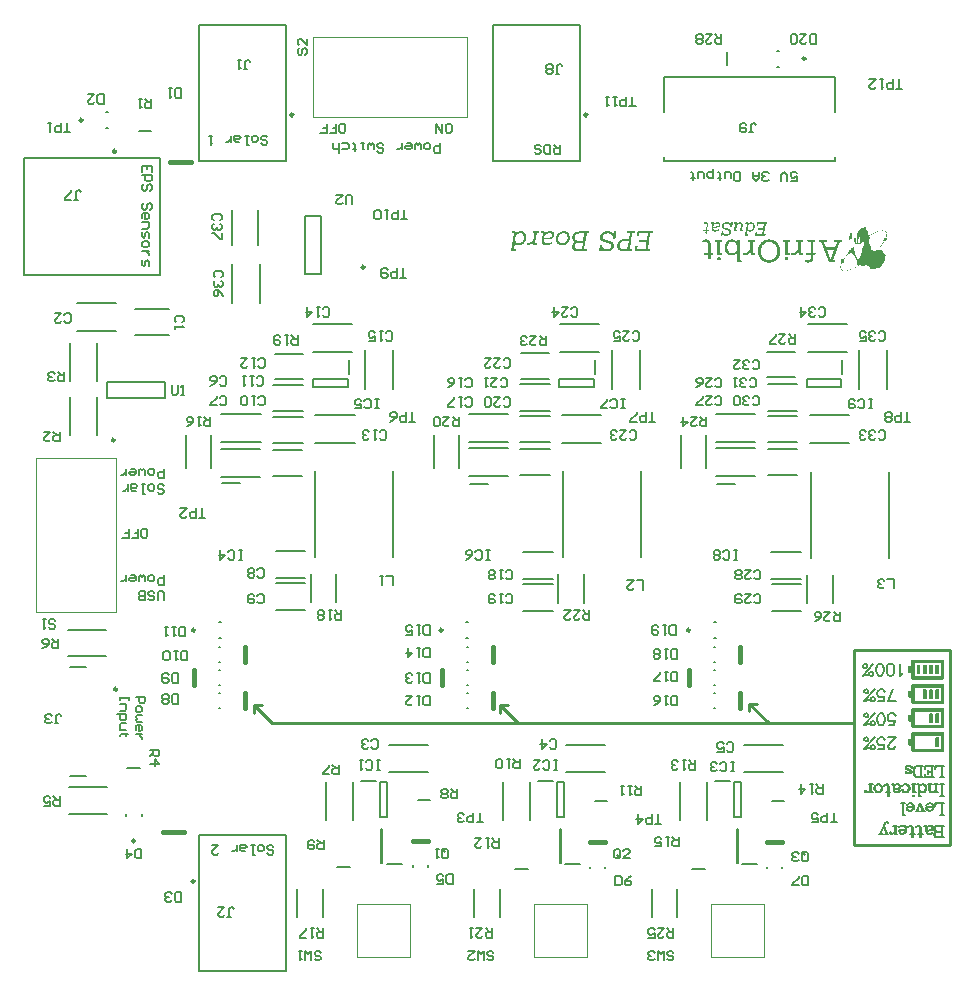
<source format=gbr>
%TF.GenerationSoftware,Altium Limited,Altium Designer,24.5.2 (23)*%
G04 Layer_Color=65535*
%FSLAX45Y45*%
%MOMM*%
%TF.SameCoordinates,2470441B-8579-4349-B98B-18B4F8D42BC9*%
%TF.FilePolarity,Positive*%
%TF.FileFunction,Legend,Top*%
%TF.Part,Single*%
G01*
G75*
%TA.AperFunction,NonConductor*%
%ADD55C,0.25000*%
%ADD56C,0.20000*%
%ADD57C,0.25400*%
%ADD58C,0.40000*%
%ADD59C,0.10000*%
%ADD60C,0.19050*%
%ADD61C,0.16000*%
G36*
X7143543Y6320083D02*
X7145426Y6318543D01*
X7147479Y6316832D01*
X7148848Y6314437D01*
X7149874Y6313411D01*
X7150216Y6312042D01*
X7149874Y6309989D01*
X7148848Y6307593D01*
X7149190Y6305540D01*
X7150901Y6301776D01*
X7152269Y6299381D01*
X7152954Y6298696D01*
X7153638Y6296985D01*
X7153980Y6295616D01*
X7154322Y6292879D01*
X7156718Y6289457D01*
X7157060Y6288772D01*
X7158600Y6286890D01*
X7159285Y6286548D01*
X7160140Y6285350D01*
X7163220Y6280902D01*
X7163733Y6277993D01*
X7164075Y6274914D01*
X7164417Y6272860D01*
X7164760Y6271149D01*
X7165273Y6269267D01*
X7165957Y6266872D01*
X7166300Y6265503D01*
X7166642Y6263108D01*
X7166984Y6261739D01*
X7167326Y6254895D01*
X7170748Y6250104D01*
X7171090Y6249420D01*
X7172630Y6248907D01*
X7173315Y6249249D01*
X7173828Y6249762D01*
X7174170Y6250446D01*
X7175026Y6251302D01*
X7177421Y6251986D01*
X7179132Y6253013D01*
X7179987Y6254211D01*
X7181869Y6255066D01*
X7184094Y6255580D01*
X7186318Y6257804D01*
X7188713Y6258488D01*
X7190424Y6259173D01*
X7191280Y6260028D01*
X7191622Y6260712D01*
X7193504Y6261568D01*
X7196584Y6262252D01*
X7198637Y6264305D01*
X7200006Y6264648D01*
X7202230Y6265161D01*
X7203257Y6265845D01*
X7203599Y6266530D01*
X7204454Y6267727D01*
X7207192Y6268412D01*
X7209416Y6268925D01*
X7210614Y6269780D01*
X7211640Y6270807D01*
X7213351Y6271492D01*
X7215918Y6272005D01*
X7217971Y6273716D01*
X7218484Y6274229D01*
X7219853Y6274571D01*
X7223104Y6275084D01*
X7225157Y6276795D01*
X7226012Y6277651D01*
X7230803Y6278335D01*
X7232514Y6279362D01*
X7233541Y6280389D01*
X7235252Y6281073D01*
X7237647Y6281415D01*
X7240385Y6281757D01*
X7242780Y6284153D01*
X7247571Y6284837D01*
X7250651Y6285179D01*
X7252019Y6286548D01*
X7253730Y6287233D01*
X7256468Y6287917D01*
X7262285Y6288259D01*
X7262970Y6288943D01*
X7263654Y6289286D01*
X7266734Y6290655D01*
X7268103Y6290997D01*
X7270498Y6291339D01*
X7279737Y6290997D01*
X7281448Y6290312D01*
X7282133Y6290655D01*
X7286581Y6292708D01*
X7290003Y6292366D01*
X7292056Y6290997D01*
X7293425Y6290655D01*
X7295820Y6290997D01*
X7296847Y6291339D01*
X7303691Y6290997D01*
X7306086Y6289286D01*
X7306771Y6288601D01*
X7308140Y6288259D01*
X7310364Y6287746D01*
X7311733Y6286377D01*
X7312075Y6285693D01*
X7312930Y6284837D01*
X7314641Y6283811D01*
X7315839Y6281929D01*
X7316352Y6281415D01*
X7317037Y6281073D01*
X7318234Y6279875D01*
X7318576Y6278507D01*
X7318919Y6277480D01*
X7319774Y6276624D01*
X7320459Y6276282D01*
X7321314Y6275427D01*
X7321656Y6273031D01*
X7321314Y6269267D01*
X7320801Y6269096D01*
X7318919Y6270636D01*
X7318234Y6272347D01*
X7317721Y6276624D01*
X7315326Y6277993D01*
X7314299Y6280046D01*
X7313615Y6280731D01*
X7311904Y6281757D01*
X7311391Y6282271D01*
X7310535Y6283811D01*
X7308140Y6284495D01*
X7306429Y6285522D01*
X7305573Y6286719D01*
X7305060Y6287233D01*
X7303691Y6287575D01*
X7298216Y6287917D01*
X7296505Y6288601D01*
X7294110Y6289286D01*
X7291714Y6289628D01*
X7288292Y6289286D01*
X7282133Y6289628D01*
X7281448Y6289970D01*
X7277684Y6288259D01*
X7272038Y6287746D01*
X7265536Y6287404D01*
X7262285Y6286890D01*
X7260917Y6285522D01*
X7259206Y6284837D01*
X7257837Y6284495D01*
X7252362Y6284153D01*
X7250993Y6283811D01*
X7250137Y6282613D01*
X7249282Y6281757D01*
X7246544Y6281073D01*
X7242096Y6280731D01*
X7240898Y6279533D01*
X7240727Y6279020D01*
X7240043Y6278678D01*
X7238331Y6277993D01*
X7235936Y6277651D01*
X7233199Y6277309D01*
X7231146Y6275256D01*
X7228750Y6274571D01*
X7226184Y6274058D01*
X7224815Y6273374D01*
X7224473Y6272689D01*
X7223959Y6272176D01*
X7222248Y6271492D01*
X7218998Y6270978D01*
X7217800Y6270123D01*
X7216089Y6268412D01*
X7214720Y6268070D01*
X7212325Y6267727D01*
X7210956Y6267385D01*
X7210101Y6266530D01*
X7209759Y6265845D01*
X7207876Y6264990D01*
X7206507Y6264648D01*
X7204625Y6264134D01*
X7203257Y6263108D01*
X7202914Y6262423D01*
X7201374Y6261568D01*
X7199150Y6261055D01*
X7197953Y6260199D01*
X7196242Y6258488D01*
X7194873Y6258146D01*
X7191793Y6257461D01*
X7190938Y6256606D01*
X7190595Y6255922D01*
X7190082Y6255408D01*
X7187687Y6254724D01*
X7185976Y6254040D01*
X7183923Y6251986D01*
X7182554Y6251644D01*
X7180330Y6250789D01*
X7178447Y6248907D01*
X7176736Y6248222D01*
X7175368Y6247880D01*
X7174683Y6247538D01*
X7174170Y6247025D01*
X7173828Y6244629D01*
X7174170Y6242234D01*
X7174854Y6241549D01*
X7175196Y6240865D01*
X7176565Y6239496D01*
X7178276Y6236417D01*
X7178961Y6235732D01*
X7179645Y6234021D01*
X7179987Y6230599D01*
X7179645Y6224782D01*
X7179303Y6223755D01*
X7177592Y6219991D01*
X7177250Y6218622D01*
X7176908Y6216227D01*
X7176565Y6214858D01*
X7174170Y6210410D01*
X7172630Y6208528D01*
X7171090Y6206988D01*
X7170406Y6205277D01*
X7170064Y6202881D01*
X7169721Y6201512D01*
X7170235Y6198604D01*
X7170577Y6197235D01*
X7172288Y6194497D01*
X7172801Y6192616D01*
X7172459Y6189193D01*
X7172117Y6188509D01*
X7172459Y6187482D01*
X7173143Y6185771D01*
X7173828Y6183034D01*
X7174854Y6180297D01*
X7175539Y6179612D01*
X7176565Y6177217D01*
X7177250Y6174479D01*
X7177763Y6172597D01*
X7178961Y6170715D01*
X7180330Y6169346D01*
X7180672Y6168662D01*
X7181356Y6167978D01*
X7181698Y6167293D01*
X7182896Y6166438D01*
X7184436Y6164898D01*
X7184607Y6164384D01*
X7185291Y6164042D01*
X7187858Y6161476D01*
X7188029Y6160962D01*
X7188713Y6160620D01*
X7189911Y6159423D01*
X7190253Y6158738D01*
X7191964Y6156343D01*
X7192649Y6154632D01*
X7192306Y6152579D01*
X7191622Y6151894D01*
X7191280Y6151210D01*
X7189911Y6148130D01*
X7189569Y6145050D01*
X7189911Y6144024D01*
X7189569Y6139917D01*
X7188200Y6137864D01*
X7187858Y6136495D01*
X7188200Y6134100D01*
X7190424Y6130849D01*
X7192819Y6129138D01*
X7193504Y6128796D01*
X7194530Y6127770D01*
X7195899Y6127427D01*
X7198295Y6128454D01*
X7199664Y6128796D01*
X7202059Y6129138D01*
X7203770Y6129823D01*
X7205823Y6129481D01*
X7207021Y6128283D01*
X7207363Y6127598D01*
X7209416Y6125545D01*
X7209759Y6124176D01*
X7211298Y6121268D01*
X7211983Y6120926D01*
X7214378Y6119899D01*
X7222933Y6120241D01*
X7225328Y6120583D01*
X7227552Y6121439D01*
X7231146Y6122979D01*
X7233883Y6123663D01*
X7235765Y6124176D01*
X7237818Y6125545D01*
X7238331Y6126058D01*
X7240214Y6126572D01*
X7241411Y6127085D01*
X7242951Y6128283D01*
X7243122Y6128796D01*
X7243807Y6129138D01*
X7244491Y6129823D01*
X7245176Y6130165D01*
X7245689Y6130678D01*
X7246031Y6132047D01*
X7247229Y6133245D01*
X7247913Y6133587D01*
X7249111Y6134785D01*
X7250137Y6136495D01*
X7250651Y6137009D01*
X7251335Y6137351D01*
X7251848Y6137864D01*
X7252191Y6138549D01*
X7253388Y6140089D01*
X7255099Y6141115D01*
X7256810Y6143853D01*
X7258008Y6144708D01*
X7258350Y6145392D01*
X7259890Y6147617D01*
X7260575Y6147959D01*
X7261772Y6149157D01*
X7262114Y6149841D01*
X7263654Y6152065D01*
X7264339Y6152408D01*
X7265879Y6154974D01*
X7266221Y6155658D01*
X7266734Y6156172D01*
X7267418Y6156514D01*
X7268616Y6157711D01*
X7269643Y6159423D01*
X7270840Y6160620D01*
X7271525Y6160962D01*
X7272722Y6163529D01*
X7274775Y6165582D01*
X7276486Y6168662D01*
X7277000Y6169175D01*
X7277684Y6169517D01*
X7278198Y6170031D01*
X7279908Y6173110D01*
X7281106Y6173966D01*
X7281619Y6174479D01*
X7282475Y6176703D01*
X7283501Y6177730D01*
X7284186Y6178072D01*
X7284699Y6178586D01*
X7285041Y6179954D01*
X7286410Y6182350D01*
X7287266Y6183205D01*
X7287779Y6183376D01*
X7288463Y6185087D01*
X7289490Y6186798D01*
X7291543Y6188851D01*
X7291885Y6190220D01*
X7293083Y6192102D01*
X7293767Y6192444D01*
X7294623Y6193300D01*
X7294965Y6194669D01*
X7295820Y6196893D01*
X7296505Y6197235D01*
X7298045Y6198091D01*
X7298387Y6199459D01*
X7298045Y6202197D01*
X7297532Y6202710D01*
X7294794Y6203395D01*
X7294281Y6203908D01*
X7294623Y6206303D01*
X7295307Y6208014D01*
X7295820Y6209896D01*
X7296847Y6214003D01*
X7297703Y6216227D01*
X7298045Y6217596D01*
X7297703Y6222044D01*
X7296334Y6225124D01*
X7295992Y6226493D01*
X7296334Y6229573D01*
X7297189Y6230086D01*
X7299585Y6229059D01*
X7300953Y6228717D01*
X7303862Y6228204D01*
X7306771Y6227006D01*
X7308140Y6226664D01*
X7310877Y6227006D01*
X7314128Y6230257D01*
X7314812Y6232994D01*
X7315155Y6235390D01*
X7317550Y6239154D01*
X7318234Y6244971D01*
X7318576Y6247709D01*
X7320287Y6250789D01*
X7320630Y6251815D01*
X7320972Y6253184D01*
X7321485Y6255408D01*
X7321656Y6256606D01*
X7321314Y6257633D01*
X7320972Y6260028D01*
X7321314Y6262765D01*
X7321656Y6263792D01*
X7321827Y6267727D01*
X7322854Y6267385D01*
X7323367Y6265845D01*
X7323710Y6263108D01*
X7324394Y6261397D01*
X7324052Y6256948D01*
X7323367Y6255237D01*
X7323025Y6252500D01*
X7321656Y6251131D01*
X7321314Y6241207D01*
X7319945Y6238812D01*
X7318919Y6237785D01*
X7318576Y6236417D01*
X7318234Y6232310D01*
X7317550Y6230599D01*
X7317208Y6229230D01*
X7317550Y6228204D01*
X7321656Y6227862D01*
X7322854Y6227348D01*
X7323367Y6226835D01*
X7321656Y6223071D01*
X7321143Y6219820D01*
X7320116Y6215714D01*
X7319945Y6209041D01*
X7320287Y6208014D01*
X7320972Y6205277D01*
X7321314Y6202197D01*
X7320287Y6200486D01*
X7319432Y6200315D01*
X7317037Y6202026D01*
X7315668Y6202368D01*
X7313272Y6202710D01*
X7311904Y6203053D01*
X7308482Y6204079D01*
X7306086Y6203737D01*
X7302836Y6202197D01*
X7302493Y6201512D01*
X7302151Y6200486D01*
X7300953Y6197920D01*
X7300269Y6197577D01*
X7299414Y6196722D01*
X7299072Y6195353D01*
X7298216Y6193129D01*
X7297189Y6192102D01*
X7296505Y6191760D01*
X7295649Y6190905D01*
X7295136Y6189022D01*
X7294281Y6187825D01*
X7292912Y6186456D01*
X7292227Y6184745D01*
X7291030Y6182521D01*
X7290345Y6182178D01*
X7289148Y6180981D01*
X7288292Y6178757D01*
X7287437Y6177559D01*
X7286410Y6176874D01*
X7285383Y6174479D01*
X7285041Y6173795D01*
X7282646Y6171399D01*
X7281277Y6169004D01*
X7280764Y6168491D01*
X7280079Y6168148D01*
X7279566Y6167635D01*
X7277855Y6164555D01*
X7276144Y6162844D01*
X7274604Y6159936D01*
X7273920Y6159594D01*
X7273064Y6158738D01*
X7272038Y6157027D01*
X7270840Y6155829D01*
X7270156Y6155487D01*
X7269643Y6154974D01*
X7268274Y6152579D01*
X7267418Y6151723D01*
X7266734Y6151381D01*
X7265194Y6148814D01*
X7264852Y6148130D01*
X7263141Y6146419D01*
X7262799Y6145735D01*
X7261601Y6143853D01*
X7260917Y6143510D01*
X7260232Y6142826D01*
X7259719Y6142655D01*
X7259377Y6141970D01*
X7257837Y6140089D01*
X7256297Y6138549D01*
X7255955Y6137864D01*
X7255099Y6136666D01*
X7254415Y6136324D01*
X7253217Y6135469D01*
X7251848Y6133073D01*
X7250651Y6131876D01*
X7249966Y6131534D01*
X7249453Y6131020D01*
X7249282Y6130507D01*
X7248598Y6130165D01*
X7247913Y6129481D01*
X7247229Y6129138D01*
X7247058Y6127598D01*
X7247571Y6126743D01*
X7249966Y6125716D01*
X7251335Y6125374D01*
X7253730Y6125032D01*
X7255099Y6125374D01*
X7257495Y6126058D01*
X7259890Y6126401D01*
X7261259Y6126743D01*
X7263825Y6127256D01*
X7265879Y6128625D01*
X7266392Y6129138D01*
X7268787Y6129481D01*
X7271182Y6128112D01*
X7273578Y6127085D01*
X7274947Y6126743D01*
X7277342Y6125032D01*
X7278711Y6123663D01*
X7279395Y6123321D01*
X7281277Y6121781D01*
X7282133Y6120926D01*
X7284528Y6119557D01*
X7285041Y6119043D01*
X7285383Y6118359D01*
X7286581Y6117161D01*
X7288292Y6116477D01*
X7290688Y6115108D01*
X7292399Y6113397D01*
X7293083Y6113055D01*
X7293938Y6112542D01*
X7294281Y6111857D01*
X7294965Y6110146D01*
X7295307Y6107409D01*
X7297018Y6105013D01*
X7301809Y6100222D01*
X7302151Y6099538D01*
X7303862Y6097827D01*
X7304204Y6097143D01*
X7305915Y6094748D01*
X7306429Y6094234D01*
X7308653Y6093721D01*
X7310364Y6093037D01*
X7311048Y6092352D01*
X7311733Y6089615D01*
X7311391Y6084139D01*
X7313101Y6081060D01*
X7313786Y6080375D01*
X7313444Y6078322D01*
X7311391Y6076269D01*
X7310193Y6073018D01*
X7309508Y6071307D01*
X7308995Y6069425D01*
X7308653Y6068056D01*
X7308311Y6064634D01*
X7308653Y6059159D01*
X7308995Y6058133D01*
X7309337Y6056421D01*
X7308995Y6055395D01*
X7309337Y6052315D01*
X7310193Y6051460D01*
X7310877Y6051118D01*
X7311391Y6050604D01*
X7312075Y6048893D01*
X7311733Y6044787D01*
X7310022Y6042392D01*
X7309337Y6041707D01*
X7308995Y6041023D01*
X7308311Y6039312D01*
X7307968Y6037943D01*
X7306257Y6035548D01*
X7305573Y6034863D01*
X7303862Y6031783D01*
X7302836Y6031099D01*
X7302493Y6030415D01*
X7302151Y6029388D01*
X7301809Y6028019D01*
X7301467Y6025624D01*
X7299927Y6023742D01*
X7298216Y6022031D01*
X7297532Y6021689D01*
X7295992Y6020491D01*
X7295307Y6018780D01*
X7294794Y6016898D01*
X7293938Y6015700D01*
X7289490Y6013989D01*
X7288977Y6013476D01*
X7288292Y6013134D01*
X7285213Y6011423D01*
X7283330Y6009883D01*
X7280764Y6007317D01*
X7280079Y6006974D01*
X7278882Y6004750D01*
X7279053Y5998077D01*
X7278711Y5996024D01*
X7278198Y5994826D01*
X7276829Y5992773D01*
X7276144Y5991062D01*
X7274775Y5988667D01*
X7271867Y5985758D01*
X7268616Y5984561D01*
X7268103Y5984047D01*
X7267418Y5983705D01*
X7263141Y5979427D01*
X7262799Y5978743D01*
X7262114Y5977032D01*
X7261601Y5974466D01*
X7260745Y5973268D01*
X7258521Y5972412D01*
X7256810Y5973097D01*
X7254757Y5975150D01*
X7253388Y5975492D01*
X7249795Y5974979D01*
X7248940Y5974808D01*
X7247913Y5975150D01*
X7244662Y5975663D01*
X7241754Y5975835D01*
X7240043Y5974808D01*
X7239187Y5973952D01*
X7238845Y5973268D01*
X7238331Y5972755D01*
X7235936Y5972070D01*
X7233712Y5971215D01*
X7231659Y5969846D01*
X7229948Y5969162D01*
X7226355Y5967622D01*
X7224815Y5967451D01*
X7222591Y5967622D01*
X7221564Y5967280D01*
X7218484Y5965911D01*
X7207363Y5966082D01*
X7204454Y5965227D01*
X7200006Y5965569D01*
X7198979Y5965227D01*
X7193846Y5965569D01*
X7192819Y5965227D01*
X7190938Y5964713D01*
X7190424Y5964200D01*
X7189055Y5963858D01*
X7187345Y5964200D01*
X7186660Y5964884D01*
X7184949Y5965569D01*
X7184265Y5965911D01*
X7183409Y5966766D01*
X7183238Y5967622D01*
X7183580Y5969333D01*
X7183923Y5970702D01*
X7184094Y5970873D01*
X7182725Y5973952D01*
X7183067Y5976690D01*
X7184607Y5978914D01*
X7185291Y5979257D01*
X7186147Y5979770D01*
X7186660Y5981652D01*
X7186318Y5983021D01*
X7184607Y5984732D01*
X7176052Y5988838D01*
X7170748Y5988667D01*
X7169037Y5989009D01*
X7167668Y5989351D01*
X7165786Y5990549D01*
X7163562Y5992773D01*
X7163220Y5993458D01*
X7162022Y5994998D01*
X7161338Y5995340D01*
X7159969Y5996709D01*
X7159285Y5997051D01*
X7156889Y5998077D01*
X7153125Y5998420D01*
X7152098Y5998762D01*
X7150729Y5999104D01*
X7148848Y6000644D01*
X7148334Y6001157D01*
X7147650Y6001499D01*
X7145939Y6002184D01*
X7143372Y6001670D01*
X7142859Y6001157D01*
X7142175Y6000815D01*
X7141319Y5998933D01*
X7140977Y5997564D01*
X7141319Y5994142D01*
X7140977Y5992773D01*
X7139950Y5991747D01*
X7139608Y5991062D01*
X7138410Y5989865D01*
X7137726Y5989522D01*
X7135331Y5988496D01*
X7132080Y5988325D01*
X7130027Y5988667D01*
X7128316Y5989351D01*
X7127289Y5990378D01*
X7126947Y5991062D01*
X7126434Y5991576D01*
X7124723Y5992260D01*
X7120274Y5992944D01*
X7117194Y5994998D01*
X7115826Y5995340D01*
X7108982Y5995682D01*
X7103164Y5998420D01*
X7100769Y5999104D01*
X7097347Y5998762D01*
X7094267Y5997051D01*
X7091872Y5996024D01*
X7090503Y5995682D01*
X7086397Y5995340D01*
X7084857Y5994142D01*
X7084515Y5993458D01*
X7083659Y5992602D01*
X7081948Y5991918D01*
X7080066Y5991405D01*
X7077842Y5989180D01*
X7075446Y5988496D01*
X7073736Y5987469D01*
X7072025Y5985758D01*
X7069800Y5985245D01*
X7068089Y5984561D01*
X7067405Y5983876D01*
X7067063Y5983192D01*
X7066549Y5982679D01*
X7064154Y5981994D01*
X7061930Y5981481D01*
X7060903Y5980454D01*
X7060561Y5979770D01*
X7058679Y5978914D01*
X7056797Y5978401D01*
X7055599Y5977546D01*
X7054915Y5976519D01*
X7053204Y5975835D01*
X7051835Y5975492D01*
X7049953Y5974979D01*
X7048071Y5973097D01*
X7046360Y5972412D01*
X7044991Y5972070D01*
X7042767Y5971557D01*
X7041569Y5970702D01*
X7040543Y5969675D01*
X7038832Y5968991D01*
X7036265Y5968477D01*
X7034212Y5966766D01*
X7033699Y5966253D01*
X7030961Y5965569D01*
X7027881Y5965227D01*
X7027368Y5964713D01*
X7027026Y5964029D01*
X7025828Y5962831D01*
X7021038Y5962147D01*
X7019669Y5961804D01*
X7017958Y5960093D01*
X7016247Y5959409D01*
X7014878Y5959067D01*
X7011456Y5958725D01*
X7008034Y5956329D01*
X7005125Y5955816D01*
X7000335Y5955474D01*
X6998795Y5953934D01*
X6998110Y5953592D01*
X6995715Y5952565D01*
X6987160Y5952908D01*
X6986989Y5953421D01*
X6987844Y5954276D01*
X6988529Y5954619D01*
X6990924Y5955645D01*
X6992293Y5955987D01*
X6999137Y5956672D01*
X7001019Y5958212D01*
X7002901Y5959067D01*
X7004270Y5959409D01*
X7009403Y5959751D01*
X7011798Y5962147D01*
X7014193Y5962489D01*
X7015562Y5962831D01*
X7017958Y5963173D01*
X7019840Y5964713D01*
X7020353Y5965227D01*
X7022748Y5965911D01*
X7024117Y5966253D01*
X7026513Y5966595D01*
X7028566Y5968648D01*
X7031303Y5969333D01*
X7033699Y5969675D01*
X7034897Y5970873D01*
X7035239Y5971557D01*
X7035752Y5972070D01*
X7037121Y5972412D01*
X7041398Y5972926D01*
X7042938Y5974808D01*
X7043622Y5975492D01*
X7046018Y5975835D01*
X7048242Y5976690D01*
X7048926Y5977374D01*
X7049269Y5978059D01*
X7051151Y5978914D01*
X7052520Y5979257D01*
X7054230Y5979599D01*
X7056626Y5981994D01*
X7059021Y5982336D01*
X7060732Y5983021D01*
X7061759Y5984732D01*
X7062443Y5985074D01*
X7064154Y5985758D01*
X7066036Y5986271D01*
X7067234Y5987127D01*
X7067918Y5988154D01*
X7068603Y5988496D01*
X7069629Y5988838D01*
X7070998Y5989180D01*
X7073222Y5990378D01*
X7073564Y5991062D01*
X7074078Y5991576D01*
X7075789Y5992260D01*
X7077671Y5992773D01*
X7079553Y5994655D01*
X7082633Y5996366D01*
X7082804Y5997564D01*
X7082290Y5998420D01*
X7080237Y5999104D01*
X7079211Y5998762D01*
X7077329Y5998248D01*
X7075789Y5998077D01*
X7074591Y5999275D01*
X7072880Y6003039D01*
X7072196Y6004750D01*
X7071854Y6006119D01*
X7072196Y6010225D01*
X7072538Y6011252D01*
X7073564Y6012963D01*
X7074420Y6013818D01*
X7076644Y6014332D01*
X7077329Y6014674D01*
X7077671Y6016043D01*
X7077329Y6018438D01*
X7075618Y6020833D01*
X7075104Y6023058D01*
X7074420Y6024768D01*
X7073564Y6025966D01*
X7072538Y6026993D01*
X7071854Y6028704D01*
X7071340Y6030586D01*
X7070143Y6032468D01*
X7069458Y6033152D01*
X7068774Y6034863D01*
X7068431Y6038285D01*
X7068089Y6039654D01*
X7066549Y6041194D01*
X7065865Y6041536D01*
X7065181Y6042221D01*
X7064667Y6042392D01*
X7064325Y6043076D01*
X7062956Y6044445D01*
X7062614Y6045129D01*
X7061930Y6046840D01*
X7060561Y6049920D01*
X7060219Y6051289D01*
X7060390Y6053855D01*
X7060219Y6056421D01*
X7060561Y6057448D01*
X7060048Y6059330D01*
X7059192Y6060528D01*
X7058679Y6061041D01*
X7056284Y6062410D01*
X7055428Y6063608D01*
X7053033Y6066003D01*
X7052348Y6068740D01*
X7052006Y6073189D01*
X7050637Y6075584D01*
X7048755Y6077467D01*
X7048071Y6077809D01*
X7045676Y6079520D01*
X7044991Y6079862D01*
X7042596Y6081231D01*
X7041911Y6081915D01*
X7041398Y6082086D01*
X7041056Y6082771D01*
X7034383Y6089443D01*
X7033699Y6089786D01*
X7032501Y6090984D01*
X7032330Y6092523D01*
X7032672Y6093892D01*
X7033186Y6095774D01*
X7032672Y6096630D01*
X7030277Y6097998D01*
X7029079Y6099196D01*
X7028737Y6099880D01*
X7028224Y6100394D01*
X7025828Y6101078D01*
X7023604Y6100565D01*
X7022406Y6100052D01*
X7020695Y6099367D01*
X7017958Y6100052D01*
X7016589Y6099709D01*
X7015220Y6098341D01*
X7012825Y6097656D01*
X7006836Y6097143D01*
X7004099Y6096801D01*
X7002388Y6096458D01*
X7000506Y6095261D01*
X6998795Y6094234D01*
X6994004Y6093892D01*
X6993491Y6093379D01*
X6992806Y6091668D01*
X6990069Y6088930D01*
X6989042Y6087219D01*
X6988529Y6086706D01*
X6987844Y6086364D01*
X6986989Y6085508D01*
X6985620Y6083113D01*
X6984765Y6082257D01*
X6984251Y6082086D01*
X6983909Y6081402D01*
X6982541Y6079007D01*
X6981685Y6078151D01*
X6981001Y6077809D01*
X6980487Y6077296D01*
X6978947Y6074387D01*
X6978263Y6074045D01*
X6977065Y6072847D01*
X6975525Y6069938D01*
X6974841Y6069596D01*
X6973986Y6068740D01*
X6973301Y6067030D01*
X6972959Y6066345D01*
X6972446Y6065490D01*
X6971761Y6065148D01*
X6970564Y6063950D01*
X6969708Y6061725D01*
X6968853Y6060528D01*
X6967655Y6059672D01*
X6966799Y6057790D01*
X6966457Y6056421D01*
X6964917Y6054882D01*
X6964404Y6054711D01*
X6962693Y6051631D01*
X6960640Y6049920D01*
X6960982Y6046840D01*
X6963720Y6045129D01*
X6963377Y6040338D01*
X6961324Y6035206D01*
X6960982Y6032810D01*
X6960640Y6031441D01*
X6960982Y6028019D01*
X6961324Y6026993D01*
X6962009Y6024255D01*
X6962522Y6022373D01*
X6962693Y6019807D01*
X6962180Y6019293D01*
X6959784Y6019636D01*
X6958758Y6020662D01*
X6956363Y6021347D01*
X6950545Y6022373D01*
X6946439Y6022031D01*
X6944557Y6020833D01*
X6943872Y6018438D01*
X6943359Y6016214D01*
X6942504Y6015016D01*
X6941990Y6014503D01*
X6941306Y6014160D01*
X6940793Y6012620D01*
X6940450Y6010225D01*
X6939937Y6008001D01*
X6938911Y6006290D01*
X6938226Y6005948D01*
X6937713Y6005435D01*
X6937371Y6004066D01*
X6937028Y5998248D01*
X6935659Y5995853D01*
X6934975Y5995169D01*
X6934291Y5993458D01*
X6933949Y5988325D01*
X6933606Y5987298D01*
X6933949Y5985929D01*
X6934291Y5980454D01*
X6933949Y5979085D01*
X6934291Y5971215D01*
X6935831Y5969333D01*
X6937028Y5966424D01*
X6937371Y5965055D01*
X6937713Y5964029D01*
X6938568Y5963173D01*
X6940279Y5962147D01*
X6941477Y5960265D01*
X6941990Y5959751D01*
X6943701Y5958725D01*
X6944215Y5958212D01*
X6945070Y5956329D01*
X6946439Y5955987D01*
X6949518Y5955645D01*
X6951058Y5954447D01*
X6951401Y5953763D01*
X6951914Y5953250D01*
X6953283Y5952908D01*
X6972446Y5952565D01*
X6973472Y5952908D01*
X6985449Y5952565D01*
X6985620Y5952052D01*
X6985107Y5951197D01*
X6984423Y5950854D01*
X6981343Y5949485D01*
X6973472Y5949143D01*
X6972446Y5949485D01*
X6969024D01*
X6956876Y5949314D01*
X6955165Y5949657D01*
X6953796Y5949999D01*
X6952598Y5950512D01*
X6950887Y5952223D01*
X6946097Y5952908D01*
X6944899Y5953763D01*
X6944557Y5954447D01*
X6943701Y5955303D01*
X6941477Y5956158D01*
X6940450Y5957185D01*
X6940108Y5957869D01*
X6939595Y5958725D01*
X6938911Y5959067D01*
X6937371Y5960265D01*
X6936002Y5962660D01*
X6935489Y5963173D01*
X6934804Y5963516D01*
X6934291Y5964029D01*
X6933949Y5965398D01*
X6933606Y5968819D01*
X6931553Y5970873D01*
X6930869Y5973268D01*
X6930527Y5977717D01*
X6930185Y5979085D01*
X6930527Y5986956D01*
X6930869Y5987982D01*
X6931211Y5992089D01*
X6933606Y5995853D01*
X6933949Y6003039D01*
X6935317Y6005435D01*
X6936344Y6006461D01*
X6936686Y6007830D01*
X6937371Y6012620D01*
X6938911Y6014503D01*
X6939766Y6015358D01*
X6940450Y6017069D01*
X6940793Y6019464D01*
X6940450Y6020833D01*
X6939595Y6021689D01*
X6937199Y6022031D01*
X6935831Y6022373D01*
X6935659Y6024255D01*
X6937028Y6027335D01*
X6937371Y6028704D01*
X6937884Y6031270D01*
X6938397Y6033152D01*
X6938739Y6034521D01*
X6938397Y6042049D01*
X6937713Y6043760D01*
X6937371Y6045129D01*
X6937713Y6047525D01*
X6938568Y6048380D01*
X6941648Y6048038D01*
X6943359Y6047353D01*
X6944728Y6047011D01*
X6948492Y6045300D01*
X6950716Y6045129D01*
X6952769Y6045471D01*
X6954138Y6045814D01*
X6956020Y6047011D01*
X6956534Y6047525D01*
X6957047Y6049406D01*
X6957903Y6050604D01*
X6958416Y6051118D01*
X6959100Y6051460D01*
X6959613Y6051973D01*
X6960640Y6054711D01*
X6962693Y6056764D01*
X6963549Y6058988D01*
X6965260Y6061041D01*
X6966115Y6061897D01*
X6966971Y6064121D01*
X6968682Y6065832D01*
X6969195Y6066003D01*
X6969879Y6067714D01*
X6970906Y6069425D01*
X6972617Y6071136D01*
X6974156Y6074045D01*
X6974841Y6074387D01*
X6976039Y6075584D01*
X6977407Y6077980D01*
X6977921Y6078493D01*
X6978605Y6078835D01*
X6979118Y6079349D01*
X6980829Y6082429D01*
X6982541Y6084139D01*
X6983909Y6086535D01*
X6984765Y6087390D01*
X6985449Y6087733D01*
X6985962Y6088246D01*
X6987331Y6090641D01*
X6988529Y6091497D01*
X6989385Y6092352D01*
X6989727Y6093721D01*
X6990924Y6094919D01*
X6992635Y6095945D01*
X6993491Y6097827D01*
X6993833Y6098512D01*
X6995886Y6100565D01*
X6996570Y6103303D01*
X6996913Y6105356D01*
X6998453Y6107238D01*
X6999308Y6109120D01*
X7000677Y6111515D01*
X7002046Y6112884D01*
X7002730Y6115279D01*
X7003243Y6117161D01*
X7003928Y6118872D01*
X7004783Y6119728D01*
X7005125Y6120412D01*
X7007179Y6124176D01*
X7008376Y6125032D01*
X7010087Y6128454D01*
X7011114Y6129823D01*
X7011798Y6130165D01*
X7012311Y6130678D01*
X7012654Y6131362D01*
X7019840Y6138549D01*
X7020011Y6139062D01*
X7020695Y6139404D01*
X7022406Y6140089D01*
X7024117Y6140431D01*
X7024973Y6140944D01*
X7025315Y6141628D01*
X7026855Y6143168D01*
X7027539Y6143510D01*
X7029079Y6145050D01*
X7029421Y6145735D01*
X7030277Y6146590D01*
X7030961Y6146932D01*
X7033357Y6149328D01*
X7034041Y6149670D01*
X7035239Y6150525D01*
X7036607Y6152921D01*
X7037121Y6153434D01*
X7039174Y6153092D01*
X7040714Y6151552D01*
X7041056Y6150868D01*
X7041740Y6150183D01*
X7043109Y6147788D01*
X7043965Y6146932D01*
X7045676Y6145906D01*
X7046873Y6144708D01*
X7048242Y6141628D01*
X7048584Y6140259D01*
X7048926Y6133758D01*
X7049269Y6121781D01*
X7049611Y6120754D01*
X7050295Y6119043D01*
X7050980Y6116648D01*
X7051493Y6113397D01*
X7051835Y6111344D01*
X7052177Y6108264D01*
X7052520Y6106211D01*
X7052862Y6104842D01*
X7054230Y6101078D01*
X7054744Y6099196D01*
X7055086Y6097827D01*
X7055428Y6095432D01*
X7055941Y6093208D01*
X7056968Y6090470D01*
X7057824Y6088588D01*
X7058508Y6086193D01*
X7059021Y6083969D01*
X7060048Y6081231D01*
X7060561Y6080718D01*
X7061588Y6078322D01*
X7062272Y6075584D01*
X7063127Y6073360D01*
X7064325Y6071820D01*
X7065009Y6070109D01*
X7066207Y6066859D01*
X7067063Y6066003D01*
X7067405Y6065319D01*
X7068431Y6062923D01*
X7068774Y6061555D01*
X7070485Y6059159D01*
X7071854Y6056079D01*
X7072880Y6054368D01*
X7074420Y6052486D01*
X7075275Y6051631D01*
X7075618Y6050946D01*
X7076473Y6050091D01*
X7077158Y6049749D01*
X7077842Y6049064D01*
X7079553Y6048380D01*
X7080922Y6048038D01*
X7084002Y6048380D01*
X7086055Y6050433D01*
X7086739Y6050775D01*
X7088279Y6052315D01*
X7089648Y6054711D01*
X7091017Y6056079D01*
X7092556Y6060357D01*
X7093412Y6061212D01*
X7093754Y6061897D01*
X7096492Y6067030D01*
X7097860Y6070109D01*
X7099058Y6073360D01*
X7100427Y6075413D01*
X7101282Y6077638D01*
X7101625Y6079007D01*
X7102138Y6080889D01*
X7104020Y6084139D01*
X7104362Y6085508D01*
X7105217Y6089443D01*
X7105902Y6091154D01*
X7106415Y6091668D01*
X7107100Y6093379D01*
X7107442Y6094748D01*
X7107784Y6097143D01*
X7108126Y6098512D01*
X7108640Y6100736D01*
X7108982Y6102105D01*
X7109666Y6103816D01*
X7110864Y6107751D01*
X7111548Y6114595D01*
X7111890Y6115622D01*
X7112575Y6118359D01*
X7112917Y6122466D01*
X7113601Y6124176D01*
X7113944Y6126572D01*
X7114286Y6131705D01*
X7114628Y6132731D01*
X7114457Y6140431D01*
X7114799Y6142484D01*
X7115997Y6144366D01*
X7118905Y6147274D01*
X7119590Y6147617D01*
X7120445Y6148472D01*
X7122156Y6151552D01*
X7123525Y6152921D01*
X7123867Y6153605D01*
X7124210Y6154632D01*
X7124552Y6156000D01*
X7125749Y6159252D01*
X7126263Y6161133D01*
X7126605Y6162502D01*
X7126947Y6165924D01*
X7126605Y6201855D01*
X7124380Y6204764D01*
X7123012Y6205106D01*
X7121643Y6204764D01*
X7119932Y6203053D01*
X7119248Y6202710D01*
X7118050Y6201512D01*
X7116681Y6199117D01*
X7114970Y6197406D01*
X7113601Y6195011D01*
X7112917Y6194326D01*
X7112575Y6193642D01*
X7111548Y6192616D01*
X7110179Y6190220D01*
X7108811Y6188851D01*
X7108468Y6188167D01*
X7106757Y6185771D01*
X7105389Y6184403D01*
X7105046Y6183718D01*
X7104020Y6182692D01*
X7103849Y6182178D01*
X7103164Y6181836D01*
X7100427Y6179099D01*
X7099742Y6178757D01*
X7097860Y6177217D01*
X7095978Y6176361D01*
X7093583Y6176019D01*
X7089648Y6175506D01*
X7087423Y6175335D01*
X7086397Y6175677D01*
X7074249Y6175506D01*
X7070485Y6175848D01*
X7066720Y6176532D01*
X7064839Y6177730D01*
X7064154Y6178414D01*
X7060390Y6180467D01*
X7059192Y6181665D01*
X7057824Y6184061D01*
X7056797Y6185087D01*
X7056455Y6185771D01*
X7055770Y6186456D01*
X7054401Y6188851D01*
X7052348Y6190905D01*
X7050980Y6193300D01*
X7049611Y6194669D01*
X7047558Y6198433D01*
X7046702Y6199288D01*
X7046189Y6199459D01*
X7045505Y6201170D01*
X7045333Y6219136D01*
X7045676Y6220847D01*
X7046360Y6222558D01*
X7048584Y6224782D01*
X7048926Y6225466D01*
X7049611Y6226151D01*
X7049953Y6226835D01*
X7051151Y6228033D01*
X7051835Y6228375D01*
X7059705Y6232139D01*
X7061416Y6232823D01*
X7063299Y6234363D01*
X7063983Y6234706D01*
X7065009Y6237443D01*
X7065865Y6238298D01*
X7066549Y6238641D01*
X7068431Y6240181D01*
X7070314Y6242063D01*
X7070998Y6242405D01*
X7071854Y6243260D01*
X7072196Y6244629D01*
X7071854Y6247709D01*
X7068774Y6254211D01*
X7068431Y6257633D01*
X7068774Y6258659D01*
X7069287Y6261910D01*
X7069629Y6263279D01*
X7070314Y6264990D01*
X7071682Y6267385D01*
X7073393Y6268070D01*
X7075618Y6268583D01*
X7076815Y6269096D01*
X7077842Y6270123D01*
X7078526Y6270465D01*
X7080922Y6271834D01*
X7081777Y6272689D01*
X7081435Y6275769D01*
X7081093Y6276795D01*
X7081606Y6280731D01*
X7081948Y6284495D01*
X7082290Y6285864D01*
X7083146Y6287061D01*
X7084344Y6287917D01*
X7086739Y6290312D01*
X7087252Y6290483D01*
X7087594Y6291168D01*
X7088963Y6293563D01*
X7090503Y6295445D01*
X7091017Y6295958D01*
X7092727Y6299038D01*
X7093412Y6299723D01*
X7093754Y6300407D01*
X7094438Y6301092D01*
X7095807Y6303487D01*
X7097005Y6304342D01*
X7098202Y6305540D01*
X7098545Y6306224D01*
X7100085Y6308107D01*
X7102480Y6310502D01*
X7103164Y6310844D01*
X7105046Y6312384D01*
X7105389Y6313068D01*
X7106928Y6313924D01*
X7109324Y6314608D01*
X7112746Y6314950D01*
X7116168Y6317004D01*
X7117537Y6317346D01*
X7119932Y6317688D01*
X7122327Y6317346D01*
X7131224Y6317688D01*
X7133620Y6318715D01*
X7136357Y6319057D01*
X7138753Y6320083D01*
X7140122Y6320426D01*
X7143543Y6320083D01*
D02*
G37*
G36*
X7026513Y6271149D02*
X7028052Y6270294D01*
X7028395Y6269610D01*
X7029079Y6267899D01*
X7029935Y6263963D01*
X7031303Y6260199D01*
X7032159Y6257291D01*
X7032501Y6254895D01*
X7032159Y6251131D01*
X7029763Y6247709D01*
X7029079Y6245998D01*
X7028737Y6245313D01*
X7028052Y6244629D01*
X7027710Y6243945D01*
X7027026Y6243260D01*
X7026684Y6241892D01*
X7027026Y6238127D01*
X7027710Y6237443D01*
X7028737Y6234021D01*
X7029079Y6232652D01*
X7029421Y6230257D01*
X7027710Y6227177D01*
X7026513Y6225979D01*
X7025828Y6225637D01*
X7022748Y6223926D01*
X7022064Y6223242D01*
X7020695Y6222900D01*
X7017273Y6222558D01*
X7015391Y6221018D01*
X7012996Y6218622D01*
X7010258Y6213489D01*
X7009061Y6212292D01*
X7008376Y6211949D01*
X7007521Y6211094D01*
X7006836Y6209383D01*
X7005810Y6207672D01*
X7005296Y6207159D01*
X7003928Y6207501D01*
X7003072Y6208356D01*
X7002559Y6210239D01*
X7001532Y6212976D01*
X7001019Y6213489D01*
X7000335Y6215200D01*
X6999992Y6218622D01*
X7000335Y6220675D01*
X7002046Y6223413D01*
X7002388Y6226835D01*
X7004441Y6231283D01*
X7004783Y6235390D01*
X7005468Y6237101D01*
X7006152Y6241207D01*
X7006665Y6244116D01*
X7008547Y6247709D01*
X7009232Y6250104D01*
X7009745Y6253013D01*
X7009916Y6253184D01*
Y6253526D01*
X7010772Y6255751D01*
X7011285Y6256264D01*
X7011969Y6257975D01*
X7012654Y6260712D01*
X7013167Y6264305D01*
X7013851Y6266016D01*
X7015562Y6268070D01*
X7016076Y6268583D01*
X7016418Y6269267D01*
X7017615Y6270465D01*
X7018984Y6270807D01*
X7021380Y6271149D01*
X7022748Y6271492D01*
X7026513Y6271149D01*
D02*
G37*
G36*
X6660021Y6215372D02*
X6714943Y6215543D01*
X6716997Y6215200D01*
X6718708Y6214174D01*
X6719392Y6212463D01*
X6719734Y6210068D01*
X6719392Y6200144D01*
X6717852Y6198604D01*
X6715457Y6197577D01*
X6713062Y6197235D01*
X6712035Y6197577D01*
X6702453Y6197235D01*
X6701256Y6196037D01*
X6700913Y6193642D01*
X6701256Y6101934D01*
X6702111Y6101078D01*
X6703480Y6100736D01*
X6718194Y6100394D01*
X6719734Y6099196D01*
X6720076Y6097827D01*
X6719734Y6084824D01*
X6719221Y6084311D01*
X6717510Y6083626D01*
X6716141Y6083284D01*
X6713062Y6082942D01*
X6712035Y6083284D01*
X6702453Y6082942D01*
X6701256Y6081744D01*
X6700913Y6079349D01*
X6700571Y6055737D01*
X6700229Y6054711D01*
X6699716Y6052144D01*
X6699374Y6050775D01*
X6698518Y6048551D01*
X6697834Y6046156D01*
X6696294Y6041878D01*
X6695438Y6040681D01*
X6693043Y6036232D01*
X6690990Y6034179D01*
X6690648Y6033495D01*
X6689450Y6031955D01*
X6688766Y6031612D01*
X6688081Y6030928D01*
X6687397Y6030586D01*
X6686028Y6028875D01*
X6682948Y6027164D01*
X6681922Y6026137D01*
X6681237Y6025795D01*
X6679526Y6025111D01*
X6677302Y6024255D01*
X6673024Y6022373D01*
X6668918Y6021689D01*
X6665496Y6021347D01*
X6656599Y6020662D01*
X6655573Y6021004D01*
X6649584Y6021518D01*
X6647531Y6021860D01*
X6645820Y6022202D01*
X6644109Y6022886D01*
X6640516Y6024768D01*
X6638292Y6025624D01*
X6637094Y6026480D01*
X6636410Y6027164D01*
X6635725Y6027506D01*
X6632474Y6029730D01*
X6630592Y6031612D01*
X6629908Y6031955D01*
X6629395Y6032468D01*
X6629052Y6033837D01*
X6629395Y6035206D01*
X6630079Y6035890D01*
X6630421Y6036574D01*
X6631106Y6037259D01*
X6631448Y6037943D01*
X6633159Y6040338D01*
X6634527Y6041707D01*
X6634870Y6042392D01*
X6636410Y6044274D01*
X6638121Y6044958D01*
X6641200Y6044616D01*
X6643082Y6043076D01*
X6643596Y6042563D01*
X6644280Y6042221D01*
X6645991Y6041536D01*
X6648215Y6041023D01*
X6652322Y6039996D01*
X6654033Y6039654D01*
X6658652Y6039483D01*
X6659679Y6039825D01*
X6661732Y6040167D01*
X6662759Y6040510D01*
X6665154Y6041194D01*
X6667378Y6042049D01*
X6667892Y6042563D01*
X6668576Y6042905D01*
X6669945Y6044274D01*
X6670629Y6044616D01*
X6673880Y6047867D01*
X6676275Y6052315D01*
X6677302Y6054711D01*
X6677986Y6059501D01*
X6678329Y6063950D01*
X6678671Y6069425D01*
X6678329Y6081060D01*
X6676789Y6082942D01*
X6675420Y6083284D01*
X6671142Y6083113D01*
X6645649Y6083284D01*
X6644965Y6082942D01*
X6643938Y6083284D01*
X6642569Y6083626D01*
X6641372Y6084824D01*
X6641029Y6086193D01*
Y6089272D01*
Y6089615D01*
X6641372Y6099196D01*
X6642227Y6100394D01*
X6643596Y6100736D01*
X6677131Y6101078D01*
X6678329Y6102276D01*
X6678671Y6104671D01*
X6678500Y6190049D01*
X6678671Y6194326D01*
X6677302Y6196722D01*
X6676789Y6197235D01*
X6675420Y6197577D01*
X6656770Y6197406D01*
X6655401Y6197748D01*
X6653691Y6198433D01*
X6653177Y6198946D01*
X6652493Y6199288D01*
X6651637Y6201170D01*
X6651980Y6213147D01*
X6653177Y6214687D01*
X6654888Y6215372D01*
X6658995Y6215714D01*
X6660021Y6215372D01*
D02*
G37*
G36*
X6449571D02*
X6470103D01*
X6497992Y6215543D01*
X6499703Y6215200D01*
X6500900Y6214687D01*
X6501756Y6213832D01*
X6502440Y6211436D01*
X6502611Y6201684D01*
X6502269Y6200315D01*
X6501584Y6199288D01*
X6500900Y6198946D01*
X6500216Y6198262D01*
X6498505Y6197577D01*
X6497136Y6197235D01*
X6493714Y6197577D01*
X6485159Y6197235D01*
X6484646Y6196722D01*
X6483961Y6194326D01*
X6484304Y6101934D01*
X6485159Y6101078D01*
X6486528Y6100736D01*
X6500216Y6100394D01*
X6502098Y6098854D01*
X6502440Y6097485D01*
X6502611Y6087048D01*
X6502269Y6085679D01*
X6501413Y6084482D01*
X6498505Y6083284D01*
X6497136Y6082942D01*
X6493714Y6083284D01*
X6466167Y6083113D01*
X6464799Y6083455D01*
X6463601Y6083969D01*
X6461719Y6085508D01*
X6461377Y6086877D01*
X6461035Y6196037D01*
X6459837Y6197235D01*
X6458468Y6197577D01*
X6446149Y6197920D01*
X6444609Y6199117D01*
X6443925Y6201855D01*
X6444096Y6206474D01*
X6443925Y6211436D01*
X6444267Y6212463D01*
X6444609Y6214174D01*
X6445464Y6215029D01*
X6446833Y6215372D01*
X6448544Y6215714D01*
X6449571Y6215372D01*
D02*
G37*
G36*
X6159731D02*
X6205414Y6215543D01*
X6206783Y6215200D01*
X6207981Y6214345D01*
X6208836Y6212463D01*
X6209007Y6201341D01*
X6208665Y6199973D01*
X6208152Y6199459D01*
X6207810Y6198775D01*
X6207296Y6198262D01*
X6206612Y6197920D01*
X6204901Y6197235D01*
X6201479Y6197577D01*
X6197202Y6197406D01*
X6193266Y6197577D01*
X6191384Y6196037D01*
X6191042Y6193642D01*
X6191384Y6101934D01*
X6192240Y6101078D01*
X6193608Y6100736D01*
X6207296Y6100394D01*
X6208494Y6099196D01*
X6208836Y6097827D01*
X6209007Y6086706D01*
X6208665Y6085337D01*
X6208152Y6084824D01*
X6207810Y6084139D01*
X6206270Y6083284D01*
X6203875Y6082942D01*
X6202506Y6083284D01*
X6174617Y6083113D01*
X6172906Y6083455D01*
X6171195Y6085166D01*
X6170853Y6086535D01*
X6171024Y6116135D01*
X6170339Y6117161D01*
X6169313Y6116819D01*
X6168457Y6114937D01*
X6168115Y6114253D01*
X6166575Y6112371D01*
X6166062Y6111857D01*
X6165720Y6111173D01*
X6163666Y6107409D01*
X6162298Y6106040D01*
X6161784Y6104842D01*
X6161613Y6104671D01*
X6161271Y6103987D01*
X6159560Y6102276D01*
X6159218Y6101591D01*
X6158191Y6100565D01*
X6157849Y6099880D01*
X6153230Y6095261D01*
X6152545Y6094919D01*
X6151518Y6093892D01*
X6149123Y6092523D01*
X6148096Y6091497D01*
X6145701Y6090470D01*
X6142621Y6088759D01*
X6140226Y6087733D01*
X6137488Y6087048D01*
X6135264Y6086193D01*
X6131671Y6084653D01*
X6126880Y6083969D01*
X6121063Y6083284D01*
X6119694Y6082942D01*
X6114219Y6082600D01*
X6110797Y6082942D01*
X6109257Y6084482D01*
X6108915Y6086877D01*
X6109257Y6101934D01*
X6110455Y6103473D01*
X6112850Y6103816D01*
X6127907Y6104158D01*
X6128934Y6104500D01*
X6131158Y6105013D01*
X6133896Y6106040D01*
X6136804Y6106895D01*
X6139028Y6107409D01*
X6141766Y6109120D01*
X6143648Y6109975D01*
X6146728Y6111686D01*
X6147754Y6112713D01*
X6148439Y6113055D01*
X6151690Y6115279D01*
X6152032Y6115964D01*
X6153230Y6117161D01*
X6153914Y6117504D01*
X6155112Y6118701D01*
X6155454Y6119386D01*
X6157849Y6121781D01*
X6158191Y6122466D01*
X6160416Y6125716D01*
X6161271Y6126572D01*
X6161955Y6128283D01*
X6163666Y6131362D01*
X6164351Y6132047D01*
X6165035Y6134442D01*
X6165378Y6135811D01*
X6166575Y6139062D01*
X6167431Y6141286D01*
X6168115Y6145392D01*
X6168457Y6150868D01*
X6168115Y6196037D01*
X6166917Y6197577D01*
X6165206Y6197920D01*
X6164180Y6197577D01*
X6161955Y6197406D01*
X6156651Y6197577D01*
X6155625Y6197235D01*
X6153572Y6197577D01*
X6152887Y6198262D01*
X6152203Y6198604D01*
X6151005Y6200828D01*
X6150663Y6202197D01*
X6151005Y6205619D01*
X6151347Y6213489D01*
X6152545Y6215029D01*
X6155283Y6215714D01*
X6159731Y6215372D01*
D02*
G37*
G36*
X5878104D02*
X5926525Y6215543D01*
X5928236Y6215200D01*
X5929947Y6214174D01*
X5930631Y6212463D01*
X5930973Y6210068D01*
X5930631Y6200144D01*
X5929091Y6198604D01*
X5928407Y6198262D01*
X5926696Y6197577D01*
X5925327Y6197235D01*
X5922932Y6197577D01*
X5913693Y6197235D01*
X5912837Y6196380D01*
X5912495Y6195011D01*
X5912153Y6191589D01*
X5912495Y6190220D01*
X5912324Y6103473D01*
X5912666Y6102105D01*
X5913350Y6101078D01*
X5914719Y6100736D01*
X5928749Y6100394D01*
X5930289Y6099196D01*
X5930973Y6097485D01*
X5930631Y6085508D01*
X5929091Y6083969D01*
X5927380Y6083284D01*
X5924985Y6082942D01*
X5923616Y6083284D01*
X5923274D01*
X5894701Y6083113D01*
X5893332Y6083455D01*
X5891621Y6084139D01*
X5890423Y6084995D01*
X5889910Y6086535D01*
X5889568Y6195695D01*
X5888370Y6197235D01*
X5887001Y6197577D01*
X5874340Y6197920D01*
X5872800Y6199459D01*
X5872458Y6201855D01*
X5872800Y6213832D01*
X5873656Y6215029D01*
X5875024Y6215372D01*
X5877078Y6215714D01*
X5878104Y6215372D01*
D02*
G37*
G36*
X6886897D02*
X6940450Y6215543D01*
X6944899Y6215200D01*
X6946268Y6214516D01*
X6946952Y6212805D01*
X6947123Y6207843D01*
X6946952Y6200144D01*
X6947294Y6199801D01*
X6946952Y6198775D01*
X6946610Y6196722D01*
X6946097Y6196209D01*
X6944728Y6195866D01*
X6944557Y6195695D01*
X6928131Y6195353D01*
X6926420Y6194669D01*
X6925223Y6193813D01*
X6924367Y6191931D01*
X6924025Y6190562D01*
X6923512Y6188680D01*
X6922827Y6186969D01*
X6921630Y6184745D01*
X6920603Y6181323D01*
X6920090Y6179441D01*
X6919576Y6178243D01*
X6918208Y6176190D01*
X6917694Y6173966D01*
X6917352Y6172597D01*
X6916839Y6170715D01*
X6914444Y6165582D01*
X6914101Y6164213D01*
X6913588Y6162331D01*
X6912904Y6160620D01*
X6912390Y6160107D01*
X6911364Y6157711D01*
X6910851Y6155829D01*
X6910508Y6154119D01*
X6909824Y6152408D01*
X6908284Y6149841D01*
X6907771Y6147617D01*
X6907429Y6146248D01*
X6906402Y6143510D01*
X6905204Y6141286D01*
X6904520Y6139575D01*
X6903664Y6135982D01*
X6901782Y6132389D01*
X6901098Y6129994D01*
X6900414Y6127256D01*
X6898018Y6122123D01*
X6897505Y6119899D01*
X6896478Y6117161D01*
X6895965Y6116648D01*
X6894938Y6114253D01*
X6894254Y6111515D01*
X6893741Y6109633D01*
X6891858Y6106040D01*
X6891174Y6103645D01*
X6890832Y6102276D01*
X6889977Y6100052D01*
X6888437Y6097143D01*
X6887410Y6093037D01*
X6885015Y6087903D01*
X6883988Y6083797D01*
X6882619Y6081402D01*
X6881593Y6079007D01*
X6881079Y6076782D01*
X6880737Y6075413D01*
X6879711Y6073360D01*
X6878171Y6069767D01*
X6877658Y6067543D01*
X6876802Y6065319D01*
X6875091Y6061555D01*
X6874407Y6058817D01*
X6873551Y6056593D01*
X6872011Y6054026D01*
X6871156Y6050433D01*
X6870129Y6047696D01*
X6868932Y6045471D01*
X6868589Y6044102D01*
X6868932Y6042734D01*
X6869445Y6042221D01*
X6870814Y6041878D01*
X6875091Y6042049D01*
X6879711Y6041878D01*
X6880737Y6042221D01*
X6883475Y6041878D01*
X6885357Y6040338D01*
X6886041Y6037943D01*
X6885870Y6035034D01*
X6886041Y6032126D01*
X6885699Y6031099D01*
X6886041Y6029730D01*
X6885699Y6025282D01*
X6884501Y6022715D01*
X6883817Y6022373D01*
X6882790Y6022031D01*
X6840700Y6022373D01*
X6837278Y6024426D01*
X6836594Y6024768D01*
X6834712Y6026308D01*
X6834027Y6026993D01*
X6833685Y6027677D01*
X6832317Y6029046D01*
X6831119Y6032297D01*
X6830263Y6033495D01*
X6829237Y6035890D01*
X6828553Y6038627D01*
X6827697Y6040852D01*
X6826157Y6043760D01*
X6825473Y6046156D01*
X6824959Y6048380D01*
X6822735Y6052657D01*
X6821708Y6056764D01*
X6818971Y6062581D01*
X6818458Y6065148D01*
X6817431Y6067201D01*
X6815891Y6070794D01*
X6815549Y6072163D01*
X6815036Y6074045D01*
X6814523Y6075242D01*
X6813154Y6077638D01*
X6812469Y6080033D01*
X6812127Y6081402D01*
X6811271Y6083626D01*
X6809389Y6087561D01*
X6809047Y6088930D01*
X6808534Y6091154D01*
X6806652Y6094748D01*
X6805625Y6098169D01*
X6805283Y6099538D01*
X6802888Y6104671D01*
X6802203Y6107409D01*
X6801348Y6109633D01*
X6799808Y6112199D01*
X6799295Y6114082D01*
X6798952Y6115793D01*
X6797926Y6118530D01*
X6797413Y6119043D01*
X6796386Y6121439D01*
X6795873Y6123321D01*
X6795530Y6124690D01*
X6794504Y6127427D01*
X6793991Y6127940D01*
X6792964Y6130336D01*
X6792451Y6132560D01*
X6792109Y6133929D01*
X6790569Y6136838D01*
X6789884Y6138549D01*
X6789200Y6140944D01*
X6788687Y6142826D01*
X6786805Y6146419D01*
X6786120Y6148814D01*
X6785607Y6150696D01*
X6784922Y6152408D01*
X6783725Y6154632D01*
X6783041Y6156343D01*
X6782527Y6158567D01*
X6782185Y6159936D01*
X6779961Y6164213D01*
X6779447Y6166095D01*
X6778763Y6168833D01*
X6776539Y6173110D01*
X6775683Y6176703D01*
X6774657Y6178757D01*
X6773117Y6182350D01*
X6772603Y6184574D01*
X6772261Y6185943D01*
X6770379Y6189193D01*
X6769695Y6191931D01*
X6768839Y6194155D01*
X6768155Y6194840D01*
X6765759Y6195524D01*
X6748650Y6195866D01*
X6747110Y6197064D01*
X6746768Y6198433D01*
X6747110Y6213489D01*
X6747965Y6214687D01*
X6749676Y6215372D01*
X6754296Y6215543D01*
X6807507Y6215372D01*
X6808534Y6215714D01*
X6811443Y6215200D01*
X6812640Y6214345D01*
X6813154Y6213832D01*
X6813838Y6212121D01*
X6814180Y6209725D01*
X6813838Y6198091D01*
X6812298Y6196209D01*
X6810587Y6195524D01*
X6793477Y6195182D01*
X6792964Y6194669D01*
X6792622Y6193300D01*
X6793135Y6191418D01*
X6794675Y6188509D01*
X6795360Y6186798D01*
X6796044Y6184061D01*
X6797070Y6181323D01*
X6798781Y6177559D01*
X6799466Y6174821D01*
X6800321Y6172597D01*
X6801861Y6169688D01*
X6802545Y6166951D01*
X6803059Y6165069D01*
X6805625Y6159423D01*
X6806481Y6155829D01*
X6808021Y6153263D01*
X6809047Y6150525D01*
X6809903Y6149328D01*
X6811614Y6148643D01*
X6818115Y6148985D01*
X6882962Y6148814D01*
X6885015Y6150525D01*
X6887752Y6156343D01*
X6888608Y6159936D01*
X6890490Y6163529D01*
X6891516Y6167635D01*
X6894254Y6173452D01*
X6894767Y6176019D01*
X6895452Y6177730D01*
X6897334Y6182007D01*
X6898018Y6184745D01*
X6898874Y6186969D01*
X6900414Y6189536D01*
X6900927Y6191760D01*
X6901098Y6194326D01*
X6899900Y6195524D01*
X6882106Y6195866D01*
X6880908Y6197064D01*
X6880224Y6199459D01*
X6880566Y6212805D01*
X6881593Y6214516D01*
X6882448Y6215372D01*
X6885870Y6215714D01*
X6886897Y6215372D01*
D02*
G37*
G36*
X6564891D02*
X6611943Y6215543D01*
X6613654Y6215200D01*
X6614851Y6214345D01*
X6615364Y6212463D01*
X6615536Y6201341D01*
X6615194Y6199973D01*
X6614167Y6198262D01*
X6612456Y6197577D01*
X6599453Y6197235D01*
X6598255Y6196380D01*
X6597570Y6194669D01*
X6597228Y6192273D01*
X6597570Y6189878D01*
X6597399Y6103473D01*
X6598084Y6101762D01*
X6600479Y6100736D01*
X6614167Y6100394D01*
X6615022Y6099538D01*
X6615364Y6098169D01*
Y6096458D01*
Y6096116D01*
X6615536Y6086364D01*
X6615194Y6084995D01*
X6614509Y6083969D01*
X6612798Y6083284D01*
X6581145Y6083113D01*
X6579434Y6083797D01*
X6578236Y6084653D01*
X6577039Y6085850D01*
X6576697Y6114595D01*
X6575841Y6115108D01*
X6573446Y6113739D01*
X6572590Y6111857D01*
X6571735Y6109633D01*
X6571221Y6109120D01*
X6570879Y6108435D01*
X6570195Y6107751D01*
X6569852Y6107067D01*
X6567628Y6103816D01*
X6566088Y6102276D01*
X6565746Y6101591D01*
X6564891Y6100394D01*
X6564206Y6100052D01*
X6563009Y6098854D01*
X6562667Y6098169D01*
X6561127Y6096630D01*
X6560442Y6096288D01*
X6558047Y6093892D01*
X6555652Y6092523D01*
X6554625Y6091497D01*
X6552229Y6090470D01*
X6550519Y6089786D01*
X6548123Y6088075D01*
X6546241Y6087561D01*
X6543504Y6086877D01*
X6541793Y6086193D01*
X6538200Y6084653D01*
X6531013Y6083626D01*
X6527591Y6083284D01*
X6526223Y6082942D01*
X6518866Y6082429D01*
X6517668Y6082942D01*
X6515786Y6084824D01*
X6515101Y6087219D01*
X6515443Y6091668D01*
X6515272Y6098341D01*
X6515786Y6101591D01*
X6517326Y6103473D01*
X6519721Y6103816D01*
X6534435Y6104158D01*
X6535462Y6104500D01*
X6537686Y6105013D01*
X6540424Y6106040D01*
X6543332Y6106895D01*
X6545557Y6107409D01*
X6547268Y6108093D01*
X6548123Y6108949D01*
X6548808Y6109291D01*
X6553256Y6111686D01*
X6554283Y6112713D01*
X6554967Y6113055D01*
X6558047Y6115450D01*
X6560442Y6117846D01*
X6561127Y6118188D01*
X6561640Y6118701D01*
X6561982Y6119386D01*
X6562667Y6120070D01*
X6563009Y6120754D01*
X6565062Y6122808D01*
X6565404Y6123492D01*
X6567628Y6126743D01*
X6568484Y6127598D01*
X6569168Y6129309D01*
X6570024Y6131534D01*
X6570879Y6132731D01*
X6572248Y6135811D01*
X6572590Y6137180D01*
X6573446Y6140773D01*
X6573788Y6142142D01*
X6574301Y6144024D01*
X6574643Y6145392D01*
X6574986Y6147788D01*
X6575328Y6154289D01*
X6574986Y6195695D01*
X6573446Y6197235D01*
X6570024Y6197577D01*
X6561640Y6197406D01*
X6559929Y6198091D01*
X6558047Y6199288D01*
X6557533Y6199801D01*
X6556849Y6201512D01*
X6557191Y6207672D01*
X6556849Y6208699D01*
X6557191Y6212121D01*
X6557876Y6213832D01*
X6559073Y6215029D01*
X6560442Y6215372D01*
X6563864Y6215714D01*
X6564891Y6215372D01*
D02*
G37*
G36*
X5797175Y6216911D02*
X5801281Y6216227D01*
X5804703Y6215543D01*
X5806756Y6215200D01*
X5808467Y6214516D01*
X5809665Y6213660D01*
X5813429Y6211949D01*
X5815140Y6210923D01*
X5816167Y6209896D01*
X5816851Y6209554D01*
X5817535Y6208870D01*
X5819247Y6207843D01*
X5820444Y6206645D01*
X5820615Y6206132D01*
X5821300Y6205790D01*
X5823182Y6203908D01*
X5824208Y6202197D01*
X5825748Y6200315D01*
X5826262Y6199801D01*
X5826946Y6198091D01*
X5827801Y6195866D01*
X5828315Y6195353D01*
X5828657Y6194669D01*
X5830026Y6191589D01*
X5830539Y6188680D01*
X5830881Y6186969D01*
X5832421Y6182007D01*
X5832763Y6178586D01*
X5833105Y6169004D01*
Y6111857D01*
Y6111515D01*
X5833448Y6101934D01*
X5834303Y6101078D01*
X5835672Y6100736D01*
X5849702Y6100394D01*
X5851584Y6098854D01*
X5851926Y6097485D01*
X5852098Y6086706D01*
X5851413Y6084995D01*
X5849360Y6083626D01*
X5846622Y6082942D01*
X5843200Y6083284D01*
X5838581Y6083113D01*
X5834988Y6083284D01*
X5833448Y6081744D01*
X5833105Y6078322D01*
X5832763Y6054368D01*
X5832079Y6053684D01*
X5831908Y6053171D01*
X5831223Y6052829D01*
X5828828Y6051802D01*
X5813087Y6052144D01*
X5812403Y6052829D01*
X5811718Y6053171D01*
X5810863Y6054711D01*
X5810521Y6057106D01*
X5810178Y6081744D01*
X5809323Y6082942D01*
X5807954Y6083284D01*
X5803334Y6083113D01*
X5778868Y6083284D01*
X5777841Y6082942D01*
X5775274Y6083455D01*
X5774761Y6083969D01*
X5774077Y6084311D01*
X5773221Y6085166D01*
X5772537Y6087561D01*
X5772879Y6090984D01*
X5773221Y6098854D01*
X5774077Y6100052D01*
X5775788Y6100736D01*
X5809323Y6101078D01*
X5810178Y6101934D01*
X5810521Y6103303D01*
X5810178Y6179612D01*
X5809836Y6180639D01*
X5809323Y6182521D01*
X5808810Y6183718D01*
X5807441Y6186798D01*
X5805730Y6189878D01*
X5800768Y6194840D01*
X5800084Y6195182D01*
X5797688Y6196209D01*
X5795464Y6197064D01*
X5793582Y6197920D01*
X5791187Y6198262D01*
X5787765Y6198604D01*
X5786738Y6198262D01*
X5782289Y6197920D01*
X5779210Y6196551D01*
X5775959Y6195353D01*
X5774761Y6194497D01*
X5773050Y6192786D01*
X5770655Y6192444D01*
X5768944Y6192786D01*
X5767746Y6193984D01*
X5766719Y6195695D01*
X5765009Y6197406D01*
X5764666Y6198091D01*
X5762955Y6200486D01*
X5761587Y6201855D01*
X5760902Y6203908D01*
X5761244Y6204935D01*
X5761587Y6205619D01*
X5764153Y6208185D01*
X5764838Y6208528D01*
X5767917Y6210923D01*
X5768602Y6211607D01*
X5771853Y6212805D01*
X5773564Y6213489D01*
X5774419Y6214345D01*
X5776130Y6215029D01*
X5778525Y6215372D01*
X5779894Y6215714D01*
X5782803Y6216227D01*
X5784514Y6216569D01*
X5789133Y6217083D01*
X5791529Y6217425D01*
X5797175Y6216911D01*
D02*
G37*
G36*
X6477973Y6067885D02*
X6479000Y6067543D01*
X6481395Y6066174D01*
X6482422Y6065148D01*
X6483106Y6064805D01*
X6485673Y6062239D01*
X6486015Y6061555D01*
X6486699Y6060870D01*
X6487726Y6056764D01*
X6488068Y6054368D01*
X6487726Y6050262D01*
X6487384Y6049236D01*
X6486870Y6047353D01*
X6486357Y6046156D01*
X6484304Y6044102D01*
X6483961Y6043418D01*
X6482764Y6041878D01*
X6479000Y6039825D01*
X6476604Y6038799D01*
X6475235Y6038456D01*
X6469076Y6038799D01*
X6466681Y6040510D01*
X6464285Y6041878D01*
X6461035Y6045129D01*
X6458297Y6050946D01*
X6457955Y6054368D01*
X6458468Y6057277D01*
X6459152Y6058988D01*
X6460008Y6060528D01*
X6460179Y6060699D01*
X6461719Y6063608D01*
X6463772Y6064976D01*
X6465654Y6066859D01*
X6467365Y6067543D01*
X6469760Y6067885D01*
X6471129Y6068227D01*
X6477973Y6067885D01*
D02*
G37*
G36*
X5905822D02*
X5907704Y6067372D01*
X5908902Y6066859D01*
X5910784Y6065319D01*
X5914890Y6061212D01*
X5915917Y6057790D01*
Y6057106D01*
X5916088Y6056935D01*
X5916430Y6054882D01*
X5916601Y6053684D01*
X5916259Y6052657D01*
X5915917Y6049236D01*
X5915575Y6048209D01*
X5914719Y6045985D01*
X5912153Y6043418D01*
X5911810Y6042734D01*
X5910613Y6041536D01*
X5907533Y6039825D01*
X5905138Y6038799D01*
X5902742Y6038456D01*
X5897609Y6038799D01*
X5893845Y6041194D01*
X5893161Y6041536D01*
X5891279Y6043076D01*
X5889568Y6044787D01*
X5886488Y6051289D01*
X5886830Y6057790D01*
X5888199Y6059844D01*
X5890252Y6063608D01*
X5890765Y6064121D01*
X5891450Y6064463D01*
X5893332Y6066003D01*
X5894530Y6067201D01*
X5896412Y6067714D01*
X5898465Y6068056D01*
X5904795Y6068227D01*
X5905822Y6067885D01*
D02*
G37*
G36*
X6015667Y6217083D02*
X6020458Y6216740D01*
X6021484Y6216398D01*
X6023879Y6216056D01*
X6025248Y6215714D01*
X6028499Y6215200D01*
X6029868Y6214858D01*
X6034145Y6212634D01*
X6037396Y6211436D01*
X6038594Y6210239D01*
X6039278Y6209896D01*
X6041674Y6208528D01*
X6043213Y6207330D01*
X6043556Y6206645D01*
X6044753Y6205790D01*
X6046636Y6204250D01*
X6048175Y6202368D01*
X6048860Y6202026D01*
X6050057Y6200828D01*
X6050400Y6200144D01*
X6052795Y6196722D01*
X6053651Y6194497D01*
X6054335Y6193129D01*
X6055362Y6192786D01*
X6056559Y6193984D01*
X6056901Y6197406D01*
X6056559Y6204935D01*
X6056901Y6205961D01*
X6056559Y6208356D01*
X6056901Y6213489D01*
X6058099Y6215029D01*
X6059468Y6215372D01*
X6073327Y6215543D01*
X6075038Y6215200D01*
X6076064Y6214516D01*
X6076749Y6212805D01*
X6077091Y6208356D01*
X6076920Y6043247D01*
X6077262Y6041878D01*
X6077775Y6041365D01*
X6077946Y6040852D01*
X6080342Y6040167D01*
X6093003Y6039825D01*
X6095398Y6038114D01*
X6095912Y6036232D01*
X6095569Y6024255D01*
X6094029Y6022373D01*
X6091634Y6022031D01*
X6057757Y6022373D01*
X6056901Y6022886D01*
X6056217Y6024597D01*
X6055875Y6026993D01*
X6056217Y6100565D01*
X6056559Y6101591D01*
X6056217Y6104671D01*
X6055704Y6105527D01*
X6054335Y6105184D01*
X6053822Y6104671D01*
X6053308Y6102789D01*
X6052111Y6100907D01*
X6050400Y6099196D01*
X6049373Y6097485D01*
X6046978Y6095090D01*
X6046636Y6094405D01*
X6046122Y6093892D01*
X6045438Y6093550D01*
X6043043Y6091154D01*
X6042358Y6090812D01*
X6039963Y6089101D01*
X6038936Y6088075D01*
X6037225Y6087390D01*
X6033461Y6085337D01*
X6031066Y6084311D01*
X6028841Y6083797D01*
X6026104Y6083113D01*
X6024393Y6082429D01*
X6023024Y6082086D01*
X6019602Y6081402D01*
X6010192Y6080889D01*
X6009165Y6081231D01*
X6001295Y6081573D01*
X6000268Y6081915D01*
X5998044Y6082429D01*
X5995820Y6083284D01*
X5993595Y6083797D01*
X5990173Y6084482D01*
X5988462Y6085166D01*
X5985896Y6086706D01*
X5982645Y6087903D01*
X5981447Y6088759D01*
X5980421Y6089786D01*
X5976657Y6091839D01*
X5974945Y6093550D01*
X5974261Y6093892D01*
X5972037Y6095432D01*
X5971695Y6096116D01*
X5969813Y6097998D01*
X5969128Y6098341D01*
X5968615Y6098854D01*
X5968273Y6099538D01*
X5966733Y6101420D01*
X5965535Y6102618D01*
X5965193Y6103303D01*
X5962969Y6106553D01*
X5962113Y6107409D01*
X5961087Y6109804D01*
X5960744Y6110488D01*
X5959204Y6112371D01*
X5958349Y6114253D01*
X5957836Y6116135D01*
X5957151Y6117846D01*
X5955611Y6120412D01*
X5955098Y6122636D01*
X5954756Y6124690D01*
X5954414Y6126401D01*
X5954072Y6127770D01*
X5952874Y6131705D01*
X5952361Y6133929D01*
X5952019Y6136666D01*
X5951676Y6141457D01*
X5951505Y6156343D01*
X5951847Y6157369D01*
X5952190Y6163871D01*
X5952532Y6164898D01*
X5953045Y6167122D01*
X5953900Y6170031D01*
X5954927Y6174137D01*
X5955440Y6176703D01*
X5956125Y6178414D01*
X5957665Y6180981D01*
X5958178Y6182863D01*
X5958520Y6184232D01*
X5959718Y6186114D01*
X5961087Y6188167D01*
X5961942Y6190391D01*
X5962455Y6190905D01*
X5962798Y6191589D01*
X5964166Y6192958D01*
X5965535Y6195353D01*
X5967588Y6197406D01*
X5967930Y6198091D01*
X5973234Y6203395D01*
X5973919Y6203737D01*
X5974432Y6204250D01*
X5974603Y6204764D01*
X5975288Y6205106D01*
X5975972Y6205790D01*
X5976657Y6206132D01*
X5978539Y6207672D01*
X5979394Y6208528D01*
X5981618Y6209383D01*
X5983672Y6210752D01*
X5983843Y6210923D01*
X5984014Y6211094D01*
X5985896Y6211949D01*
X5990173Y6213489D01*
X5992397Y6214687D01*
X5994280Y6215200D01*
X5998728Y6215885D01*
X6004888Y6216911D01*
X6007967Y6217254D01*
X6014640Y6217425D01*
X6015667Y6217083D01*
D02*
G37*
G36*
X6335449Y6216911D02*
X6342464Y6216056D01*
X6343832Y6215714D01*
X6348794Y6215200D01*
X6351532Y6214516D01*
X6354269Y6213489D01*
X6355980Y6212805D01*
X6357691Y6212463D01*
X6360429Y6211779D01*
X6362140Y6211094D01*
X6364706Y6209554D01*
X6367102Y6208870D01*
X6370181Y6207159D01*
X6375314Y6204421D01*
X6376341Y6203395D01*
X6377025Y6203053D01*
X6380790Y6200999D01*
X6382501Y6199288D01*
X6383185Y6198946D01*
X6385067Y6197406D01*
X6386265Y6196209D01*
X6386949Y6195866D01*
X6388831Y6194326D01*
X6389173Y6193642D01*
X6390029Y6192786D01*
X6390713Y6192444D01*
X6395333Y6187825D01*
X6395675Y6187140D01*
X6398413Y6184403D01*
X6398755Y6183718D01*
X6401150Y6181323D01*
X6402861Y6178243D01*
X6404230Y6176874D01*
X6404572Y6176190D01*
X6406283Y6173110D01*
X6407310Y6172084D01*
X6408336Y6169688D01*
X6410047Y6166609D01*
X6410732Y6165924D01*
X6411416Y6163529D01*
X6412614Y6160278D01*
X6413127Y6159765D01*
X6413469Y6159080D01*
X6414496Y6156685D01*
X6415351Y6152750D01*
X6416378Y6150012D01*
X6417233Y6148130D01*
X6417918Y6144024D01*
X6418260Y6141628D01*
X6418944Y6137522D01*
X6419287Y6136153D01*
X6419629Y6133416D01*
X6419971Y6132389D01*
X6420313Y6128967D01*
X6420655Y6127598D01*
X6420998Y6113568D01*
X6420655Y6112542D01*
X6420313Y6104329D01*
X6419971Y6103303D01*
X6419287Y6099196D01*
X6418944Y6097827D01*
X6418431Y6094576D01*
X6417404Y6088417D01*
X6417062Y6087048D01*
X6415180Y6082771D01*
X6414667Y6080204D01*
X6414325Y6078835D01*
X6413640Y6077124D01*
X6413127Y6076611D01*
X6412785Y6075927D01*
X6411758Y6073531D01*
X6410560Y6070281D01*
X6410047Y6069767D01*
X6409705Y6069083D01*
X6409021Y6068398D01*
X6407994Y6066003D01*
X6406967Y6064292D01*
X6406283Y6063608D01*
X6405941Y6062923D01*
X6404230Y6059844D01*
X6402519Y6058133D01*
X6402177Y6057448D01*
X6399781Y6054368D01*
X6398413Y6053000D01*
X6398071Y6052315D01*
X6394648Y6048893D01*
X6394306Y6048209D01*
X6393109Y6047353D01*
X6390371Y6044616D01*
X6389686Y6044274D01*
X6386949Y6041536D01*
X6386265Y6041194D01*
X6384383Y6039654D01*
X6383185Y6038456D01*
X6380105Y6036745D01*
X6378736Y6035377D01*
X6374972Y6033323D01*
X6374288Y6032639D01*
X6373603Y6032297D01*
X6371208Y6031270D01*
X6368128Y6029559D01*
X6365048Y6028191D01*
X6363680Y6027848D01*
X6358547Y6025453D01*
X6354612Y6024597D01*
X6353243Y6024255D01*
X6347254Y6022373D01*
X6342464Y6021689D01*
X6335791Y6021175D01*
X6329631Y6020833D01*
X6324327Y6020662D01*
X6323301Y6021004D01*
X6314061Y6021347D01*
X6313035Y6021689D01*
X6307218Y6022031D01*
X6306191Y6022373D01*
X6304822Y6022715D01*
X6302598Y6023571D01*
X6299689Y6024426D01*
X6298320Y6024768D01*
X6296096Y6025282D01*
X6294727Y6025624D01*
X6293016Y6026308D01*
X6290792Y6027506D01*
X6289081Y6028191D01*
X6287199Y6028704D01*
X6286001Y6029217D01*
X6283606Y6030928D01*
X6280355Y6032126D01*
X6279842Y6032639D01*
X6279157Y6032981D01*
X6278131Y6034008D01*
X6273853Y6036232D01*
X6273511Y6036917D01*
X6271458Y6038285D01*
X6269576Y6039483D01*
X6268207Y6040852D01*
X6267523Y6041194D01*
X6266838Y6041878D01*
X6266154Y6042221D01*
X6263759Y6044616D01*
X6263074Y6044958D01*
X6262390Y6045642D01*
X6262048D01*
X6260850Y6046840D01*
X6260508Y6047525D01*
X6258968Y6049064D01*
X6258283Y6049406D01*
X6257428Y6050604D01*
X6254691Y6053342D01*
X6254348Y6054026D01*
X6251953Y6057106D01*
X6251268Y6057790D01*
X6250926Y6058475D01*
X6249044Y6061383D01*
X6248531Y6061555D01*
X6248189Y6062239D01*
X6245793Y6066687D01*
X6244767Y6067714D01*
X6244082Y6069425D01*
X6243227Y6071649D01*
X6242029Y6073531D01*
X6241003Y6075927D01*
X6240661Y6077296D01*
X6239463Y6080546D01*
X6237923Y6084139D01*
X6237581Y6085508D01*
X6237067Y6088417D01*
X6236725Y6090128D01*
X6236041Y6092865D01*
X6235185Y6095090D01*
X6234843Y6097485D01*
X6234501Y6098854D01*
X6233988Y6105869D01*
X6233474Y6120412D01*
X6233817Y6121439D01*
X6234159Y6134100D01*
X6234501Y6135127D01*
X6234843Y6139917D01*
X6235185Y6140944D01*
X6236554Y6145392D01*
X6237238Y6149499D01*
X6237581Y6150868D01*
X6238094Y6153092D01*
X6239976Y6157369D01*
X6240661Y6159765D01*
X6241858Y6163016D01*
X6242371Y6163529D01*
X6242714Y6164213D01*
X6244082Y6167293D01*
X6244425Y6168662D01*
X6245964Y6170544D01*
X6246820Y6172084D01*
X6247504Y6173795D01*
X6248531Y6175506D01*
X6249900Y6176874D01*
X6251611Y6179954D01*
X6253322Y6181665D01*
X6254691Y6184061D01*
X6257086Y6186456D01*
X6257428Y6187140D01*
X6258626Y6188680D01*
X6259310Y6189022D01*
X6260508Y6190220D01*
X6260850Y6190905D01*
X6262048Y6192102D01*
X6262732Y6192444D01*
X6264614Y6194326D01*
X6264785Y6194840D01*
X6265470Y6195182D01*
X6266154Y6195866D01*
X6266838Y6196209D01*
X6268891Y6198262D01*
X6269576Y6198604D01*
X6272827Y6200828D01*
X6274025Y6202026D01*
X6277104Y6203737D01*
X6278131Y6204764D01*
X6281210Y6206132D01*
X6282921Y6207159D01*
X6284975Y6208528D01*
X6286857Y6209041D01*
X6289594Y6210068D01*
X6290108Y6210581D01*
X6293188Y6211949D01*
X6297123Y6212805D01*
X6300545Y6214174D01*
X6302427Y6214687D01*
X6303796Y6215029D01*
X6308586Y6215714D01*
X6319879Y6217083D01*
X6327407Y6217425D01*
X6335449Y6216911D01*
D02*
G37*
G36*
X7799388Y2659261D02*
X7801173D01*
Y2658666D01*
X7802959D01*
Y2658070D01*
X7803555D01*
Y2657475D01*
X7804745D01*
Y2656880D01*
X7805340D01*
Y2656285D01*
X7805936D01*
Y2655689D01*
X7807127D01*
Y2654499D01*
X7807722D01*
Y2653903D01*
X7808317D01*
Y2653308D01*
X7808912D01*
Y2652117D01*
X7809508D01*
Y2650927D01*
X7810103D01*
Y2649736D01*
X7810698D01*
Y2647355D01*
X7811294D01*
Y2502099D01*
X7810698D01*
Y2499717D01*
X7810103D01*
Y2498527D01*
X7809508D01*
Y2497336D01*
X7808912D01*
Y2496145D01*
X7808317D01*
Y2495550D01*
X7807722D01*
Y2494955D01*
X7807127D01*
Y2493764D01*
X7805936D01*
Y2493169D01*
X7805340D01*
Y2492574D01*
X7804745D01*
Y2491978D01*
X7803555D01*
Y2491383D01*
X7802959D01*
Y2490788D01*
X7801173D01*
Y2490192D01*
X7799388D01*
Y2489597D01*
X7542212D01*
Y2490192D01*
X7540427D01*
Y2490788D01*
X7539236D01*
Y2491383D01*
X7538045D01*
Y2491978D01*
X7536855D01*
Y2492574D01*
X7536259D01*
Y2493169D01*
X7535664D01*
Y2493764D01*
X7535069D01*
Y2494360D01*
X7534473D01*
Y2494955D01*
X7533878D01*
Y2495550D01*
X7533283D01*
Y2496145D01*
X7532688D01*
Y2497336D01*
X7532092D01*
Y2498527D01*
X7531497D01*
Y2500313D01*
X7530902D01*
Y2503289D01*
X7530306D01*
Y2543175D01*
X7511256D01*
Y2543770D01*
X7510661D01*
Y2544366D01*
X7509470D01*
Y2544961D01*
X7508875D01*
Y2545556D01*
X7508280D01*
Y2546152D01*
X7507684D01*
Y2547342D01*
X7507089D01*
Y2548533D01*
X7506494D01*
Y2600920D01*
X7507089D01*
Y2602111D01*
X7507684D01*
Y2603302D01*
X7508280D01*
Y2603897D01*
X7508875D01*
Y2604492D01*
X7509470D01*
Y2605088D01*
X7510661D01*
Y2605683D01*
X7511256D01*
Y2606278D01*
X7530306D01*
Y2646164D01*
X7530902D01*
Y2649141D01*
X7531497D01*
Y2650927D01*
X7532092D01*
Y2652117D01*
X7532688D01*
Y2653308D01*
X7533283D01*
Y2653903D01*
X7533878D01*
Y2654499D01*
X7534473D01*
Y2655094D01*
X7535069D01*
Y2655689D01*
X7535664D01*
Y2656285D01*
X7536259D01*
Y2656880D01*
X7536855D01*
Y2657475D01*
X7538045D01*
Y2658070D01*
X7539236D01*
Y2658666D01*
X7540427D01*
Y2659261D01*
X7542212D01*
Y2659856D01*
X7799388D01*
Y2659261D01*
D02*
G37*
G36*
Y2450505D02*
X7801173D01*
Y2449910D01*
X7802959D01*
Y2449314D01*
X7803555D01*
Y2448719D01*
X7804745D01*
Y2448124D01*
X7805340D01*
Y2447528D01*
X7805936D01*
Y2446933D01*
X7807127D01*
Y2445742D01*
X7807722D01*
Y2445147D01*
X7808317D01*
Y2444552D01*
X7808912D01*
Y2443361D01*
X7809508D01*
Y2442170D01*
X7810103D01*
Y2440980D01*
X7810698D01*
Y2438599D01*
X7811294D01*
Y2293342D01*
X7810698D01*
Y2290961D01*
X7810103D01*
Y2289770D01*
X7809508D01*
Y2288580D01*
X7808912D01*
Y2287389D01*
X7808317D01*
Y2286794D01*
X7807722D01*
Y2286199D01*
X7807127D01*
Y2285008D01*
X7805936D01*
Y2284412D01*
X7805340D01*
Y2283817D01*
X7804745D01*
Y2283222D01*
X7803555D01*
Y2282627D01*
X7802959D01*
Y2282031D01*
X7801173D01*
Y2281436D01*
X7799388D01*
Y2280841D01*
X7542212D01*
Y2281436D01*
X7540427D01*
Y2282031D01*
X7539236D01*
Y2282627D01*
X7538045D01*
Y2283222D01*
X7536855D01*
Y2283817D01*
X7536259D01*
Y2284412D01*
X7535664D01*
Y2285008D01*
X7535069D01*
Y2285603D01*
X7534473D01*
Y2286199D01*
X7533878D01*
Y2286794D01*
X7533283D01*
Y2287389D01*
X7532688D01*
Y2288580D01*
X7532092D01*
Y2289770D01*
X7531497D01*
Y2291556D01*
X7530902D01*
Y2294533D01*
X7530306D01*
Y2334419D01*
X7511256D01*
Y2335014D01*
X7510661D01*
Y2335610D01*
X7509470D01*
Y2336205D01*
X7508875D01*
Y2336800D01*
X7508280D01*
Y2337395D01*
X7507684D01*
Y2338586D01*
X7507089D01*
Y2339777D01*
X7506494D01*
Y2392164D01*
X7507089D01*
Y2393355D01*
X7507684D01*
Y2394545D01*
X7508280D01*
Y2395141D01*
X7508875D01*
Y2395736D01*
X7509470D01*
Y2396331D01*
X7510661D01*
Y2396927D01*
X7511256D01*
Y2397522D01*
X7530306D01*
Y2437408D01*
X7530902D01*
Y2440385D01*
X7531497D01*
Y2442170D01*
X7532092D01*
Y2443361D01*
X7532688D01*
Y2444552D01*
X7533283D01*
Y2445147D01*
X7533878D01*
Y2445742D01*
X7534473D01*
Y2446337D01*
X7535069D01*
Y2446933D01*
X7535664D01*
Y2447528D01*
X7536259D01*
Y2448124D01*
X7536855D01*
Y2448719D01*
X7538045D01*
Y2449314D01*
X7539236D01*
Y2449910D01*
X7540427D01*
Y2450505D01*
X7542212D01*
Y2451100D01*
X7799388D01*
Y2450505D01*
D02*
G37*
G36*
Y2247305D02*
X7801173D01*
Y2246710D01*
X7802959D01*
Y2246114D01*
X7803555D01*
Y2245519D01*
X7804745D01*
Y2244924D01*
X7805340D01*
Y2244328D01*
X7805936D01*
Y2243733D01*
X7807127D01*
Y2242542D01*
X7807722D01*
Y2241947D01*
X7808317D01*
Y2241352D01*
X7808912D01*
Y2240161D01*
X7809508D01*
Y2238970D01*
X7810103D01*
Y2237780D01*
X7810698D01*
Y2235399D01*
X7811294D01*
Y2090142D01*
X7810698D01*
Y2087761D01*
X7810103D01*
Y2086570D01*
X7809508D01*
Y2085380D01*
X7808912D01*
Y2084189D01*
X7808317D01*
Y2083594D01*
X7807722D01*
Y2082999D01*
X7807127D01*
Y2081808D01*
X7805936D01*
Y2081213D01*
X7805340D01*
Y2080617D01*
X7804745D01*
Y2080022D01*
X7803555D01*
Y2079427D01*
X7802959D01*
Y2078831D01*
X7801173D01*
Y2078236D01*
X7799388D01*
Y2077641D01*
X7542212D01*
Y2078236D01*
X7540427D01*
Y2078831D01*
X7539236D01*
Y2079427D01*
X7538045D01*
Y2080022D01*
X7536855D01*
Y2080617D01*
X7536259D01*
Y2081213D01*
X7535664D01*
Y2081808D01*
X7535069D01*
Y2082403D01*
X7534473D01*
Y2082999D01*
X7533878D01*
Y2083594D01*
X7533283D01*
Y2084189D01*
X7532688D01*
Y2085380D01*
X7532092D01*
Y2086570D01*
X7531497D01*
Y2088356D01*
X7530902D01*
Y2091333D01*
X7530306D01*
Y2131219D01*
X7511256D01*
Y2131814D01*
X7510661D01*
Y2132410D01*
X7509470D01*
Y2133005D01*
X7508875D01*
Y2133600D01*
X7508280D01*
Y2134195D01*
X7507684D01*
Y2135386D01*
X7507089D01*
Y2136577D01*
X7506494D01*
Y2188964D01*
X7507089D01*
Y2190155D01*
X7507684D01*
Y2191345D01*
X7508280D01*
Y2191941D01*
X7508875D01*
Y2192536D01*
X7509470D01*
Y2193131D01*
X7510661D01*
Y2193727D01*
X7511256D01*
Y2194322D01*
X7530306D01*
Y2234208D01*
X7530902D01*
Y2237185D01*
X7531497D01*
Y2238970D01*
X7532092D01*
Y2240161D01*
X7532688D01*
Y2241352D01*
X7533283D01*
Y2241947D01*
X7533878D01*
Y2242542D01*
X7534473D01*
Y2243137D01*
X7535069D01*
Y2243733D01*
X7535664D01*
Y2244328D01*
X7536259D01*
Y2244924D01*
X7536855D01*
Y2245519D01*
X7538045D01*
Y2246114D01*
X7539236D01*
Y2246710D01*
X7540427D01*
Y2247305D01*
X7542212D01*
Y2247900D01*
X7799388D01*
Y2247305D01*
D02*
G37*
G36*
Y2044105D02*
X7801173D01*
Y2043510D01*
X7802959D01*
Y2042914D01*
X7803555D01*
Y2042319D01*
X7804745D01*
Y2041724D01*
X7805340D01*
Y2041128D01*
X7805936D01*
Y2040533D01*
X7807127D01*
Y2039342D01*
X7807722D01*
Y2038747D01*
X7808317D01*
Y2038152D01*
X7808912D01*
Y2036961D01*
X7809508D01*
Y2035770D01*
X7810103D01*
Y2034580D01*
X7810698D01*
Y2032199D01*
X7811294D01*
Y1886942D01*
X7810698D01*
Y1884561D01*
X7810103D01*
Y1883370D01*
X7809508D01*
Y1882180D01*
X7808912D01*
Y1880989D01*
X7808317D01*
Y1880394D01*
X7807722D01*
Y1879799D01*
X7807127D01*
Y1878608D01*
X7805936D01*
Y1878013D01*
X7805340D01*
Y1877417D01*
X7804745D01*
Y1876822D01*
X7803555D01*
Y1876227D01*
X7802959D01*
Y1875631D01*
X7801173D01*
Y1875036D01*
X7799388D01*
Y1874441D01*
X7542212D01*
Y1875036D01*
X7540427D01*
Y1875631D01*
X7539236D01*
Y1876227D01*
X7538045D01*
Y1876822D01*
X7536855D01*
Y1877417D01*
X7536259D01*
Y1878013D01*
X7535664D01*
Y1878608D01*
X7535069D01*
Y1879203D01*
X7534473D01*
Y1879799D01*
X7533878D01*
Y1880394D01*
X7533283D01*
Y1880989D01*
X7532688D01*
Y1882180D01*
X7532092D01*
Y1883370D01*
X7531497D01*
Y1885156D01*
X7530902D01*
Y1888133D01*
X7530306D01*
Y1928019D01*
X7511256D01*
Y1928614D01*
X7510661D01*
Y1929210D01*
X7509470D01*
Y1929805D01*
X7508875D01*
Y1930400D01*
X7508280D01*
Y1930995D01*
X7507684D01*
Y1932186D01*
X7507089D01*
Y1933377D01*
X7506494D01*
Y1985764D01*
X7507089D01*
Y1986955D01*
X7507684D01*
Y1988145D01*
X7508280D01*
Y1988741D01*
X7508875D01*
Y1989336D01*
X7509470D01*
Y1989931D01*
X7510661D01*
Y1990527D01*
X7511256D01*
Y1991122D01*
X7530306D01*
Y2031008D01*
X7530902D01*
Y2033985D01*
X7531497D01*
Y2035770D01*
X7532092D01*
Y2036961D01*
X7532688D01*
Y2038152D01*
X7533283D01*
Y2038747D01*
X7533878D01*
Y2039342D01*
X7534473D01*
Y2039937D01*
X7535069D01*
Y2040533D01*
X7535664D01*
Y2041128D01*
X7536259D01*
Y2041724D01*
X7536855D01*
Y2042319D01*
X7538045D01*
Y2042914D01*
X7539236D01*
Y2043510D01*
X7540427D01*
Y2044105D01*
X7542212D01*
Y2044700D01*
X7799388D01*
Y2044105D01*
D02*
G37*
G36*
X4480171Y6286222D02*
X4484891Y6285390D01*
X4489333Y6284279D01*
X4492664Y6282891D01*
X4495440Y6281503D01*
X4497661Y6280392D01*
X4498772Y6279559D01*
X4499327Y6279282D01*
X4502381Y6276228D01*
X4504602Y6272897D01*
X4506268Y6269287D01*
X4507378Y6265956D01*
X4508211Y6262902D01*
X4508489Y6260404D01*
X4508766Y6258738D01*
Y6258460D01*
Y6258183D01*
X4508489Y6254296D01*
X4507933Y6250687D01*
X4506823Y6247355D01*
X4505712Y6244024D01*
X4502659Y6238749D01*
X4499327Y6234307D01*
X4495718Y6230976D01*
X4492664Y6228755D01*
X4491554Y6227922D01*
X4490721Y6227367D01*
X4490166Y6226811D01*
X4489888D01*
X4482392Y6223480D01*
X4474063Y6220981D01*
X4466012Y6219315D01*
X4457961Y6218205D01*
X4454352Y6217927D01*
X4451021Y6217650D01*
X4448245Y6217372D01*
X4445468Y6217094D01*
X4420760D01*
X4420205Y6214041D01*
X4419650Y6208488D01*
X4420205Y6203491D01*
X4420760Y6199604D01*
X4421871Y6196550D01*
X4423259Y6194052D01*
X4424369Y6192386D01*
X4425202Y6191553D01*
X4425480Y6191276D01*
X4428533Y6189055D01*
X4431865Y6187389D01*
X4435474Y6186278D01*
X4439083Y6185446D01*
X4442137Y6184890D01*
X4444636Y6184613D01*
X4446856D01*
X4453242Y6185168D01*
X4459072Y6185723D01*
X4463791Y6186834D01*
X4467678Y6187667D01*
X4470454Y6188499D01*
X4472675Y6189332D01*
X4473786Y6189888D01*
X4474341Y6190165D01*
X4477395Y6191831D01*
X4479616Y6192941D01*
X4481282Y6193774D01*
X4482392Y6194607D01*
X4483225Y6194885D01*
X4483503Y6195162D01*
X4483780Y6195440D01*
X4485168Y6195995D01*
X4485724D01*
X4486834Y6195440D01*
X4487112Y6194885D01*
X4492664Y6186556D01*
X4492942Y6185723D01*
Y6185168D01*
Y6184613D01*
X4492664Y6184057D01*
X4492109Y6183502D01*
X4491831Y6182947D01*
X4491554D01*
X4490998Y6182392D01*
X4490443Y6181837D01*
X4488500Y6180171D01*
X4486556Y6179060D01*
X4486001Y6178505D01*
X4485724D01*
X4483503Y6177117D01*
X4481004Y6176006D01*
X4476007Y6173785D01*
X4473786Y6172675D01*
X4471842Y6172120D01*
X4470732Y6171842D01*
X4470177Y6171564D01*
X4466012Y6170454D01*
X4461570Y6169344D01*
X4457128Y6168788D01*
X4452964Y6168511D01*
X4449355Y6168233D01*
X4446301Y6167955D01*
X4443803D01*
X4435752Y6168233D01*
X4428811Y6169344D01*
X4422703Y6171287D01*
X4417984Y6173230D01*
X4414097Y6175174D01*
X4411598Y6176839D01*
X4409933Y6177950D01*
X4409378Y6178505D01*
X4407434Y6180726D01*
X4405768Y6183225D01*
X4404380Y6186001D01*
X4403270Y6188777D01*
X4401604Y6194885D01*
X4400771Y6200715D01*
X4400494Y6206267D01*
Y6208488D01*
X4400771Y6210709D01*
Y6212375D01*
X4401049Y6213763D01*
Y6214596D01*
Y6214874D01*
X4408822Y6269287D01*
X4394664D01*
X4393831Y6269843D01*
X4393275Y6270676D01*
X4392998Y6271508D01*
Y6272064D01*
X4394386Y6282058D01*
X4395219Y6283724D01*
X4396329Y6284557D01*
X4397162Y6284834D01*
X4418261D01*
X4421593Y6284557D01*
X4423814Y6283724D01*
X4424924Y6282891D01*
X4425480Y6282613D01*
X4426035Y6281780D01*
X4426590Y6280392D01*
X4426868Y6277894D01*
Y6276783D01*
Y6275950D01*
Y6275395D01*
Y6275117D01*
X4425202Y6263180D01*
X4425757D01*
X4426868Y6264568D01*
X4428256Y6265956D01*
X4431032Y6268732D01*
X4432420Y6270120D01*
X4433253Y6271231D01*
X4434086Y6271786D01*
X4434363Y6272064D01*
X4436862Y6274007D01*
X4439361Y6275950D01*
X4442137Y6277616D01*
X4444636Y6279004D01*
X4446856Y6280392D01*
X4448800Y6281225D01*
X4449910Y6281780D01*
X4450466Y6282058D01*
X4454352Y6283446D01*
X4458517Y6284557D01*
X4462681Y6285390D01*
X4466290Y6285945D01*
X4469899Y6286222D01*
X4472398Y6286500D01*
X4474896D01*
X4480171Y6286222D01*
D02*
G37*
G36*
X4229201Y6285945D02*
X4232810Y6285667D01*
X4239195Y6284001D01*
X4245025Y6281780D01*
X4249745Y6279559D01*
X4253354Y6277061D01*
X4256130Y6274840D01*
X4257796Y6273452D01*
X4258074Y6272897D01*
X4258351D01*
X4260572Y6270398D01*
X4262238Y6267622D01*
X4265292Y6261514D01*
X4267235Y6255406D01*
X4268901Y6249576D01*
X4269734Y6244301D01*
X4270011Y6242080D01*
Y6240137D01*
X4270289Y6238471D01*
Y6237361D01*
Y6236528D01*
Y6236250D01*
X4270011Y6230698D01*
X4269456Y6225423D01*
X4268623Y6220426D01*
X4267513Y6215706D01*
X4266125Y6211542D01*
X4264736Y6207378D01*
X4263071Y6203769D01*
X4261405Y6200437D01*
X4259739Y6197383D01*
X4258351Y6194885D01*
X4256685Y6192664D01*
X4255575Y6190720D01*
X4254464Y6189332D01*
X4253632Y6188222D01*
X4253076Y6187667D01*
X4252799Y6187389D01*
X4249467Y6184057D01*
X4245858Y6181004D01*
X4242249Y6178505D01*
X4238640Y6176284D01*
X4234753Y6174618D01*
X4231144Y6172953D01*
X4224204Y6170454D01*
X4220872Y6169621D01*
X4217818Y6169066D01*
X4215320Y6168788D01*
X4212821Y6168233D01*
X4210878D01*
X4209490Y6167955D01*
X4208379D01*
X4202827Y6168233D01*
X4198107Y6169066D01*
X4193943Y6170454D01*
X4190611Y6171564D01*
X4187835Y6172953D01*
X4186169Y6174063D01*
X4184781Y6174896D01*
X4184504Y6175174D01*
X4181450Y6177672D01*
X4179229Y6180448D01*
X4177286Y6182947D01*
X4175620Y6185446D01*
X4174509Y6187667D01*
X4173954Y6189332D01*
X4173399Y6190443D01*
Y6190165D01*
X4173121Y6189332D01*
Y6188222D01*
Y6187944D01*
X4172844Y6186001D01*
Y6184613D01*
X4172566Y6183502D01*
Y6182947D01*
X4165348Y6132142D01*
X4179506D01*
X4180062Y6131587D01*
X4180895Y6130754D01*
X4181172Y6129921D01*
Y6129366D01*
X4179506Y6119372D01*
X4178951Y6117706D01*
X4177841Y6116873D01*
X4177008Y6116595D01*
X4146192D01*
X4145637Y6117151D01*
X4144804Y6117983D01*
X4144526Y6118816D01*
Y6119372D01*
X4165903Y6269287D01*
X4151744D01*
X4150911Y6269843D01*
X4150356Y6270676D01*
X4150079Y6271508D01*
Y6272064D01*
X4151744Y6282058D01*
X4152300Y6283724D01*
X4152577Y6284001D01*
X4152855Y6284279D01*
X4154243Y6284834D01*
X4177286D01*
X4178674Y6284557D01*
X4181172Y6283724D01*
X4182283Y6282891D01*
X4182838Y6282613D01*
X4183393Y6281780D01*
X4183948Y6280392D01*
X4184226Y6277894D01*
Y6276783D01*
Y6275950D01*
Y6275395D01*
Y6275117D01*
X4182560Y6262069D01*
X4184504Y6265401D01*
X4187002Y6268455D01*
X4189501Y6271231D01*
X4192277Y6273729D01*
X4194498Y6275950D01*
X4196441Y6277338D01*
X4197830Y6278449D01*
X4198385Y6278727D01*
X4202549Y6281225D01*
X4207269Y6282891D01*
X4211711Y6284279D01*
X4215875Y6285112D01*
X4219762Y6285667D01*
X4222538Y6285945D01*
X4223648Y6286222D01*
X4225314D01*
X4229201Y6285945D01*
D02*
G37*
G36*
X4966565D02*
X4971840Y6285390D01*
X4976559Y6284557D01*
X4980446Y6283724D01*
X4983777Y6282891D01*
X4985998Y6282058D01*
X4987387Y6281780D01*
X4987942Y6281503D01*
X4991551Y6279837D01*
X4994882Y6277894D01*
X4997936Y6276228D01*
X5000157Y6274285D01*
X5002100Y6272897D01*
X5003489Y6271786D01*
X5004321Y6270953D01*
X5004599Y6270676D01*
X5006542Y6268455D01*
X5008486Y6266234D01*
X5009874Y6264290D01*
X5010984Y6262625D01*
X5011817Y6261236D01*
X5012373Y6260126D01*
X5012928Y6259571D01*
Y6259293D01*
X5015982Y6282058D01*
X5016537Y6283724D01*
X5017647Y6284557D01*
X5018480Y6284834D01*
X5032361D01*
X5034027Y6284557D01*
X5034305Y6284279D01*
X5034582D01*
X5034860Y6283446D01*
Y6282891D01*
Y6282336D01*
Y6282058D01*
X5027086Y6227089D01*
X5026809Y6226256D01*
X5026531Y6225701D01*
X5025976Y6225146D01*
X5024588Y6224313D01*
X5024033Y6224035D01*
X5009041D01*
X5008208Y6224313D01*
X5007653Y6224590D01*
X5007098Y6224868D01*
Y6225146D01*
X5006542Y6225701D01*
Y6226256D01*
Y6226811D01*
Y6227089D01*
X5007098Y6232086D01*
Y6233197D01*
X5006820Y6234862D01*
X5005710Y6238471D01*
X5005154Y6240137D01*
X5004599Y6241525D01*
X5004321Y6242636D01*
X5004044Y6242913D01*
X5002378Y6245967D01*
X5000435Y6249021D01*
X4998214Y6251797D01*
X4995993Y6254296D01*
X4994049Y6256239D01*
X4992384Y6257905D01*
X4990996Y6259015D01*
X4990718Y6259293D01*
X4986554Y6261792D01*
X4982112Y6263735D01*
X4977115Y6265401D01*
X4972395Y6266234D01*
X4968231Y6267066D01*
X4966565Y6267344D01*
X4964899D01*
X4963511Y6267622D01*
X4961845D01*
X4954905Y6267066D01*
X4948797Y6266234D01*
X4943245Y6264845D01*
X4938803Y6263457D01*
X4935471Y6261792D01*
X4932695Y6260681D01*
X4931307Y6259571D01*
X4930752Y6259293D01*
X4926865Y6255962D01*
X4924089Y6252075D01*
X4922145Y6248466D01*
X4920757Y6244579D01*
X4919647Y6241248D01*
X4919369Y6238749D01*
X4919092Y6237639D01*
Y6236806D01*
Y6236528D01*
Y6236250D01*
X4919647Y6232641D01*
X4920757Y6229587D01*
X4922423Y6227089D01*
X4924366Y6224868D01*
X4926032Y6223202D01*
X4927698Y6221814D01*
X4928808Y6221259D01*
X4929086Y6220981D01*
X4932695Y6219038D01*
X4936582Y6217372D01*
X4940468Y6215984D01*
X4944077Y6214596D01*
X4947131Y6213763D01*
X4949908Y6212930D01*
X4951573Y6212653D01*
X4951851Y6212375D01*
X4952129D01*
X4957403Y6210987D01*
X4962401Y6209876D01*
X4967120Y6208488D01*
X4971284Y6207100D01*
X4974894Y6206267D01*
X4977392Y6205434D01*
X4978503Y6205157D01*
X4979335Y6204879D01*
X4979613Y6204602D01*
X4979891D01*
X4984888Y6202658D01*
X4989330Y6200437D01*
X4993494Y6198216D01*
X4996826Y6195995D01*
X4999602Y6194052D01*
X5001545Y6192386D01*
X5002656Y6191276D01*
X5003211Y6190998D01*
X5006265Y6187389D01*
X5008763Y6183225D01*
X5010429Y6179060D01*
X5011540Y6175174D01*
X5012373Y6171564D01*
X5012650Y6168788D01*
X5012928Y6167678D01*
Y6166845D01*
Y6166290D01*
Y6166012D01*
X5012650Y6162125D01*
X5012095Y6158239D01*
X5011262Y6154630D01*
X5010152Y6151298D01*
X5007653Y6145190D01*
X5004599Y6139916D01*
X5001545Y6135751D01*
X5000157Y6134086D01*
X4998769Y6132697D01*
X4997659Y6131587D01*
X4997103Y6130754D01*
X4996548Y6130476D01*
X4996270Y6130199D01*
X4992939Y6127700D01*
X4989607Y6125479D01*
X4985998Y6123536D01*
X4982112Y6121870D01*
X4974616Y6119094D01*
X4967398Y6117151D01*
X4964066Y6116595D01*
X4961012Y6116040D01*
X4958236Y6115762D01*
X4956015Y6115485D01*
X4954072Y6115207D01*
X4951296D01*
X4944910Y6115485D01*
X4939080Y6116040D01*
X4934361Y6116873D01*
X4930196Y6117706D01*
X4926865Y6118816D01*
X4924644Y6119649D01*
X4923256Y6120204D01*
X4922701Y6120482D01*
X4919092Y6122425D01*
X4915760Y6124646D01*
X4913261Y6127145D01*
X4911040Y6129088D01*
X4909375Y6131032D01*
X4908264Y6132420D01*
X4907709Y6133530D01*
X4907431Y6133808D01*
X4905766Y6119372D01*
X4905210Y6117706D01*
X4904100Y6116873D01*
X4902989Y6116595D01*
X4888275D01*
X4887443Y6116873D01*
X4886887Y6117706D01*
Y6118816D01*
Y6119094D01*
X4893828Y6170176D01*
X4894661Y6171842D01*
X4896049Y6172675D01*
X4896882Y6172953D01*
X4912984D01*
X4913817Y6172675D01*
X4914372Y6171564D01*
X4914650Y6170732D01*
Y6170176D01*
X4913539Y6163513D01*
Y6161570D01*
X4913817Y6159627D01*
X4914650Y6155740D01*
X4915205Y6154352D01*
X4915482Y6152964D01*
X4915760Y6152131D01*
X4916038Y6151853D01*
X4917426Y6149355D01*
X4919092Y6147134D01*
X4921035Y6144913D01*
X4922978Y6143247D01*
X4924922Y6141581D01*
X4926310Y6140471D01*
X4927420Y6139916D01*
X4927698Y6139638D01*
X4931307Y6137972D01*
X4935194Y6136584D01*
X4939080Y6135474D01*
X4942967Y6134918D01*
X4946576Y6134363D01*
X4949352Y6134086D01*
X4951851D01*
X4957959Y6134641D01*
X4963511Y6135474D01*
X4968508Y6136862D01*
X4972395Y6138527D01*
X4975726Y6139916D01*
X4977947Y6141304D01*
X4979335Y6142414D01*
X4979891Y6142692D01*
X4983500Y6145746D01*
X4985998Y6149355D01*
X4987942Y6152686D01*
X4989330Y6156018D01*
X4990163Y6158794D01*
X4990440Y6161015D01*
X4990718Y6162681D01*
Y6162958D01*
Y6163236D01*
X4990163Y6167123D01*
X4988775Y6170454D01*
X4987387Y6173230D01*
X4985443Y6175451D01*
X4983777Y6177395D01*
X4982112Y6178505D01*
X4981001Y6179338D01*
X4980724Y6179616D01*
X4976837Y6181559D01*
X4972950Y6183502D01*
X4968786Y6184890D01*
X4965177Y6186278D01*
X4961845Y6187389D01*
X4959069Y6188222D01*
X4957403Y6188499D01*
X4957126Y6188777D01*
X4956848D01*
X4951573Y6190165D01*
X4946576Y6191553D01*
X4941579Y6192941D01*
X4937415Y6194052D01*
X4933805Y6195162D01*
X4931029Y6195995D01*
X4929919Y6196273D01*
X4929086Y6196550D01*
X4928808Y6196828D01*
X4928531D01*
X4923533Y6198771D01*
X4918814Y6200715D01*
X4914927Y6202936D01*
X4911318Y6204879D01*
X4908542Y6206822D01*
X4906599Y6208488D01*
X4905488Y6209599D01*
X4904933Y6209876D01*
X4901601Y6213485D01*
X4899380Y6217372D01*
X4897437Y6221259D01*
X4896327Y6225423D01*
X4895494Y6228755D01*
X4895216Y6231808D01*
X4894938Y6232919D01*
Y6233474D01*
Y6234029D01*
Y6234307D01*
X4895216Y6239304D01*
X4895771Y6243746D01*
X4896882Y6248188D01*
X4898270Y6251797D01*
X4899380Y6255129D01*
X4900491Y6257350D01*
X4901324Y6259015D01*
X4901601Y6259293D01*
Y6259571D01*
X4904378Y6263735D01*
X4907987Y6267622D01*
X4911596Y6270953D01*
X4914927Y6273729D01*
X4918259Y6275950D01*
X4920757Y6277616D01*
X4921868Y6278171D01*
X4922701Y6278727D01*
X4922978Y6279004D01*
X4923256D01*
X4929086Y6281503D01*
X4935194Y6283169D01*
X4941579Y6284557D01*
X4947409Y6285390D01*
X4952684Y6285945D01*
X4954905D01*
X4956848Y6286222D01*
X4960735D01*
X4966565Y6285945D01*
D02*
G37*
G36*
X4375230Y6284279D02*
X4376063Y6283446D01*
X4376340Y6282613D01*
Y6282058D01*
X4374675Y6272064D01*
X4374120Y6270398D01*
X4373009Y6269565D01*
X4372176Y6269287D01*
X4358295D01*
X4346357Y6185168D01*
X4360516D01*
X4361349Y6184613D01*
X4361904Y6183780D01*
X4362182Y6182947D01*
Y6182392D01*
X4360794Y6172397D01*
X4359961Y6170732D01*
X4358850Y6169899D01*
X4358017Y6169621D01*
X4328867D01*
X4328312Y6169899D01*
X4327757Y6170176D01*
Y6170454D01*
X4327479Y6171009D01*
Y6171564D01*
Y6171842D01*
Y6172120D01*
X4331366Y6201548D01*
X4330810D01*
X4330533Y6200992D01*
X4329978Y6199882D01*
X4329145Y6198771D01*
X4328312Y6197106D01*
X4327479Y6195718D01*
X4326646Y6194329D01*
X4326091Y6193497D01*
X4325813Y6193219D01*
X4323592Y6190165D01*
X4321094Y6187389D01*
X4318317Y6184613D01*
X4315541Y6182392D01*
X4313043Y6180171D01*
X4310822Y6178783D01*
X4309434Y6177672D01*
X4308878Y6177395D01*
X4304159Y6174896D01*
X4298606Y6172675D01*
X4293054Y6171287D01*
X4287779Y6170176D01*
X4283060Y6169621D01*
X4281116Y6169344D01*
X4279450D01*
X4277785Y6169066D01*
X4275008D01*
X4274453Y6169344D01*
X4273898Y6169621D01*
Y6169899D01*
X4273343Y6170454D01*
X4273065Y6171287D01*
Y6171842D01*
Y6172120D01*
X4275008Y6184335D01*
X4275286Y6185446D01*
X4275564Y6186278D01*
X4275841Y6186556D01*
X4276119Y6186834D01*
X4277507Y6187389D01*
X4283337D01*
X4288334Y6187667D01*
X4293332Y6188499D01*
X4297496Y6189610D01*
X4301105Y6190720D01*
X4304159Y6192109D01*
X4306380Y6192941D01*
X4307768Y6193774D01*
X4308323Y6194052D01*
X4312210Y6196550D01*
X4315541Y6199049D01*
X4318595Y6201825D01*
X4321094Y6204324D01*
X4323037Y6206545D01*
X4324425Y6208211D01*
X4325258Y6209321D01*
X4325536Y6209876D01*
X4327757Y6213485D01*
X4329422Y6217094D01*
X4330810Y6220426D01*
X4331921Y6223480D01*
X4332754Y6225978D01*
X4333309Y6227922D01*
X4333587Y6229310D01*
Y6229865D01*
X4338862Y6269287D01*
X4325536D01*
X4324703Y6269843D01*
X4324148Y6270676D01*
X4323870Y6271508D01*
Y6272064D01*
X4325258Y6282058D01*
X4325536Y6282891D01*
X4326091Y6283724D01*
X4326369Y6284001D01*
X4326646Y6284279D01*
X4328034Y6284834D01*
X4374675D01*
X4375230Y6284279D01*
D02*
G37*
G36*
X4593996Y6285945D02*
X4597883Y6285667D01*
X4605101Y6284001D01*
X4611486Y6282058D01*
X4616761Y6279559D01*
X4618982Y6278171D01*
X4620925Y6277061D01*
X4622591Y6275950D01*
X4623979Y6274840D01*
X4625090Y6274007D01*
X4625923Y6273452D01*
X4626200Y6273174D01*
X4626478Y6272897D01*
X4628977Y6270120D01*
X4630920Y6267344D01*
X4634251Y6261236D01*
X4636750Y6254851D01*
X4638416Y6249021D01*
X4639526Y6243469D01*
X4639804Y6241248D01*
X4640081Y6239027D01*
X4640359Y6237361D01*
Y6236250D01*
Y6235418D01*
Y6235140D01*
X4640081Y6227644D01*
X4638971Y6220704D01*
X4637583Y6214596D01*
X4635639Y6209321D01*
X4633974Y6205157D01*
X4633418Y6203491D01*
X4632586Y6202103D01*
X4632030Y6200715D01*
X4631475Y6199882D01*
X4631197Y6199604D01*
Y6199327D01*
X4627311Y6194052D01*
X4623424Y6189332D01*
X4619260Y6185168D01*
X4615373Y6181837D01*
X4611764Y6179338D01*
X4608988Y6177395D01*
X4607877Y6176839D01*
X4607044Y6176284D01*
X4606767Y6176006D01*
X4606489D01*
X4600659Y6173230D01*
X4594829Y6171287D01*
X4589277Y6169899D01*
X4584002Y6169066D01*
X4579560Y6168233D01*
X4577616D01*
X4575951Y6167955D01*
X4572897D01*
X4568733Y6168233D01*
X4564846Y6168511D01*
X4557628Y6169899D01*
X4551520Y6172120D01*
X4546245Y6174618D01*
X4544024Y6175729D01*
X4542081Y6177117D01*
X4540415Y6178227D01*
X4539027Y6179060D01*
X4537917Y6180171D01*
X4537084Y6180726D01*
X4536806Y6181004D01*
X4536528Y6181281D01*
X4534030Y6183780D01*
X4531809Y6186834D01*
X4530143Y6189610D01*
X4528477Y6192664D01*
X4525979Y6198771D01*
X4524313Y6204879D01*
X4523203Y6210154D01*
X4522925Y6212653D01*
X4522647Y6214596D01*
X4522370Y6216262D01*
Y6217372D01*
Y6218205D01*
Y6218483D01*
X4522647Y6225978D01*
X4523758Y6232641D01*
X4525146Y6238749D01*
X4526812Y6244024D01*
X4528755Y6248466D01*
X4529310Y6250132D01*
X4530143Y6251520D01*
X4530698Y6252630D01*
X4531254Y6253463D01*
X4531531Y6254018D01*
Y6254296D01*
X4535140Y6259571D01*
X4539027Y6264290D01*
X4543191Y6268455D01*
X4546800Y6271786D01*
X4550409Y6274562D01*
X4553186Y6276228D01*
X4554296Y6277061D01*
X4555129Y6277616D01*
X4555407Y6277894D01*
X4555684D01*
X4561514Y6280670D01*
X4567344Y6282613D01*
X4573174Y6284279D01*
X4578449Y6285112D01*
X4583169Y6285667D01*
X4585112Y6285945D01*
X4586500D01*
X4587888Y6286222D01*
X4589832D01*
X4593996Y6285945D01*
D02*
G37*
G36*
X5341910Y6284279D02*
X5342465Y6283446D01*
X5342743Y6282613D01*
Y6282058D01*
X5341077Y6270120D01*
X5340522Y6268455D01*
X5339411Y6267622D01*
X5338301Y6267344D01*
X5319700D01*
X5301099Y6133808D01*
X5319978D01*
X5320533Y6133530D01*
X5321366Y6132420D01*
Y6131587D01*
Y6131309D01*
X5319700Y6119372D01*
X5319422Y6118539D01*
X5319145Y6117983D01*
X5318867Y6117428D01*
X5318034Y6116873D01*
X5317201Y6116595D01*
X5190883D01*
X5190328Y6116873D01*
X5189773Y6117151D01*
Y6117428D01*
X5189218Y6117983D01*
Y6118539D01*
Y6119094D01*
Y6119372D01*
X5194770Y6156851D01*
Y6157961D01*
X5195048Y6158794D01*
X5195325Y6159072D01*
X5195603Y6159349D01*
X5196991Y6159904D01*
X5210317D01*
X5211983Y6159627D01*
X5212260Y6159349D01*
X5212538D01*
X5213093Y6158516D01*
Y6157683D01*
Y6157128D01*
Y6156851D01*
X5210039Y6133808D01*
X5280555D01*
X5288884Y6192386D01*
X5228362D01*
X5227807Y6192941D01*
X5226974Y6193774D01*
X5226697Y6194607D01*
Y6195162D01*
X5228362Y6206822D01*
X5228640Y6207655D01*
X5229195Y6208488D01*
X5229473Y6208766D01*
X5229751Y6209043D01*
X5231139Y6209599D01*
X5291383D01*
X5299434Y6267622D01*
X5228640D01*
X5225309Y6244579D01*
X5224753Y6242913D01*
X5223643Y6242080D01*
X5222810Y6241803D01*
X5208374D01*
X5207541Y6242358D01*
X5206986Y6243191D01*
Y6244024D01*
Y6244579D01*
X5211983Y6282058D01*
X5212260Y6282891D01*
X5212816Y6283724D01*
X5213093Y6284001D01*
X5213371Y6284279D01*
X5214759Y6284834D01*
X5341077D01*
X5341910Y6284279D01*
D02*
G37*
G36*
X5188385D02*
X5189218Y6283446D01*
X5189495Y6282613D01*
Y6282058D01*
X5187830Y6270398D01*
X5186997Y6268732D01*
X5185886Y6267899D01*
X5185053Y6267622D01*
X5166453D01*
X5147574Y6133808D01*
X5166453D01*
X5167286Y6133253D01*
X5167841Y6132420D01*
X5168118Y6131587D01*
Y6131032D01*
X5166453Y6119372D01*
X5166175Y6118539D01*
X5165897Y6117983D01*
X5165342Y6117428D01*
X5164509Y6116873D01*
X5163954Y6116595D01*
X5086498D01*
X5082611Y6117151D01*
X5075670Y6118539D01*
X5069563Y6120482D01*
X5064565Y6122703D01*
X5060401Y6124924D01*
X5059013Y6126034D01*
X5057625Y6126867D01*
X5056514Y6127700D01*
X5055682Y6128255D01*
X5055404Y6128533D01*
X5055126Y6128811D01*
X5052628Y6131032D01*
X5050684Y6133808D01*
X5047075Y6139083D01*
X5044854Y6144635D01*
X5043189Y6150188D01*
X5042078Y6155185D01*
X5041800Y6157128D01*
X5041523Y6159072D01*
X5041245Y6160460D01*
Y6161570D01*
Y6162403D01*
Y6162681D01*
X5041523Y6167678D01*
X5042078Y6172397D01*
X5042911Y6176839D01*
X5044021Y6181004D01*
X5045410Y6184890D01*
X5047075Y6188499D01*
X5048463Y6191553D01*
X5050129Y6194607D01*
X5051795Y6197106D01*
X5053461Y6199327D01*
X5054849Y6201270D01*
X5056237Y6202936D01*
X5057347Y6204046D01*
X5058180Y6204879D01*
X5058735Y6205434D01*
X5059013Y6205712D01*
X5062344Y6208488D01*
X5066231Y6210709D01*
X5070118Y6212930D01*
X5074005Y6214596D01*
X5082056Y6217372D01*
X5090107Y6219315D01*
X5093716Y6219871D01*
X5097047Y6220426D01*
X5100101Y6220704D01*
X5102600Y6220981D01*
X5104821Y6221259D01*
X5139246D01*
X5145909Y6267622D01*
X5122311D01*
X5121478Y6268177D01*
X5120923Y6269010D01*
X5120645Y6269843D01*
Y6270398D01*
X5122311Y6282058D01*
X5122588Y6282891D01*
X5122866Y6283724D01*
X5123144Y6284001D01*
X5123421Y6284279D01*
X5124809Y6284834D01*
X5187830D01*
X5188385Y6284279D01*
D02*
G37*
G36*
X4804156D02*
X4804711Y6283446D01*
X4804989Y6282613D01*
Y6282058D01*
X4803323Y6270398D01*
X4802768Y6268732D01*
X4801657Y6267899D01*
X4800547Y6267622D01*
X4781946D01*
X4763346Y6133808D01*
X4782224D01*
X4782779Y6133253D01*
X4783612Y6132420D01*
Y6131587D01*
Y6131032D01*
X4781946Y6119372D01*
X4781669Y6118539D01*
X4781391Y6117983D01*
X4781113Y6117428D01*
X4780281Y6116873D01*
X4779448Y6116595D01*
X4703102D01*
X4695606Y6117151D01*
X4688943Y6118261D01*
X4683390Y6120204D01*
X4678671Y6122148D01*
X4675062Y6124091D01*
X4672563Y6125757D01*
X4671175Y6126867D01*
X4670620Y6127423D01*
X4667011Y6131587D01*
X4664235Y6136029D01*
X4662014Y6140748D01*
X4660625Y6144913D01*
X4659793Y6148799D01*
X4659515Y6152131D01*
X4659237Y6153241D01*
Y6154074D01*
Y6154630D01*
Y6154907D01*
X4659515Y6160182D01*
X4660625Y6165179D01*
X4661736Y6169344D01*
X4663124Y6172953D01*
X4664512Y6176006D01*
X4665623Y6178227D01*
X4666455Y6179616D01*
X4666733Y6180171D01*
X4669509Y6183780D01*
X4672563Y6187111D01*
X4675617Y6190165D01*
X4678671Y6192386D01*
X4681447Y6194329D01*
X4683668Y6195718D01*
X4685056Y6196550D01*
X4685334Y6196828D01*
X4685611D01*
X4680892Y6198771D01*
X4677005Y6200715D01*
X4673674Y6202936D01*
X4670897Y6205157D01*
X4668954Y6207100D01*
X4667566Y6208766D01*
X4666733Y6209876D01*
X4666455Y6210154D01*
X4664512Y6213485D01*
X4663124Y6217094D01*
X4662014Y6220426D01*
X4661458Y6223480D01*
X4661181Y6226256D01*
X4660903Y6228477D01*
Y6229865D01*
Y6230420D01*
Y6234862D01*
X4661458Y6239027D01*
X4662291Y6242913D01*
X4663124Y6246522D01*
X4665623Y6253185D01*
X4667011Y6256239D01*
X4668399Y6259015D01*
X4669787Y6261236D01*
X4671175Y6263457D01*
X4672563Y6265401D01*
X4673674Y6266789D01*
X4674784Y6267899D01*
X4675617Y6268732D01*
X4675895Y6269287D01*
X4676172Y6269565D01*
X4679226Y6272064D01*
X4682835Y6274562D01*
X4686722Y6276506D01*
X4690609Y6278171D01*
X4698937Y6280948D01*
X4707266Y6282891D01*
X4711153Y6283446D01*
X4714762Y6284001D01*
X4718093Y6284279D01*
X4720869Y6284557D01*
X4723368Y6284834D01*
X4803323D01*
X4804156Y6284279D01*
D02*
G37*
G36*
X5894351Y6362462D02*
X5897498Y6361907D01*
X5900461Y6361166D01*
X5902683Y6360240D01*
X5904535Y6359314D01*
X5906016Y6358574D01*
X5906757Y6358018D01*
X5907127Y6357833D01*
X5909164Y6355796D01*
X5910645Y6353574D01*
X5911756Y6351167D01*
X5912497Y6348945D01*
X5913052Y6346908D01*
X5913238Y6345242D01*
X5913423Y6344131D01*
Y6343946D01*
Y6343760D01*
X5913238Y6341168D01*
X5912867Y6338761D01*
X5912127Y6336539D01*
X5911386Y6334317D01*
X5909349Y6330799D01*
X5907127Y6327836D01*
X5904720Y6325614D01*
X5902683Y6324133D01*
X5901942Y6323577D01*
X5901387Y6323207D01*
X5901017Y6322837D01*
X5900831D01*
X5895832Y6320615D01*
X5890277Y6318948D01*
X5884907Y6317837D01*
X5879537Y6317097D01*
X5877130Y6316911D01*
X5874908Y6316726D01*
X5873057Y6316541D01*
X5871205Y6316356D01*
X5854725D01*
X5854355Y6314319D01*
X5853984Y6310616D01*
X5854355Y6307283D01*
X5854725Y6304690D01*
X5855466Y6302654D01*
X5856392Y6300987D01*
X5857132Y6299876D01*
X5857688Y6299321D01*
X5857873Y6299135D01*
X5859910Y6297654D01*
X5862132Y6296543D01*
X5864539Y6295802D01*
X5866946Y6295247D01*
X5868983Y6294877D01*
X5870649Y6294692D01*
X5872131D01*
X5876390Y6295062D01*
X5880278Y6295432D01*
X5883426Y6296173D01*
X5886018Y6296728D01*
X5887870Y6297284D01*
X5889351Y6297839D01*
X5890092Y6298210D01*
X5890462Y6298395D01*
X5892499Y6299506D01*
X5893980Y6300246D01*
X5895091Y6300802D01*
X5895832Y6301357D01*
X5896387Y6301543D01*
X5896573Y6301728D01*
X5896758Y6301913D01*
X5897684Y6302283D01*
X5898054D01*
X5898795Y6301913D01*
X5898980Y6301543D01*
X5902683Y6295988D01*
X5902868Y6295432D01*
Y6295062D01*
Y6294692D01*
X5902683Y6294321D01*
X5902313Y6293951D01*
X5902128Y6293581D01*
X5901942D01*
X5901572Y6293210D01*
X5901202Y6292840D01*
X5899906Y6291729D01*
X5898609Y6290988D01*
X5898239Y6290618D01*
X5898054D01*
X5896573Y6289692D01*
X5894906Y6288951D01*
X5891573Y6287470D01*
X5890092Y6286729D01*
X5888796Y6286359D01*
X5888055Y6286174D01*
X5887685Y6285989D01*
X5884907Y6285248D01*
X5881945Y6284507D01*
X5878982Y6284137D01*
X5876204Y6283952D01*
X5873797Y6283767D01*
X5871760Y6283582D01*
X5870094D01*
X5864724Y6283767D01*
X5860095Y6284507D01*
X5856021Y6285804D01*
X5852873Y6287100D01*
X5850281Y6288396D01*
X5848615Y6289507D01*
X5847504Y6290248D01*
X5847133Y6290618D01*
X5845837Y6292099D01*
X5844726Y6293766D01*
X5843800Y6295617D01*
X5843060Y6297469D01*
X5841949Y6301543D01*
X5841393Y6305431D01*
X5841208Y6309134D01*
Y6310616D01*
X5841393Y6312097D01*
Y6313208D01*
X5841578Y6314134D01*
Y6314689D01*
Y6314875D01*
X5846763Y6351167D01*
X5837320D01*
X5836764Y6351537D01*
X5836394Y6352093D01*
X5836209Y6352648D01*
Y6353019D01*
X5837134Y6359685D01*
X5837690Y6360796D01*
X5838431Y6361351D01*
X5838986Y6361536D01*
X5853059D01*
X5855281Y6361351D01*
X5856762Y6360796D01*
X5857503Y6360240D01*
X5857873Y6360055D01*
X5858243Y6359500D01*
X5858614Y6358574D01*
X5858799Y6356907D01*
Y6356167D01*
Y6355611D01*
Y6355241D01*
Y6355056D01*
X5857688Y6347093D01*
X5858058D01*
X5858799Y6348019D01*
X5859725Y6348945D01*
X5861576Y6350797D01*
X5862502Y6351723D01*
X5863058Y6352463D01*
X5863613Y6352834D01*
X5863798Y6353019D01*
X5865465Y6354315D01*
X5867131Y6355611D01*
X5868983Y6356722D01*
X5870649Y6357648D01*
X5872131Y6358574D01*
X5873427Y6359129D01*
X5874168Y6359500D01*
X5874538Y6359685D01*
X5877130Y6360611D01*
X5879908Y6361351D01*
X5882685Y6361907D01*
X5885092Y6362277D01*
X5887500Y6362462D01*
X5889166Y6362647D01*
X5890833D01*
X5894351Y6362462D01*
D02*
G37*
G36*
X6179136Y6362277D02*
X6181543Y6362092D01*
X6185802Y6360981D01*
X6189690Y6359500D01*
X6192838Y6358018D01*
X6195245Y6356352D01*
X6197097Y6354870D01*
X6198208Y6353945D01*
X6198393Y6353574D01*
X6198578D01*
X6200060Y6351908D01*
X6201171Y6350056D01*
X6203208Y6345982D01*
X6204504Y6341909D01*
X6205615Y6338020D01*
X6206170Y6334502D01*
X6206355Y6333021D01*
Y6331725D01*
X6206541Y6330614D01*
Y6329873D01*
Y6329318D01*
Y6329132D01*
X6206355Y6325429D01*
X6205985Y6321911D01*
X6205430Y6318578D01*
X6204689Y6315430D01*
X6203763Y6312653D01*
X6202837Y6309875D01*
X6201726Y6307468D01*
X6200615Y6305246D01*
X6199504Y6303209D01*
X6198578Y6301543D01*
X6197467Y6300061D01*
X6196727Y6298765D01*
X6195986Y6297839D01*
X6195431Y6297099D01*
X6195060Y6296728D01*
X6194875Y6296543D01*
X6192653Y6294321D01*
X6190246Y6292284D01*
X6187839Y6290618D01*
X6185432Y6289137D01*
X6182839Y6288026D01*
X6180432Y6286915D01*
X6175803Y6285248D01*
X6173581Y6284693D01*
X6171544Y6284322D01*
X6169878Y6284137D01*
X6168211Y6283767D01*
X6166915D01*
X6165989Y6283582D01*
X6165249D01*
X6161545Y6283767D01*
X6158397Y6284322D01*
X6155620Y6285248D01*
X6153398Y6285989D01*
X6151546Y6286915D01*
X6150435Y6287655D01*
X6149509Y6288211D01*
X6149324Y6288396D01*
X6147287Y6290062D01*
X6145806Y6291914D01*
X6144510Y6293581D01*
X6143399Y6295247D01*
X6142658Y6296728D01*
X6142288Y6297839D01*
X6141918Y6298580D01*
Y6298395D01*
X6141732Y6297839D01*
Y6297099D01*
Y6296913D01*
X6141547Y6295617D01*
Y6294692D01*
X6141362Y6293951D01*
Y6293581D01*
X6136548Y6259695D01*
X6145991D01*
X6146362Y6259325D01*
X6146917Y6258769D01*
X6147102Y6258214D01*
Y6257843D01*
X6145991Y6251177D01*
X6145621Y6250066D01*
X6144880Y6249511D01*
X6144325Y6249326D01*
X6123771D01*
X6123401Y6249696D01*
X6122846Y6250252D01*
X6122660Y6250807D01*
Y6251177D01*
X6136918Y6351167D01*
X6127475D01*
X6126919Y6351537D01*
X6126549Y6352093D01*
X6126364Y6352648D01*
Y6353019D01*
X6127475Y6359685D01*
X6127845Y6360796D01*
X6128030Y6360981D01*
X6128215Y6361166D01*
X6129141Y6361536D01*
X6144510D01*
X6145436Y6361351D01*
X6147102Y6360796D01*
X6147843Y6360240D01*
X6148213Y6360055D01*
X6148584Y6359500D01*
X6148954Y6358574D01*
X6149139Y6356907D01*
Y6356167D01*
Y6355611D01*
Y6355241D01*
Y6355056D01*
X6148028Y6346353D01*
X6149324Y6348575D01*
X6150991Y6350612D01*
X6152657Y6352463D01*
X6154509Y6354130D01*
X6155990Y6355611D01*
X6157286Y6356537D01*
X6158212Y6357278D01*
X6158583Y6357463D01*
X6161360Y6359129D01*
X6164508Y6360240D01*
X6167471Y6361166D01*
X6170248Y6361722D01*
X6172840Y6362092D01*
X6174692Y6362277D01*
X6175433Y6362462D01*
X6176544D01*
X6179136Y6362277D01*
D02*
G37*
G36*
X6084331Y6362092D02*
X6088219Y6361351D01*
X6091552Y6360240D01*
X6094145Y6358759D01*
X6096182Y6357463D01*
X6097663Y6356352D01*
X6098404Y6355611D01*
X6098774Y6355241D01*
X6100626Y6352278D01*
X6102107Y6349130D01*
X6102848Y6345797D01*
X6103218Y6342649D01*
X6103403Y6339872D01*
Y6338576D01*
Y6337465D01*
Y6336724D01*
X6103218Y6335984D01*
Y6335613D01*
Y6335428D01*
X6097663Y6295062D01*
X6107106D01*
X6107477Y6294692D01*
X6108032Y6294136D01*
X6108217Y6293581D01*
Y6293210D01*
X6107106Y6286544D01*
X6106921Y6285989D01*
X6106736Y6285618D01*
X6106366Y6285248D01*
X6105995Y6284878D01*
X6105440Y6284693D01*
X6088775D01*
X6087849Y6284878D01*
X6086183Y6285433D01*
X6085442Y6285989D01*
X6085072Y6286174D01*
X6084516Y6286729D01*
X6084331Y6287655D01*
X6083961Y6289137D01*
Y6290062D01*
X6084146Y6290618D01*
Y6290988D01*
Y6291173D01*
X6090071Y6332280D01*
X6090256Y6335428D01*
X6090071Y6338391D01*
X6089701Y6340798D01*
X6089330Y6342649D01*
X6088775Y6344316D01*
X6088219Y6345427D01*
X6087849Y6346168D01*
X6087664Y6346353D01*
X6086183Y6348019D01*
X6084331Y6349315D01*
X6082479Y6350241D01*
X6080443Y6350797D01*
X6078776Y6351167D01*
X6077295Y6351352D01*
X6076369Y6351537D01*
X6075999D01*
X6072851Y6351167D01*
X6070258Y6350241D01*
X6067851Y6349315D01*
X6065814Y6348204D01*
X6064148Y6347093D01*
X6062852Y6346168D01*
X6062111Y6345427D01*
X6061926Y6345242D01*
X6059889Y6343020D01*
X6058223Y6340983D01*
X6056926Y6339131D01*
X6055815Y6337280D01*
X6054890Y6335798D01*
X6054334Y6334687D01*
X6053964Y6333947D01*
X6053779Y6333762D01*
X6052853Y6331725D01*
X6052297Y6330243D01*
X6051742Y6329132D01*
X6051557Y6328207D01*
X6051371Y6327836D01*
X6051186Y6327466D01*
Y6327281D01*
X6046742Y6295062D01*
X6055630D01*
X6056186Y6294692D01*
X6056556Y6294136D01*
X6056741Y6293581D01*
Y6293210D01*
X6055630Y6286544D01*
X6055445Y6285989D01*
X6055260Y6285618D01*
X6055075Y6285248D01*
X6054519Y6284878D01*
X6054149Y6284693D01*
X6033596D01*
X6033225Y6285063D01*
X6032670Y6285618D01*
X6032485Y6286174D01*
Y6286544D01*
X6041558Y6351167D01*
X6032299D01*
X6031744Y6351537D01*
X6031374Y6352093D01*
Y6352648D01*
Y6353019D01*
X6032299Y6359685D01*
X6032670Y6360796D01*
X6033410Y6361351D01*
X6033966Y6361536D01*
X6048038D01*
X6050260Y6361351D01*
X6051742Y6360796D01*
X6052668Y6360240D01*
X6053038Y6360055D01*
X6053408Y6359500D01*
X6053779Y6358574D01*
X6053964Y6356907D01*
Y6356167D01*
Y6355611D01*
Y6355241D01*
Y6355056D01*
X6051557Y6340798D01*
X6052112D01*
Y6341168D01*
X6052297Y6341909D01*
X6052668Y6342835D01*
X6053223Y6343760D01*
X6053593Y6344871D01*
X6053964Y6345612D01*
X6054149Y6346353D01*
X6054334Y6346538D01*
X6055260Y6348390D01*
X6056556Y6350426D01*
X6057852Y6352093D01*
X6059334Y6353574D01*
X6060630Y6355056D01*
X6061741Y6355981D01*
X6062481Y6356722D01*
X6062667Y6356907D01*
X6065074Y6358574D01*
X6067851Y6359870D01*
X6070814Y6360981D01*
X6073591Y6361536D01*
X6075999Y6362092D01*
X6078035Y6362277D01*
X6078776Y6362462D01*
X6079887D01*
X6084331Y6362092D01*
D02*
G37*
G36*
X5973046Y6362277D02*
X5976564Y6361907D01*
X5979712Y6361351D01*
X5982305Y6360796D01*
X5984527Y6360240D01*
X5986008Y6359685D01*
X5986934Y6359500D01*
X5987304Y6359314D01*
X5989711Y6358203D01*
X5991933Y6356907D01*
X5993970Y6355796D01*
X5995451Y6354500D01*
X5996747Y6353574D01*
X5997673Y6352834D01*
X5998229Y6352278D01*
X5998414Y6352093D01*
X5999710Y6350612D01*
X6001006Y6349130D01*
X6001932Y6347834D01*
X6002673Y6346723D01*
X6003228Y6345797D01*
X6003599Y6345057D01*
X6003969Y6344686D01*
Y6344501D01*
X6006006Y6359685D01*
X6006376Y6360796D01*
X6007117Y6361351D01*
X6007672Y6361536D01*
X6016931D01*
X6018042Y6361351D01*
X6018227Y6361166D01*
X6018412D01*
X6018597Y6360611D01*
Y6360240D01*
Y6359870D01*
Y6359685D01*
X6013412Y6323022D01*
X6013227Y6322466D01*
X6013042Y6322096D01*
X6012672Y6321726D01*
X6011746Y6321170D01*
X6011376Y6320985D01*
X6001377D01*
X6000821Y6321170D01*
X6000451Y6321355D01*
X6000080Y6321541D01*
Y6321726D01*
X5999710Y6322096D01*
Y6322466D01*
Y6322837D01*
Y6323022D01*
X6000080Y6326355D01*
Y6327096D01*
X5999895Y6328207D01*
X5999155Y6330614D01*
X5998784Y6331725D01*
X5998414Y6332651D01*
X5998229Y6333391D01*
X5998044Y6333576D01*
X5996933Y6335613D01*
X5995636Y6337650D01*
X5994155Y6339502D01*
X5992674Y6341168D01*
X5991378Y6342464D01*
X5990267Y6343575D01*
X5989341Y6344316D01*
X5989156Y6344501D01*
X5986378Y6346168D01*
X5983416Y6347464D01*
X5980083Y6348575D01*
X5976935Y6349130D01*
X5974157Y6349686D01*
X5973046Y6349871D01*
X5971935D01*
X5971009Y6350056D01*
X5969898D01*
X5965269Y6349686D01*
X5961196Y6349130D01*
X5957492Y6348204D01*
X5954530Y6347279D01*
X5952308Y6346168D01*
X5950456Y6345427D01*
X5949530Y6344686D01*
X5949160Y6344501D01*
X5946567Y6342279D01*
X5944716Y6339687D01*
X5943420Y6337280D01*
X5942494Y6334687D01*
X5941753Y6332465D01*
X5941568Y6330799D01*
X5941383Y6330058D01*
Y6329503D01*
Y6329318D01*
Y6329132D01*
X5941753Y6326725D01*
X5942494Y6324688D01*
X5943605Y6323022D01*
X5944901Y6321541D01*
X5946012Y6320430D01*
X5947123Y6319504D01*
X5947864Y6319133D01*
X5948049Y6318948D01*
X5950456Y6317652D01*
X5953048Y6316541D01*
X5955641Y6315615D01*
X5958048Y6314689D01*
X5960085Y6314134D01*
X5961936Y6313578D01*
X5963047Y6313393D01*
X5963232Y6313208D01*
X5963418D01*
X5966936Y6312282D01*
X5970269Y6311542D01*
X5973417Y6310616D01*
X5976194Y6309690D01*
X5978601Y6309134D01*
X5980268Y6308579D01*
X5981008Y6308394D01*
X5981564Y6308209D01*
X5981749Y6308023D01*
X5981934D01*
X5985267Y6306727D01*
X5988230Y6305246D01*
X5991007Y6303765D01*
X5993229Y6302283D01*
X5995081Y6300987D01*
X5996377Y6299876D01*
X5997118Y6299135D01*
X5997488Y6298950D01*
X5999525Y6296543D01*
X6001191Y6293766D01*
X6002302Y6290988D01*
X6003043Y6288396D01*
X6003599Y6285989D01*
X6003784Y6284137D01*
X6003969Y6283396D01*
Y6282841D01*
Y6282471D01*
Y6282285D01*
X6003784Y6279693D01*
X6003413Y6277101D01*
X6002858Y6274694D01*
X6002117Y6272472D01*
X6000451Y6268398D01*
X5998414Y6264880D01*
X5996377Y6262102D01*
X5995451Y6260991D01*
X5994525Y6260065D01*
X5993785Y6259325D01*
X5993414Y6258769D01*
X5993044Y6258584D01*
X5992859Y6258399D01*
X5990637Y6256732D01*
X5988415Y6255251D01*
X5986008Y6253955D01*
X5983416Y6252844D01*
X5978416Y6250992D01*
X5973602Y6249696D01*
X5971380Y6249326D01*
X5969343Y6248955D01*
X5967491Y6248770D01*
X5966010Y6248585D01*
X5964714Y6248400D01*
X5962862D01*
X5958603Y6248585D01*
X5954715Y6248955D01*
X5951567Y6249511D01*
X5948789Y6250066D01*
X5946567Y6250807D01*
X5945086Y6251363D01*
X5944160Y6251733D01*
X5943790Y6251918D01*
X5941383Y6253214D01*
X5939161Y6254696D01*
X5937494Y6256362D01*
X5936013Y6257658D01*
X5934902Y6258954D01*
X5934161Y6259880D01*
X5933791Y6260621D01*
X5933606Y6260806D01*
X5932495Y6251177D01*
X5932125Y6250066D01*
X5931384Y6249511D01*
X5930643Y6249326D01*
X5920829D01*
X5920274Y6249511D01*
X5919904Y6250066D01*
Y6250807D01*
Y6250992D01*
X5924533Y6285063D01*
X5925088Y6286174D01*
X5926014Y6286729D01*
X5926570Y6286915D01*
X5937309D01*
X5937865Y6286729D01*
X5938235Y6285989D01*
X5938420Y6285433D01*
Y6285063D01*
X5937680Y6280619D01*
Y6279323D01*
X5937865Y6278027D01*
X5938420Y6275434D01*
X5938791Y6274508D01*
X5938976Y6273583D01*
X5939161Y6273027D01*
X5939346Y6272842D01*
X5940272Y6271175D01*
X5941383Y6269694D01*
X5942679Y6268213D01*
X5943975Y6267102D01*
X5945271Y6265991D01*
X5946197Y6265250D01*
X5946938Y6264880D01*
X5947123Y6264695D01*
X5949530Y6263584D01*
X5952122Y6262658D01*
X5954715Y6261917D01*
X5957307Y6261547D01*
X5959714Y6261176D01*
X5961566Y6260991D01*
X5963232D01*
X5967306Y6261362D01*
X5971009Y6261917D01*
X5974342Y6262843D01*
X5976935Y6263954D01*
X5979157Y6264880D01*
X5980638Y6265806D01*
X5981564Y6266546D01*
X5981934Y6266731D01*
X5984341Y6268768D01*
X5986008Y6271175D01*
X5987304Y6273397D01*
X5988230Y6275619D01*
X5988785Y6277471D01*
X5988970Y6278952D01*
X5989156Y6280063D01*
Y6280249D01*
Y6280434D01*
X5988785Y6283026D01*
X5987859Y6285248D01*
X5986934Y6287100D01*
X5985638Y6288581D01*
X5984527Y6289877D01*
X5983416Y6290618D01*
X5982675Y6291173D01*
X5982490Y6291359D01*
X5979897Y6292655D01*
X5977305Y6293951D01*
X5974528Y6294877D01*
X5972120Y6295802D01*
X5969898Y6296543D01*
X5968047Y6297099D01*
X5966936Y6297284D01*
X5966751Y6297469D01*
X5966565D01*
X5963047Y6298395D01*
X5959714Y6299321D01*
X5956381Y6300246D01*
X5953604Y6300987D01*
X5951197Y6301728D01*
X5949345Y6302283D01*
X5948604Y6302468D01*
X5948049Y6302654D01*
X5947864Y6302839D01*
X5947678D01*
X5944345Y6304135D01*
X5941198Y6305431D01*
X5938605Y6306912D01*
X5936198Y6308209D01*
X5934347Y6309505D01*
X5933050Y6310616D01*
X5932310Y6311356D01*
X5931939Y6311542D01*
X5929717Y6313949D01*
X5928236Y6316541D01*
X5926940Y6319133D01*
X5926199Y6321911D01*
X5925644Y6324133D01*
X5925459Y6326170D01*
X5925273Y6326910D01*
Y6327281D01*
Y6327651D01*
Y6327836D01*
X5925459Y6331169D01*
X5925829Y6334132D01*
X5926570Y6337095D01*
X5927495Y6339502D01*
X5928236Y6341724D01*
X5928977Y6343205D01*
X5929532Y6344316D01*
X5929717Y6344501D01*
Y6344686D01*
X5931569Y6347464D01*
X5933976Y6350056D01*
X5936383Y6352278D01*
X5938605Y6354130D01*
X5940827Y6355611D01*
X5942494Y6356722D01*
X5943234Y6357092D01*
X5943790Y6357463D01*
X5943975Y6357648D01*
X5944160D01*
X5948049Y6359314D01*
X5952122Y6360425D01*
X5956381Y6361351D01*
X5960270Y6361907D01*
X5963788Y6362277D01*
X5965269D01*
X5966565Y6362462D01*
X5969158D01*
X5973046Y6362277D01*
D02*
G37*
G36*
X5793435Y6362092D02*
X5797139Y6361351D01*
X5800101Y6360425D01*
X5802508Y6359129D01*
X5804545Y6358018D01*
X5805841Y6356907D01*
X5806767Y6356167D01*
X5806952Y6355981D01*
X5808619Y6353204D01*
X5809915Y6350056D01*
X5810656Y6346908D01*
X5811026Y6343575D01*
Y6340798D01*
Y6339502D01*
Y6338391D01*
Y6337465D01*
X5810841Y6336724D01*
Y6336354D01*
Y6336169D01*
X5804915Y6295062D01*
X5813989D01*
X5814544Y6294877D01*
X5815100Y6294692D01*
X5815285Y6294506D01*
X5815470D01*
X5815840Y6293581D01*
Y6293210D01*
Y6293025D01*
X5814914Y6286729D01*
X5814729Y6286174D01*
X5814359Y6285618D01*
X5814174Y6285433D01*
X5813989Y6285248D01*
X5813433Y6284878D01*
X5812878Y6284693D01*
X5803619D01*
X5801397Y6268768D01*
X5801027Y6267657D01*
X5800657Y6267472D01*
Y6267287D01*
X5799361Y6266731D01*
X5798990Y6266546D01*
X5798805D01*
X5790102Y6266731D01*
X5789547D01*
X5788991Y6266917D01*
X5788806Y6267102D01*
X5788621Y6267287D01*
X5788251Y6267657D01*
Y6268213D01*
Y6268583D01*
Y6268768D01*
X5790658Y6284693D01*
X5770104D01*
X5769734Y6284878D01*
X5769364Y6285063D01*
Y6285248D01*
X5768993Y6285618D01*
Y6286174D01*
Y6286544D01*
Y6286729D01*
X5769734Y6293025D01*
X5769919Y6293581D01*
X5770289Y6294136D01*
X5770475Y6294321D01*
X5770660Y6294506D01*
X5771215Y6294877D01*
X5771771Y6295062D01*
X5791954D01*
X5797694Y6335798D01*
X5797879Y6338576D01*
Y6340983D01*
X5797694Y6343020D01*
X5797324Y6344871D01*
X5796768Y6346168D01*
X5796398Y6347093D01*
X5796213Y6347649D01*
X5796028Y6347834D01*
X5794731Y6349130D01*
X5793250Y6350056D01*
X5791769Y6350797D01*
X5790102Y6351167D01*
X5788806Y6351537D01*
X5787695Y6351723D01*
X5786584D01*
X5784177Y6351352D01*
X5782325Y6350982D01*
X5781770Y6350612D01*
X5781214Y6350426D01*
X5781029Y6350241D01*
X5780844D01*
X5779363Y6349315D01*
X5778437Y6348760D01*
X5777881Y6348575D01*
X5777696Y6348390D01*
X5777141Y6348204D01*
X5775659D01*
X5775289Y6348390D01*
X5774919Y6348575D01*
Y6348760D01*
X5771771Y6353759D01*
X5771586Y6354130D01*
Y6354685D01*
X5771771Y6355056D01*
Y6355241D01*
X5771956Y6355796D01*
X5772326Y6356167D01*
X5772511Y6356537D01*
X5772697Y6356722D01*
X5773252Y6357092D01*
X5774178Y6357648D01*
X5776030Y6358759D01*
X5776770Y6359314D01*
X5777511Y6359685D01*
X5778066Y6359870D01*
X5778252Y6360055D01*
X5779918Y6360796D01*
X5781770Y6361351D01*
X5783621Y6361722D01*
X5785288Y6362092D01*
X5786954Y6362277D01*
X5788251Y6362462D01*
X5789362D01*
X5793435Y6362092D01*
D02*
G37*
G36*
X6311345Y6361166D02*
X6311715Y6360611D01*
X6311900Y6360055D01*
Y6359685D01*
X6310789Y6351723D01*
X6310419Y6350612D01*
X6309678Y6350056D01*
X6308937Y6349871D01*
X6296531D01*
X6284125Y6260806D01*
X6296716D01*
X6297087Y6260621D01*
X6297642Y6259880D01*
Y6259325D01*
Y6259140D01*
X6296531Y6251177D01*
X6296346Y6250622D01*
X6296161Y6250252D01*
X6295976Y6249881D01*
X6295420Y6249511D01*
X6294865Y6249326D01*
X6210614D01*
X6210244Y6249511D01*
X6209874Y6249696D01*
Y6249881D01*
X6209503Y6250252D01*
Y6250622D01*
Y6250992D01*
Y6251177D01*
X6213207Y6276175D01*
Y6276916D01*
X6213392Y6277471D01*
X6213577Y6277656D01*
X6213762Y6277841D01*
X6214688Y6278212D01*
X6223576D01*
X6224687Y6278027D01*
X6224872Y6277841D01*
X6225057D01*
X6225427Y6277286D01*
Y6276730D01*
Y6276360D01*
Y6276175D01*
X6223391Y6260806D01*
X6270423D01*
X6275978Y6299876D01*
X6235612D01*
X6235241Y6300246D01*
X6234686Y6300802D01*
X6234501Y6301357D01*
Y6301728D01*
X6235612Y6309505D01*
X6235797Y6310060D01*
X6236167Y6310616D01*
X6236352Y6310801D01*
X6236537Y6310986D01*
X6237463Y6311356D01*
X6277644D01*
X6283014Y6350056D01*
X6235797D01*
X6233575Y6334687D01*
X6233204Y6333576D01*
X6232464Y6333021D01*
X6231908Y6332836D01*
X6222280D01*
X6221724Y6333206D01*
X6221354Y6333762D01*
Y6334317D01*
Y6334687D01*
X6224687Y6359685D01*
X6224872Y6360240D01*
X6225242Y6360796D01*
X6225427Y6360981D01*
X6225613Y6361166D01*
X6226538Y6361536D01*
X6310789D01*
X6311345Y6361166D01*
D02*
G37*
%LPC*%
G36*
X7068945Y6235219D02*
X7064496Y6234877D01*
X7063983Y6233337D01*
X7063641Y6228888D01*
X7063299Y6202197D01*
X7062956Y6201170D01*
X7062614Y6199801D01*
Y6196722D01*
Y6196380D01*
X7062956Y6193300D01*
X7064325Y6191247D01*
X7064667Y6190562D01*
X7065523Y6189707D01*
X7066892Y6189365D01*
X7069971Y6189707D01*
X7070827Y6190562D01*
X7071511Y6192273D01*
X7071854Y6194669D01*
X7071511Y6232995D01*
X7070656Y6234534D01*
X7068945Y6235219D01*
D02*
G37*
G36*
X7094952Y6235561D02*
X7093583Y6235219D01*
X7092898Y6234877D01*
X7092043Y6234021D01*
X7091701Y6232652D01*
Y6228204D01*
Y6227862D01*
X7092043Y6190562D01*
X7092898Y6189707D01*
X7095636Y6189022D01*
X7097005Y6189365D01*
X7097689Y6189707D01*
X7098887Y6190905D01*
X7099400Y6192786D01*
X7099742Y6194155D01*
X7099913Y6197406D01*
X7099571Y6198433D01*
X7099913Y6201855D01*
X7099742Y6226664D01*
X7099913Y6230257D01*
X7099571Y6231283D01*
X7099058Y6233166D01*
X7098202Y6234363D01*
X7097347Y6235219D01*
X7094952Y6235561D01*
D02*
G37*
G36*
X7081948Y6221531D02*
X7080237Y6221189D01*
X7078698Y6219649D01*
X7078013Y6217938D01*
X7077671Y6216569D01*
Y6192958D01*
Y6192616D01*
X7078013Y6191589D01*
X7079040Y6189878D01*
X7081264Y6189022D01*
X7083488Y6189536D01*
X7084857Y6190562D01*
X7085370Y6192444D01*
X7085713Y6214687D01*
X7085883Y6216569D01*
X7085541Y6217596D01*
X7083830Y6220675D01*
X7083317Y6221189D01*
X7081948Y6221531D01*
D02*
G37*
G36*
X7080237Y6012107D02*
X7079211Y6011765D01*
X7079040Y6011252D01*
Y6010909D01*
X7079382Y6009199D01*
X7079895Y6008685D01*
X7080922Y6009028D01*
X7081093Y6011252D01*
X7080237Y6012107D01*
D02*
G37*
G36*
X6819827Y6130165D02*
X6817602Y6128967D01*
X6817944Y6126572D01*
X6818971Y6124176D01*
X6819313Y6122808D01*
X6820169Y6120583D01*
X6821366Y6118359D01*
X6822051Y6115964D01*
X6822393Y6114595D01*
X6823248Y6112371D01*
X6824446Y6110146D01*
X6825131Y6108435D01*
X6825644Y6106211D01*
X6825986Y6104500D01*
X6828210Y6100222D01*
X6828553Y6098854D01*
X6829066Y6096630D01*
X6829750Y6094919D01*
X6831632Y6090984D01*
X6832146Y6088759D01*
X6832488Y6087390D01*
X6833172Y6085679D01*
X6834712Y6083113D01*
X6835054Y6081060D01*
X6835396Y6080033D01*
X6835738Y6078664D01*
X6836594Y6076440D01*
X6837107Y6075927D01*
X6838134Y6073531D01*
X6838647Y6071307D01*
X6838989Y6069938D01*
X6839674Y6068227D01*
X6841214Y6065319D01*
X6842240Y6061212D01*
X6844293Y6056764D01*
X6844636Y6055395D01*
X6845149Y6053171D01*
X6845662Y6051973D01*
X6846176Y6051460D01*
X6847886Y6051802D01*
X6848400Y6052315D01*
X6849940Y6056593D01*
X6851480Y6060186D01*
X6851993Y6062410D01*
X6853019Y6065148D01*
X6853533Y6065661D01*
X6854559Y6068056D01*
X6854901Y6069425D01*
X6855415Y6071649D01*
X6856613Y6074216D01*
X6857981Y6077296D01*
X6858324Y6078664D01*
X6858837Y6080889D01*
X6861061Y6085166D01*
X6861574Y6087390D01*
X6862088Y6089272D01*
X6862943Y6091497D01*
X6863456Y6092010D01*
X6864483Y6094405D01*
X6864996Y6096630D01*
X6865339Y6097998D01*
X6867905Y6103645D01*
X6868247Y6105013D01*
X6868760Y6107238D01*
X6870985Y6111515D01*
X6871498Y6113739D01*
X6871840Y6115108D01*
X6872524Y6116819D01*
X6873551Y6118530D01*
X6873722Y6118701D01*
X6874407Y6121097D01*
X6874749Y6122466D01*
X6875262Y6124690D01*
X6875775Y6125203D01*
X6876118Y6125887D01*
X6877144Y6126914D01*
X6877315Y6128454D01*
X6876460Y6129651D01*
X6875091Y6129994D01*
X6819827Y6130165D01*
D02*
G37*
G36*
X6017720Y6198604D02*
X6007454Y6198262D01*
X6006427Y6197920D01*
X6004203Y6197064D01*
X6001295Y6196209D01*
X5998899Y6195524D01*
X5996504Y6194155D01*
X5994451Y6192786D01*
X5991371Y6191076D01*
X5990687Y6190049D01*
X5990002Y6189707D01*
X5988120Y6188167D01*
X5987436Y6187482D01*
X5987093Y6186798D01*
X5986238Y6185943D01*
X5985554Y6185601D01*
X5985040Y6185087D01*
X5984698Y6184403D01*
X5983158Y6181836D01*
X5982645Y6181665D01*
X5982303Y6180981D01*
X5981618Y6180297D01*
X5979223Y6175848D01*
X5977854Y6172768D01*
X5977341Y6170544D01*
X5975459Y6166267D01*
X5974774Y6162160D01*
X5974432Y6159765D01*
X5974090Y6155316D01*
X5973748Y6147788D01*
X5974090Y6140259D01*
X5974432Y6138891D01*
X5974946Y6134271D01*
X5975288Y6132560D01*
X5975630Y6131191D01*
X5976314Y6129481D01*
X5977512Y6126572D01*
X5978196Y6124176D01*
X5979565Y6121781D01*
X5980934Y6119728D01*
X5982303Y6117332D01*
X5983672Y6115964D01*
X5984014Y6115279D01*
X5984185Y6115108D01*
X5984356Y6114937D01*
X5984698Y6114253D01*
X5986238Y6112371D01*
X5988976Y6109633D01*
X5989660Y6109291D01*
X5991713Y6107238D01*
X5994109Y6105869D01*
X5995135Y6104842D01*
X5995820Y6104500D01*
X5997531Y6103816D01*
X6000781Y6102618D01*
X6001295Y6102105D01*
X6003006Y6101420D01*
X6005743Y6100736D01*
X6014640Y6100052D01*
X6020115Y6100394D01*
X6024393Y6100907D01*
X6025762Y6101249D01*
X6027473Y6101934D01*
X6031066Y6103473D01*
X6033290Y6104329D01*
X6034488Y6105184D01*
X6035172Y6105869D01*
X6035856Y6106211D01*
X6038936Y6107922D01*
X6041674Y6110660D01*
X6042358Y6111002D01*
X6043213Y6111857D01*
X6043556Y6112542D01*
X6046293Y6115279D01*
X6048004Y6118359D01*
X6049031Y6119386D01*
X6049373Y6120070D01*
X6050400Y6122466D01*
X6051255Y6124690D01*
X6051768Y6125203D01*
X6052111Y6125887D01*
X6053137Y6128283D01*
X6053479Y6129651D01*
X6053993Y6132902D01*
X6054335Y6134271D01*
X6055532Y6138206D01*
X6055875Y6139575D01*
X6056217Y6150183D01*
X6055875Y6158738D01*
X6055532Y6159765D01*
X6055190Y6161133D01*
X6054164Y6164556D01*
X6053822Y6165924D01*
X6053308Y6169175D01*
X6052282Y6171913D01*
X6051768Y6172426D01*
X6051426Y6173110D01*
X6050400Y6175506D01*
X6049373Y6178243D01*
X6047662Y6179954D01*
X6047320Y6180639D01*
X6045951Y6183034D01*
X6044240Y6184745D01*
X6043898Y6185429D01*
X6042529Y6186798D01*
X6042187Y6187482D01*
X6041332Y6188338D01*
X6040647Y6188680D01*
X6039621Y6189707D01*
X6038936Y6190049D01*
X6037225Y6191760D01*
X6036541Y6192102D01*
X6033461Y6193813D01*
X6032777Y6194497D01*
X6032092Y6194840D01*
X6029697Y6195866D01*
X6027130Y6196380D01*
X6025419Y6197064D01*
X6022511Y6197920D01*
X6021142Y6198262D01*
X6017720Y6198604D01*
D02*
G37*
G36*
X6333224Y6195524D02*
X6316457Y6195182D01*
X6315430Y6194840D01*
X6313206Y6194326D01*
X6310982Y6193471D01*
X6308757Y6192958D01*
X6307046Y6192616D01*
X6304309Y6191931D01*
X6302598Y6191247D01*
X6302084Y6190733D01*
X6299005Y6189365D01*
X6296267Y6188338D01*
X6294385Y6186798D01*
X6292503Y6185943D01*
X6290792Y6184916D01*
X6288910Y6183376D01*
X6288397Y6182863D01*
X6286001Y6181494D01*
X6285659Y6180810D01*
X6284975Y6180467D01*
X6283948Y6179441D01*
X6283264Y6179099D01*
X6280526Y6176361D01*
X6279842Y6176019D01*
X6277275Y6173452D01*
X6276933Y6172768D01*
X6275564Y6171399D01*
X6275222Y6170715D01*
X6273511Y6169004D01*
X6272485Y6167293D01*
X6271116Y6165924D01*
X6270774Y6165240D01*
X6269063Y6162160D01*
X6267352Y6159765D01*
X6265812Y6155487D01*
X6264956Y6154632D01*
X6263930Y6152236D01*
X6263416Y6150012D01*
X6263074Y6148643D01*
X6262219Y6146419D01*
X6261192Y6144024D01*
X6260508Y6139917D01*
X6258968Y6129481D01*
X6258626Y6127427D01*
X6258283Y6121952D01*
X6258112Y6115279D01*
X6258455Y6114253D01*
X6258797Y6107751D01*
X6259139Y6106724D01*
X6259481Y6103303D01*
X6259823Y6101934D01*
X6260508Y6096116D01*
X6260850Y6094748D01*
X6261363Y6092523D01*
X6262390Y6090470D01*
X6263587Y6086535D01*
X6264101Y6084311D01*
X6265812Y6081573D01*
X6266667Y6079691D01*
X6267010Y6078322D01*
X6268378Y6075927D01*
X6269405Y6074900D01*
X6271458Y6071136D01*
X6273169Y6069425D01*
X6274195Y6067714D01*
X6275906Y6066003D01*
X6276249Y6065319D01*
X6283264Y6058304D01*
X6283948Y6057961D01*
X6284633Y6057277D01*
X6285317Y6056935D01*
X6287370Y6054882D01*
X6289766Y6053513D01*
X6291134Y6052144D01*
X6295583Y6049749D01*
X6297636Y6048380D01*
X6299518Y6047867D01*
X6301229Y6047182D01*
X6304822Y6045300D01*
X6307560Y6044616D01*
X6310126Y6044103D01*
X6311495Y6043760D01*
X6315430Y6042563D01*
X6320221Y6041878D01*
X6327749Y6041536D01*
X6335106Y6042049D01*
X6337160Y6042392D01*
X6338870Y6042734D01*
X6341779Y6043589D01*
X6344175Y6044274D01*
X6346399Y6044787D01*
X6348110Y6045129D01*
X6349821Y6045814D01*
X6353414Y6047696D01*
X6355296Y6048209D01*
X6356494Y6048722D01*
X6358376Y6050262D01*
X6360258Y6051118D01*
X6362653Y6052486D01*
X6364022Y6053855D01*
X6367102Y6055566D01*
X6368813Y6057277D01*
X6369497Y6057619D01*
X6371379Y6059159D01*
X6373261Y6061041D01*
X6373946Y6061383D01*
X6375486Y6062923D01*
X6375828Y6063608D01*
X6377025Y6064805D01*
X6377710Y6065148D01*
X6380447Y6068570D01*
X6380961Y6069083D01*
X6381303Y6069767D01*
X6382672Y6072163D01*
X6383698Y6073189D01*
X6384040Y6073874D01*
X6384725Y6074558D01*
X6385409Y6076269D01*
X6386778Y6078664D01*
X6387462Y6079349D01*
X6388147Y6081060D01*
X6388489Y6082429D01*
X6389344Y6084653D01*
X6391226Y6088588D01*
X6391740Y6090812D01*
X6392082Y6092865D01*
X6392766Y6095603D01*
X6393622Y6098512D01*
X6394648Y6102618D01*
X6395333Y6115279D01*
X6394991Y6131362D01*
X6394648Y6132389D01*
X6394306Y6136495D01*
X6393964Y6137522D01*
X6393622Y6138891D01*
X6392595Y6142313D01*
X6392253Y6143681D01*
X6391398Y6147617D01*
X6391056Y6148985D01*
X6390371Y6150696D01*
X6389858Y6151210D01*
X6388831Y6153605D01*
X6388318Y6155829D01*
X6387805Y6157027D01*
X6385752Y6160107D01*
X6385067Y6161818D01*
X6384040Y6163529D01*
X6383014Y6164556D01*
X6382672Y6165240D01*
X6381303Y6167635D01*
X6379763Y6169517D01*
X6378565Y6170715D01*
X6378223Y6171399D01*
X6377368Y6172597D01*
X6376683Y6172939D01*
X6375486Y6174137D01*
X6375143Y6174821D01*
X6373603Y6176361D01*
X6372919Y6176703D01*
X6371721Y6177901D01*
X6371379Y6178586D01*
X6369326Y6179954D01*
X6367444Y6181836D01*
X6366759Y6182178D01*
X6363508Y6184403D01*
X6362653Y6185258D01*
X6362311D01*
X6358547Y6187311D01*
X6357520Y6188338D01*
X6355809Y6189022D01*
X6352045Y6190391D01*
X6349992Y6191760D01*
X6347255Y6192444D01*
X6343319Y6193300D01*
X6339384Y6194497D01*
X6338015Y6194840D01*
X6333224Y6195524D01*
D02*
G37*
G36*
X7780338Y2628900D02*
X7561262D01*
Y2520553D01*
X7780338D01*
Y2628900D01*
D02*
G37*
%LPD*%
G36*
X7761288Y2614613D02*
X7763073D01*
Y2614017D01*
X7763669D01*
Y2613422D01*
X7764264D01*
Y2611636D01*
X7764859D01*
Y2537817D01*
X7764264D01*
Y2536031D01*
X7763669D01*
Y2535436D01*
X7763073D01*
Y2534841D01*
X7761288D01*
Y2534245D01*
X7738665D01*
Y2534841D01*
X7737475D01*
Y2535436D01*
X7736880D01*
Y2536031D01*
X7736284D01*
Y2536627D01*
X7735689D01*
Y2612827D01*
X7736284D01*
Y2613422D01*
X7736880D01*
Y2614017D01*
X7737475D01*
Y2614613D01*
X7738665D01*
Y2615208D01*
X7761288D01*
Y2614613D01*
D02*
G37*
G36*
X7709495D02*
X7710686D01*
Y2614017D01*
X7711281D01*
Y2613422D01*
X7711877D01*
Y2612231D01*
X7712472D01*
Y2537222D01*
X7711877D01*
Y2536031D01*
X7711281D01*
Y2535436D01*
X7710686D01*
Y2534841D01*
X7709495D01*
Y2534245D01*
X7686278D01*
Y2534841D01*
X7685088D01*
Y2535436D01*
X7684492D01*
Y2536031D01*
X7683897D01*
Y2537222D01*
X7683302D01*
Y2595563D01*
Y2596158D01*
Y2612231D01*
X7683897D01*
Y2613422D01*
X7684492D01*
Y2614017D01*
X7685088D01*
Y2614613D01*
X7686278D01*
Y2615208D01*
X7709495D01*
Y2614613D01*
D02*
G37*
G36*
X7657108D02*
X7658298D01*
Y2614017D01*
X7658894D01*
Y2613422D01*
X7659489D01*
Y2612231D01*
X7660084D01*
Y2541389D01*
Y2540794D01*
Y2537222D01*
X7659489D01*
Y2536031D01*
X7658894D01*
Y2535436D01*
X7658298D01*
Y2534841D01*
X7657108D01*
Y2534245D01*
X7633890D01*
Y2534841D01*
X7632700D01*
Y2535436D01*
X7632105D01*
Y2536031D01*
X7631509D01*
Y2537222D01*
X7630914D01*
Y2612231D01*
X7631509D01*
Y2613422D01*
X7632105D01*
Y2614017D01*
X7632700D01*
Y2614613D01*
X7633890D01*
Y2615208D01*
X7657108D01*
Y2614613D01*
D02*
G37*
G36*
X7604720D02*
X7605911D01*
Y2614017D01*
X7606506D01*
Y2613422D01*
X7607102D01*
Y2612231D01*
X7607697D01*
Y2537222D01*
X7607102D01*
Y2536031D01*
X7606506D01*
Y2535436D01*
X7605911D01*
Y2534841D01*
X7604720D01*
Y2534245D01*
X7581503D01*
Y2534841D01*
X7580312D01*
Y2535436D01*
X7579717D01*
Y2536031D01*
X7579122D01*
Y2537222D01*
X7578527D01*
Y2612231D01*
X7579122D01*
Y2613422D01*
X7579717D01*
Y2614017D01*
X7580312D01*
Y2614613D01*
X7581503D01*
Y2615208D01*
X7604720D01*
Y2614613D01*
D02*
G37*
%LPC*%
G36*
X7780338Y2420144D02*
X7561262D01*
Y2311797D01*
X7780338D01*
Y2420144D01*
D02*
G37*
%LPD*%
G36*
X7761288Y2405856D02*
X7763073D01*
Y2405261D01*
X7763669D01*
Y2404666D01*
X7764264D01*
Y2402880D01*
X7764859D01*
Y2329061D01*
X7764264D01*
Y2327275D01*
X7763669D01*
Y2326680D01*
X7763073D01*
Y2326085D01*
X7761288D01*
Y2325489D01*
X7738665D01*
Y2326085D01*
X7737475D01*
Y2326680D01*
X7736880D01*
Y2327275D01*
X7736284D01*
Y2327870D01*
X7735689D01*
Y2404070D01*
X7736284D01*
Y2404666D01*
X7736880D01*
Y2405261D01*
X7737475D01*
Y2405856D01*
X7738665D01*
Y2406452D01*
X7761288D01*
Y2405856D01*
D02*
G37*
G36*
X7709495D02*
X7710686D01*
Y2405261D01*
X7711281D01*
Y2404666D01*
X7711877D01*
Y2403475D01*
X7712472D01*
Y2328466D01*
X7711877D01*
Y2327275D01*
X7711281D01*
Y2326680D01*
X7710686D01*
Y2326085D01*
X7709495D01*
Y2325489D01*
X7686278D01*
Y2326085D01*
X7685088D01*
Y2326680D01*
X7684492D01*
Y2327275D01*
X7683897D01*
Y2328466D01*
X7683302D01*
Y2386806D01*
Y2387402D01*
Y2403475D01*
X7683897D01*
Y2404666D01*
X7684492D01*
Y2405261D01*
X7685088D01*
Y2405856D01*
X7686278D01*
Y2406452D01*
X7709495D01*
Y2405856D01*
D02*
G37*
G36*
X7657108D02*
X7658298D01*
Y2405261D01*
X7658894D01*
Y2404666D01*
X7659489D01*
Y2403475D01*
X7660084D01*
Y2332633D01*
Y2332037D01*
Y2328466D01*
X7659489D01*
Y2327275D01*
X7658894D01*
Y2326680D01*
X7658298D01*
Y2326085D01*
X7657108D01*
Y2325489D01*
X7633890D01*
Y2326085D01*
X7632700D01*
Y2326680D01*
X7632105D01*
Y2327275D01*
X7631509D01*
Y2328466D01*
X7630914D01*
Y2403475D01*
X7631509D01*
Y2404666D01*
X7632105D01*
Y2405261D01*
X7632700D01*
Y2405856D01*
X7633890D01*
Y2406452D01*
X7657108D01*
Y2405856D01*
D02*
G37*
%LPC*%
G36*
X7780338Y2216944D02*
X7561262D01*
Y2108597D01*
X7780338D01*
Y2216944D01*
D02*
G37*
%LPD*%
G36*
X7761288Y2202656D02*
X7763073D01*
Y2202061D01*
X7763669D01*
Y2201466D01*
X7764264D01*
Y2199680D01*
X7764859D01*
Y2125861D01*
X7764264D01*
Y2124075D01*
X7763669D01*
Y2123480D01*
X7763073D01*
Y2122885D01*
X7761288D01*
Y2122289D01*
X7738665D01*
Y2122885D01*
X7737475D01*
Y2123480D01*
X7736880D01*
Y2124075D01*
X7736284D01*
Y2124670D01*
X7735689D01*
Y2200870D01*
X7736284D01*
Y2201466D01*
X7736880D01*
Y2202061D01*
X7737475D01*
Y2202656D01*
X7738665D01*
Y2203252D01*
X7761288D01*
Y2202656D01*
D02*
G37*
G36*
X7709495D02*
X7710686D01*
Y2202061D01*
X7711281D01*
Y2201466D01*
X7711877D01*
Y2200275D01*
X7712472D01*
Y2125266D01*
X7711877D01*
Y2124075D01*
X7711281D01*
Y2123480D01*
X7710686D01*
Y2122885D01*
X7709495D01*
Y2122289D01*
X7686278D01*
Y2122885D01*
X7685088D01*
Y2123480D01*
X7684492D01*
Y2124075D01*
X7683897D01*
Y2125266D01*
X7683302D01*
Y2183606D01*
Y2184202D01*
Y2200275D01*
X7683897D01*
Y2201466D01*
X7684492D01*
Y2202061D01*
X7685088D01*
Y2202656D01*
X7686278D01*
Y2203252D01*
X7709495D01*
Y2202656D01*
D02*
G37*
%LPC*%
G36*
X7780338Y2013744D02*
X7561262D01*
Y1905397D01*
X7780338D01*
Y2013744D01*
D02*
G37*
%LPD*%
G36*
X7761288Y1999456D02*
X7763073D01*
Y1998861D01*
X7763669D01*
Y1998266D01*
X7764264D01*
Y1996480D01*
X7764859D01*
Y1922661D01*
X7764264D01*
Y1920875D01*
X7763669D01*
Y1920280D01*
X7763073D01*
Y1919685D01*
X7761288D01*
Y1919089D01*
X7738665D01*
Y1919685D01*
X7737475D01*
Y1920280D01*
X7736880D01*
Y1920875D01*
X7736284D01*
Y1921470D01*
X7735689D01*
Y1997670D01*
X7736284D01*
Y1998266D01*
X7736880D01*
Y1998861D01*
X7737475D01*
Y1999456D01*
X7738665D01*
Y2000052D01*
X7761288D01*
Y1999456D01*
D02*
G37*
%LPC*%
G36*
X4468233Y6270398D02*
X4466568D01*
X4461293Y6269843D01*
X4456296Y6268732D01*
X4451854Y6267622D01*
X4448245Y6266234D01*
X4445191Y6265123D01*
X4442970Y6264013D01*
X4441582Y6263180D01*
X4441026Y6262902D01*
X4437140Y6260404D01*
X4434086Y6257905D01*
X4431310Y6255684D01*
X4429089Y6254018D01*
X4427423Y6252352D01*
X4426312Y6251242D01*
X4425757Y6250409D01*
X4425480Y6250132D01*
X4422981Y6230976D01*
X4448522D01*
X4455185Y6231531D01*
X4460738Y6232086D01*
X4465735Y6232919D01*
X4469621Y6233752D01*
X4472398Y6234307D01*
X4473508Y6234585D01*
X4474341Y6234862D01*
X4474619Y6235140D01*
X4474896D01*
X4477117Y6235973D01*
X4479338Y6237083D01*
X4482392Y6239860D01*
X4484891Y6242913D01*
X4486556Y6245967D01*
X4487667Y6249021D01*
X4488222Y6251520D01*
X4488500Y6253185D01*
Y6253463D01*
Y6253741D01*
X4488222Y6256239D01*
X4487389Y6258738D01*
X4486556Y6260681D01*
X4485446Y6262347D01*
X4484335Y6263735D01*
X4483503Y6264845D01*
X4482947Y6265401D01*
X4482670Y6265678D01*
X4480171Y6267066D01*
X4477673Y6268177D01*
X4474896Y6269010D01*
X4472398Y6269565D01*
X4470177Y6270120D01*
X4468233Y6270398D01*
D02*
G37*
G36*
X4220872D02*
X4220317D01*
X4216985Y6270120D01*
X4213932Y6269565D01*
X4208102Y6267899D01*
X4203104Y6265678D01*
X4198662Y6263180D01*
X4195053Y6260681D01*
X4192555Y6258460D01*
X4190889Y6257072D01*
X4190334Y6256794D01*
Y6256517D01*
X4188113Y6253741D01*
X4186169Y6250964D01*
X4183116Y6245134D01*
X4180895Y6239027D01*
X4179506Y6233197D01*
X4178674Y6227922D01*
X4178396Y6225701D01*
X4178118Y6223757D01*
X4177841Y6222092D01*
Y6220981D01*
Y6220148D01*
Y6219871D01*
X4178396Y6213763D01*
X4179229Y6208488D01*
X4180895Y6204046D01*
X4182283Y6200160D01*
X4183948Y6197383D01*
X4185337Y6195162D01*
X4186447Y6194052D01*
X4186725Y6193497D01*
X4190056Y6190443D01*
X4193665Y6188222D01*
X4197274Y6186556D01*
X4200606Y6185446D01*
X4203660Y6184613D01*
X4206158Y6184335D01*
X4207824Y6184057D01*
X4208379D01*
X4211433Y6184335D01*
X4214487Y6184613D01*
X4220317Y6186278D01*
X4225314Y6188499D01*
X4229756Y6190998D01*
X4233088Y6193497D01*
X4235864Y6195440D01*
X4237529Y6197106D01*
X4237807Y6197383D01*
X4238085Y6197661D01*
X4242249Y6202936D01*
X4245303Y6208766D01*
X4247524Y6214874D01*
X4249190Y6220704D01*
X4250300Y6225701D01*
X4250578Y6227922D01*
X4250855Y6229865D01*
Y6231531D01*
X4251133Y6232641D01*
Y6233474D01*
Y6233752D01*
X4250578Y6239582D01*
X4249745Y6244857D01*
X4248357Y6249576D01*
X4246969Y6253185D01*
X4245303Y6256239D01*
X4244192Y6258460D01*
X4243082Y6259848D01*
X4242804Y6260404D01*
X4239473Y6263735D01*
X4235864Y6265956D01*
X4231977Y6267899D01*
X4228368Y6269010D01*
X4225314Y6269843D01*
X4222538Y6270120D01*
X4220872Y6270398D01*
D02*
G37*
G36*
X4588721D02*
X4587333D01*
X4583169Y6270120D01*
X4579005Y6269287D01*
X4575395Y6268177D01*
X4572342Y6267066D01*
X4569565Y6265956D01*
X4567344Y6264845D01*
X4566234Y6264290D01*
X4565679Y6264013D01*
X4561792Y6261514D01*
X4558461Y6258738D01*
X4555684Y6255962D01*
X4553186Y6253185D01*
X4551242Y6250687D01*
X4549854Y6248743D01*
X4549021Y6247355D01*
X4548744Y6246800D01*
X4546523Y6242358D01*
X4544857Y6237916D01*
X4543747Y6233752D01*
X4542636Y6229587D01*
X4542358Y6225978D01*
X4541803Y6223202D01*
Y6222092D01*
Y6221259D01*
Y6220981D01*
Y6220704D01*
X4542358Y6214596D01*
X4543469Y6209321D01*
X4545135Y6204602D01*
X4547078Y6200992D01*
X4548744Y6197939D01*
X4550409Y6195718D01*
X4551520Y6194607D01*
X4551798Y6194052D01*
X4555407Y6190720D01*
X4559571Y6188499D01*
X4563458Y6186556D01*
X4567067Y6185446D01*
X4570398Y6184613D01*
X4572897Y6184335D01*
X4574840Y6184057D01*
X4575395D01*
X4579560Y6184335D01*
X4583447Y6185168D01*
X4587056Y6186001D01*
X4590387Y6187111D01*
X4593163Y6188222D01*
X4595107Y6189332D01*
X4596495Y6189888D01*
X4597050Y6190165D01*
X4600659Y6192664D01*
X4603991Y6195162D01*
X4607044Y6197939D01*
X4609265Y6200715D01*
X4611209Y6203213D01*
X4612874Y6205157D01*
X4613707Y6206545D01*
X4613985Y6207100D01*
X4616206Y6211542D01*
X4617872Y6215984D01*
X4618982Y6220426D01*
X4619815Y6224313D01*
X4620370Y6227922D01*
X4620648Y6230976D01*
X4620925Y6232086D01*
Y6232919D01*
Y6233197D01*
Y6233474D01*
X4620370Y6239582D01*
X4619260Y6244857D01*
X4617594Y6249576D01*
X4615928Y6253463D01*
X4614263Y6256517D01*
X4612597Y6258738D01*
X4611486Y6259848D01*
X4611209Y6260404D01*
X4607600Y6263735D01*
X4603435Y6265956D01*
X4599549Y6267899D01*
X4595662Y6269010D01*
X4592330Y6269843D01*
X4589832Y6270120D01*
X4588721Y6270398D01*
D02*
G37*
G36*
X5137025Y6204879D02*
X5106486D01*
X5098991Y6204324D01*
X5092328Y6203213D01*
X5086775Y6201825D01*
X5082056Y6199882D01*
X5078447Y6198216D01*
X5075948Y6196550D01*
X5074282Y6195440D01*
X5073727Y6195162D01*
X5069840Y6190998D01*
X5066786Y6186278D01*
X5064565Y6181004D01*
X5063177Y6176006D01*
X5062344Y6171564D01*
X5062067Y6169621D01*
X5061789Y6167955D01*
X5061512Y6166567D01*
Y6165457D01*
Y6164902D01*
Y6164624D01*
X5062067Y6159072D01*
X5063455Y6154074D01*
X5065121Y6150188D01*
X5067064Y6146856D01*
X5068730Y6144358D01*
X5070395Y6142692D01*
X5071506Y6141581D01*
X5072061Y6141304D01*
X5075948Y6138805D01*
X5080112Y6136862D01*
X5084277Y6135751D01*
X5087886Y6134641D01*
X5091495Y6134086D01*
X5093993Y6133808D01*
X5127030D01*
X5137025Y6204879D01*
D02*
G37*
G36*
X4761680Y6267622D02*
X4725867D01*
X4719204Y6267344D01*
X4713096Y6266234D01*
X4707821Y6264845D01*
X4703102Y6263180D01*
X4699493Y6261792D01*
X4696716Y6260404D01*
X4695883Y6259848D01*
X4695051Y6259293D01*
X4694773Y6259015D01*
X4694495D01*
X4692274Y6257350D01*
X4690331Y6255129D01*
X4687000Y6250964D01*
X4684779Y6246245D01*
X4683113Y6241525D01*
X4682002Y6237361D01*
X4681447Y6234029D01*
X4681169Y6232919D01*
Y6231808D01*
Y6231253D01*
Y6230976D01*
X4681725Y6226534D01*
X4682835Y6222647D01*
X4684223Y6219593D01*
X4685889Y6216817D01*
X4687555Y6214874D01*
X4688943Y6213208D01*
X4690053Y6212375D01*
X4690331Y6212097D01*
X4693940Y6209876D01*
X4697827Y6208488D01*
X4701991Y6207378D01*
X4706155Y6206545D01*
X4709765Y6205990D01*
X4712818Y6205712D01*
X4752796D01*
X4761680Y6267622D01*
D02*
G37*
G36*
X4750853Y6190443D02*
X4715039D01*
X4711985Y6190165D01*
X4709209Y6189888D01*
X4706433Y6189332D01*
X4704212Y6188777D01*
X4701991Y6188222D01*
X4700603Y6187944D01*
X4699493Y6187389D01*
X4699215D01*
X4696439Y6186001D01*
X4693662Y6184335D01*
X4691441Y6182669D01*
X4689498Y6181004D01*
X4688110Y6179616D01*
X4686722Y6178227D01*
X4686167Y6177395D01*
X4685889Y6177117D01*
X4684223Y6174341D01*
X4682835Y6171009D01*
X4681725Y6167955D01*
X4681169Y6164902D01*
X4680614Y6162403D01*
X4680337Y6160182D01*
Y6158794D01*
Y6158239D01*
X4680892Y6153519D01*
X4682002Y6149355D01*
X4683668Y6146023D01*
X4685334Y6143525D01*
X4687000Y6141581D01*
X4688388Y6140193D01*
X4689498Y6139360D01*
X4689776Y6139083D01*
X4693107Y6137417D01*
X4696439Y6136029D01*
X4699770Y6135196D01*
X4702824Y6134363D01*
X4705600Y6134086D01*
X4707544Y6133808D01*
X4742802D01*
X4750853Y6190443D01*
D02*
G37*
G36*
X5886389Y6351908D02*
X5885278D01*
X5881759Y6351537D01*
X5878426Y6350797D01*
X5875464Y6350056D01*
X5873057Y6349130D01*
X5871020Y6348390D01*
X5869538Y6347649D01*
X5868613Y6347093D01*
X5868242Y6346908D01*
X5865650Y6345242D01*
X5863613Y6343575D01*
X5861761Y6342094D01*
X5860280Y6340983D01*
X5859169Y6339872D01*
X5858428Y6339131D01*
X5858058Y6338576D01*
X5857873Y6338391D01*
X5856206Y6325614D01*
X5873242D01*
X5877686Y6325985D01*
X5881389Y6326355D01*
X5884722Y6326910D01*
X5887314Y6327466D01*
X5889166Y6327836D01*
X5889907Y6328021D01*
X5890462Y6328207D01*
X5890647Y6328392D01*
X5890833D01*
X5892314Y6328947D01*
X5893795Y6329688D01*
X5895832Y6331540D01*
X5897498Y6333576D01*
X5898609Y6335613D01*
X5899350Y6337650D01*
X5899720Y6339317D01*
X5899906Y6340428D01*
Y6340613D01*
Y6340798D01*
X5899720Y6342464D01*
X5899165Y6344131D01*
X5898609Y6345427D01*
X5897869Y6346538D01*
X5897128Y6347464D01*
X5896573Y6348204D01*
X5896202Y6348575D01*
X5896017Y6348760D01*
X5894351Y6349686D01*
X5892684Y6350426D01*
X5890833Y6350982D01*
X5889166Y6351352D01*
X5887685Y6351723D01*
X5886389Y6351908D01*
D02*
G37*
G36*
X6173581D02*
X6173211D01*
X6170989Y6351723D01*
X6168952Y6351352D01*
X6165063Y6350241D01*
X6161730Y6348760D01*
X6158768Y6347093D01*
X6156361Y6345427D01*
X6154694Y6343946D01*
X6153583Y6343020D01*
X6153213Y6342835D01*
Y6342649D01*
X6151731Y6340798D01*
X6150435Y6338946D01*
X6148398Y6335058D01*
X6146917Y6330984D01*
X6145991Y6327096D01*
X6145436Y6323577D01*
X6145251Y6322096D01*
X6145065Y6320800D01*
X6144880Y6319689D01*
Y6318948D01*
Y6318393D01*
Y6318208D01*
X6145251Y6314134D01*
X6145806Y6310616D01*
X6146917Y6307653D01*
X6147843Y6305061D01*
X6148954Y6303209D01*
X6149880Y6301728D01*
X6150620Y6300987D01*
X6150806Y6300617D01*
X6153028Y6298580D01*
X6155435Y6297099D01*
X6157842Y6295988D01*
X6160064Y6295247D01*
X6162101Y6294692D01*
X6163767Y6294506D01*
X6164878Y6294321D01*
X6165249D01*
X6167285Y6294506D01*
X6169322Y6294692D01*
X6173211Y6295802D01*
X6176544Y6297284D01*
X6179506Y6298950D01*
X6181728Y6300617D01*
X6183580Y6301913D01*
X6184691Y6303024D01*
X6184876Y6303209D01*
X6185061Y6303394D01*
X6187839Y6306912D01*
X6189876Y6310801D01*
X6191357Y6314875D01*
X6192468Y6318763D01*
X6193209Y6322096D01*
X6193394Y6323577D01*
X6193579Y6324874D01*
Y6325985D01*
X6193764Y6326725D01*
Y6327281D01*
Y6327466D01*
X6193394Y6331354D01*
X6192838Y6334873D01*
X6191912Y6338020D01*
X6190987Y6340428D01*
X6189876Y6342464D01*
X6189135Y6343946D01*
X6188394Y6344871D01*
X6188209Y6345242D01*
X6185987Y6347464D01*
X6183580Y6348945D01*
X6180988Y6350241D01*
X6178580Y6350982D01*
X6176544Y6351537D01*
X6174692Y6351723D01*
X6173581Y6351908D01*
D02*
G37*
%LPD*%
D55*
X5657400Y2908300D02*
G03*
X5657400Y2908300I-12500J0D01*
G01*
X3561900D02*
G03*
X3561900Y2908300I-12500J0D01*
G01*
X513900Y7226300D02*
G03*
X513900Y7226300I-12500J0D01*
G01*
X787200Y4518090D02*
G03*
X787200Y4518090I-12500J0D01*
G01*
X2901300Y5981700D02*
G03*
X2901300Y5981700I-12500J0D01*
G01*
X6635800Y7747000D02*
G03*
X6635800Y7747000I-12500J0D01*
G01*
X958726Y1123700D02*
G03*
X958726Y1123700I-12500J0D01*
G01*
X805800Y2408600D02*
G03*
X805800Y2408600I-12500J0D01*
G01*
X1466400Y2908300D02*
G03*
X1466400Y2908300I-12500J0D01*
G01*
X1462700Y781900D02*
G03*
X1462700Y781900I-12500J0D01*
G01*
X4788100Y7272100D02*
G03*
X4788100Y7272100I-12500J0D01*
G01*
X2297700D02*
G03*
X2297700Y7272100I-12500J0D01*
G01*
X796900Y6963100D02*
G03*
X796900Y6963100I-12500J0D01*
G01*
D56*
X2139993Y5246676D02*
X2381207D01*
X2139993Y5031676D02*
X2381207D01*
X6884500Y6883000D02*
Y6913000D01*
Y7293000D02*
Y7595000D01*
X5434500Y7293000D02*
Y7595000D01*
Y6883000D02*
Y6913000D01*
Y6883000D02*
X6884500D01*
X5434500Y7595000D02*
X6884500D01*
X6863900Y3136544D02*
Y3377757D01*
X6648900Y3136544D02*
Y3377757D01*
X4757842Y3139444D02*
Y3380657D01*
X4542842Y3139444D02*
Y3380657D01*
X2663432Y3143844D02*
Y3385057D01*
X2448432Y3143844D02*
Y3385057D01*
X3792700Y4146700D02*
X3945200D01*
X3766800Y2642600D02*
X3777000D01*
X3766800Y2767600D02*
X3777000D01*
X5862300Y2248900D02*
X5872500D01*
X5862300Y2373900D02*
X5872500D01*
X5862300Y2570800D02*
X5872500D01*
X5862300Y2445800D02*
X5872500D01*
X5862300Y2642600D02*
X5872500D01*
X5862300Y2767600D02*
X5872500D01*
X1671300D02*
X1681500D01*
X1671300Y2642600D02*
X1681500D01*
X5859900Y2975800D02*
X5874900D01*
X5859900Y2840800D02*
X5874900D01*
X3766800Y2248900D02*
X3777000D01*
X3766800Y2373900D02*
X3777000D01*
X3766800Y2571700D02*
X3777000D01*
X3766800Y2446700D02*
X3777000D01*
X3764400Y2975800D02*
X3779400D01*
X3764400Y2840800D02*
X3779400D01*
X3829500Y476293D02*
Y717507D01*
X4044500Y476293D02*
Y717507D01*
X2330900Y476293D02*
Y717507D01*
X2545900Y476293D02*
Y717507D01*
X5334975Y476293D02*
Y717507D01*
X5549975Y476293D02*
Y717507D01*
X988900Y7130800D02*
X1093900D01*
X716400Y7293800D02*
X731400D01*
X716400Y7158800D02*
X731400D01*
X633807Y5017732D02*
Y5338945D01*
X407593Y5017732D02*
Y5338945D01*
X633807Y4563794D02*
Y4885006D01*
X407593Y4563794D02*
Y4885006D01*
X469690Y5680410D02*
X800310D01*
X469690Y5444790D02*
X800310D01*
X2003065Y6172912D02*
Y6463532D01*
X1777445Y6172912D02*
Y6463532D01*
X1782845Y5676690D02*
Y6007310D01*
X2018465Y5676690D02*
Y6007310D01*
X720200Y4875186D02*
Y5010993D01*
X1210200D01*
Y4875186D02*
Y5010993D01*
X720200Y4875186D02*
X1210200D01*
X959590Y5403825D02*
X1250210D01*
X959590Y5629445D02*
X1250210D01*
X2395897Y5927200D02*
X2531703D01*
X2395897D02*
Y6417200D01*
X2531703D01*
Y5927200D02*
Y6417200D01*
X6307952Y5263700D02*
X6549165D01*
X6307952Y5048700D02*
X6549165D01*
X4222793Y5251000D02*
X4464007D01*
X4222793Y5036000D02*
X4464007D01*
X4995136Y4952790D02*
Y5283410D01*
X5230756Y4952790D02*
Y5283410D01*
X2903314Y4952790D02*
Y5283410D01*
X3138934Y4952790D02*
Y5283410D01*
X7090636Y4952790D02*
Y5283410D01*
X7326256Y4952790D02*
Y5283410D01*
X6654590Y5502610D02*
X6985210D01*
X6654590Y5266990D02*
X6985210D01*
X6942135Y5073800D02*
Y5193800D01*
X6644635Y5038800D02*
X6939635D01*
X6644635Y4968800D02*
Y5038800D01*
Y4968800D02*
X6939635D01*
Y5038800D01*
X6669636Y4492290D02*
X7000256D01*
X6669636Y4727910D02*
X7000256D01*
X4559090Y5502610D02*
X4889710D01*
X4559090Y5266990D02*
X4889710D01*
X5794819Y4278993D02*
Y4560207D01*
X5578606Y4278993D02*
Y4560207D01*
X5877545Y4212890D02*
X6208165D01*
X5877545Y4448510D02*
X6208165D01*
X5877545Y4501236D02*
X6208165D01*
X5877545Y4736856D02*
X6208165D01*
X6313590Y4993025D02*
X6564210D01*
X6313590Y4768025D02*
X6564210D01*
X6313590Y4722600D02*
X6564210D01*
X6313590Y4497600D02*
X6564210D01*
X6313590Y4443200D02*
X6564210D01*
X6313590Y4218200D02*
X6564210D01*
X6348890Y3297850D02*
X6599510D01*
X6348890Y3072850D02*
X6599510D01*
X6346855Y3568275D02*
X6597474D01*
X6346855Y3343275D02*
X6597474D01*
X5888200Y4146700D02*
X6040700D01*
X7340400Y3521200D02*
Y4251200D01*
X6680400Y3521200D02*
Y4251200D01*
X4218090Y4443200D02*
X4468710D01*
X4218090Y4218200D02*
X4468710D01*
X4849000Y5073800D02*
Y5193800D01*
X4551500Y5038800D02*
X4846500D01*
X4551500Y4968800D02*
Y5038800D01*
Y4968800D02*
X4846500D01*
Y5038800D01*
X4574136Y4492290D02*
X4904756D01*
X4574136Y4727910D02*
X4904756D01*
X3702207Y4278993D02*
Y4560207D01*
X3485993Y4278993D02*
Y4560207D01*
X3784390Y4504990D02*
X4115010D01*
X3784390Y4740610D02*
X4115010D01*
X3782045Y4214126D02*
X4112665D01*
X3782045Y4449746D02*
X4112665D01*
X4218090Y4989300D02*
X4468710D01*
X4218090Y4764300D02*
X4468710D01*
X4218090Y4722600D02*
X4468710D01*
X4218090Y4497600D02*
X4468710D01*
X5969000Y7694500D02*
Y7799500D01*
X6393300Y7679500D02*
X6408300D01*
X6393300Y7814500D02*
X6408300D01*
X878725Y1338700D02*
Y1353700D01*
X1013725Y1338700D02*
Y1353700D01*
X893725Y1739900D02*
X998725D01*
X410800Y1674100D02*
X545800D01*
X410800Y2593100D02*
X545800D01*
X398194Y1354961D02*
X719406D01*
X398194Y1581175D02*
X719406D01*
X389394Y2686025D02*
X710607D01*
X389394Y2912239D02*
X710607D01*
X4243490Y3297850D02*
X4494110D01*
X4243490Y3072850D02*
X4494110D01*
X4243490Y3568275D02*
X4494110D01*
X4243490Y3343275D02*
X4494110D01*
X5244900Y3524100D02*
Y4254100D01*
X4584900Y3524100D02*
Y4254100D01*
X6348300Y1460500D02*
X6453300D01*
X5571261Y1303794D02*
Y1625007D01*
X5797475Y1303794D02*
Y1625007D01*
X6112168Y1940246D02*
X6442788D01*
X6112168Y1704625D02*
X6442788D01*
X5870400Y1633200D02*
X5995400D01*
X6030400Y1327200D02*
Y1619200D01*
Y1327200D02*
X6085400D01*
Y1619200D01*
X6030400D02*
X6085400D01*
X6097900Y929500D02*
X6227900D01*
X6062900Y933500D02*
Y1225500D01*
X6052900D02*
X6062900D01*
X6052900Y933500D02*
Y1225500D01*
Y933500D02*
X6062900D01*
X5675200Y889000D02*
X5780200D01*
X6312900Y896600D02*
Y906800D01*
X6437900Y896600D02*
Y906800D01*
X4849700Y1460500D02*
X4954700D01*
X4072661Y1299894D02*
Y1621106D01*
X4298875Y1299894D02*
Y1621106D01*
X4609890Y1940246D02*
X4940510D01*
X4609890Y1704625D02*
X4940510D01*
X4371800Y1633200D02*
X4496800D01*
X4531800Y1327200D02*
Y1619200D01*
Y1327200D02*
X4586800D01*
Y1619200D01*
X4531800D02*
X4586800D01*
X4599300Y929500D02*
X4729300D01*
X4564300Y933500D02*
Y1225500D01*
X4554300D02*
X4564300D01*
X4554300Y933500D02*
Y1225500D01*
Y933500D02*
X4564300D01*
X4814300Y896600D02*
Y906800D01*
X4939300Y896600D02*
Y906800D01*
X4176600Y889000D02*
X4281600D01*
X3088000Y929500D02*
X3218000D01*
X3053000Y933500D02*
Y1225500D01*
X3043000D02*
X3053000D01*
X3043000Y933500D02*
Y1225500D01*
Y933500D02*
X3053000D01*
X2574061Y1299894D02*
Y1621106D01*
X2800275Y1299894D02*
Y1621106D01*
X3111290Y1940246D02*
X3441910D01*
X3111290Y1704625D02*
X3441910D01*
X3351126Y1466600D02*
X3456126D01*
X2482625Y3528500D02*
Y4258500D01*
X3142625Y3528500D02*
Y4258500D01*
X2873200Y1633200D02*
X2998200D01*
X3033200Y1327200D02*
Y1619200D01*
Y1327200D02*
X3088200D01*
Y1619200D01*
X3033200D02*
X3088200D01*
X3315700Y905900D02*
Y916100D01*
X3440700Y905900D02*
Y916100D01*
X2670074Y901700D02*
X2775074D01*
X2467268Y5502610D02*
X2797888D01*
X2467268Y5266990D02*
X2797888D01*
X2766200Y5073536D02*
Y5193535D01*
X2468700Y5038536D02*
X2763700D01*
X2468700Y4968536D02*
Y5038536D01*
Y4968536D02*
X2763700D01*
Y5038536D01*
X2486325Y4492290D02*
X2816945D01*
X2486325Y4727910D02*
X2816945D01*
X2147990Y3305150D02*
X2398610D01*
X2147990Y3080150D02*
X2398610D01*
X2149080Y3575575D02*
X2399700D01*
X2149080Y3350575D02*
X2399700D01*
X2126555Y4986250D02*
X2377174D01*
X2126555Y4761251D02*
X2377174D01*
X2126555Y4715825D02*
X2377174D01*
X2126555Y4490825D02*
X2377174D01*
X2122933Y4436425D02*
X2373553D01*
X2122933Y4211425D02*
X2373553D01*
X1668900Y2975800D02*
X1683900D01*
X1668900Y2840800D02*
X1683900D01*
X1671300Y2248900D02*
X1681500D01*
X1671300Y2373900D02*
X1681500D01*
X1671300Y2571700D02*
X1681500D01*
X1671300Y2446700D02*
X1681500D01*
X1686887Y4208726D02*
X2017507D01*
X1686887Y4444346D02*
X2017507D01*
X1690509Y4501236D02*
X2021129D01*
X1690509Y4736856D02*
X2021129D01*
X1604162Y4278993D02*
Y4560207D01*
X1387948Y4278993D02*
Y4560207D01*
X1697200Y4154000D02*
X1849700D01*
X1497700Y21900D02*
X2237700D01*
X1497700D02*
Y1171900D01*
X2237700D01*
Y21900D02*
Y1171900D01*
X3988100Y8032100D02*
X4728100D01*
Y6882100D02*
Y8032100D01*
X3988100Y6882100D02*
X4728100D01*
X3988100D02*
Y8032100D01*
X1497700D02*
X2237700D01*
Y6882100D02*
Y8032100D01*
X1497700Y6882100D02*
X2237700D01*
X1497700D02*
Y8032100D01*
X21900Y5913100D02*
Y6903100D01*
X1171900D01*
Y5913100D02*
Y6903100D01*
X21900Y5913100D02*
X1171900D01*
D57*
X7048500Y2743200D02*
X7861300D01*
X7048500Y1092200D02*
Y2743200D01*
X7861300Y1092200D02*
Y2743200D01*
X6159500Y2222500D02*
Y2286000D01*
X6223000D01*
X6159500D02*
X6324600Y2120900D01*
X6337300D01*
X4051300Y2209800D02*
Y2273300D01*
X4114800D01*
X4051300D02*
X4203700Y2120900D01*
X1968500Y2209800D02*
Y2273300D01*
X2032000D01*
X1968500D02*
X2120900Y2120900D01*
X7035800D01*
X7048500Y1092200D02*
X7861300D01*
D58*
X3987800Y2641600D02*
Y2768600D01*
X6083300Y2247900D02*
Y2374900D01*
X5651500Y2444800D02*
Y2571800D01*
X6083300Y2641600D02*
Y2768600D01*
X1892300Y2641600D02*
Y2768600D01*
X3987800Y2247900D02*
Y2374900D01*
X3556000Y2445700D02*
Y2572700D01*
X1193700Y1201400D02*
X1371700D01*
X1254275Y6869700D02*
X1432275D01*
X6311900Y1117600D02*
X6438900D01*
X4813300D02*
X4940300D01*
X3314700Y1126900D02*
X3441700D01*
X1892300Y2247900D02*
Y2374900D01*
X1460500Y2445700D02*
Y2572700D01*
D59*
X5832900Y143300D02*
Y593300D01*
Y143300D02*
X6282900D01*
Y593300D01*
X5832900D02*
X6282900D01*
X4334300Y143300D02*
Y593300D01*
Y143300D02*
X4784300D01*
Y593300D01*
X4334300D02*
X4784300D01*
X2835700Y143300D02*
Y593300D01*
Y143300D02*
X3285700D01*
Y593300D01*
X2835700D02*
X3285700D01*
X117200Y4362664D02*
X797200D01*
X117200Y3062664D02*
Y4362664D01*
Y3062664D02*
X797200D01*
Y4362664D01*
X3766026Y7254600D02*
Y7934600D01*
X2466026D02*
X3766026D01*
X2466026Y7254600D02*
Y7934600D01*
Y7254600D02*
X3766026D01*
D60*
X7331098Y2306671D02*
X7378706Y2406649D01*
X7397750Y2306671D02*
X7331098D01*
X7251591D02*
X7299200D01*
X7303960Y2349519D01*
X7299200Y2344758D01*
X7284917Y2339997D01*
X7270634D01*
X7256352Y2344758D01*
X7246830Y2354280D01*
X7242069Y2368562D01*
Y2378084D01*
X7246830Y2392367D01*
X7256352Y2401889D01*
X7270634Y2406649D01*
X7284917D01*
X7299200Y2401889D01*
X7303960Y2397128D01*
X7308721Y2387606D01*
X7133997Y2306671D02*
X7219693Y2406649D01*
X7195889Y2306671D02*
X7186367Y2316193D01*
Y2325714D01*
X7191128Y2335236D01*
X7200649Y2339997D01*
X7210171D01*
X7219693Y2330475D01*
Y2320953D01*
X7214932Y2311432D01*
X7205410Y2306671D01*
X7195889D01*
X7186367Y2311432D01*
X7172084Y2316193D01*
X7157802D01*
X7143519Y2311432D01*
X7133997Y2306671D01*
X7153041Y2373323D02*
X7162562Y2378084D01*
X7167323Y2387606D01*
Y2397128D01*
X7157802Y2406649D01*
X7148280D01*
X7138758Y2401889D01*
X7133997Y2392367D01*
Y2382845D01*
X7143519Y2373323D01*
X7153041D01*
X7340619Y2103471D02*
X7388228D01*
X7392989Y2146319D01*
X7388228Y2141558D01*
X7373946Y2136797D01*
X7359663D01*
X7345380Y2141558D01*
X7335859Y2151080D01*
X7331098Y2165362D01*
Y2174884D01*
X7335859Y2189167D01*
X7345380Y2198689D01*
X7359663Y2203449D01*
X7373946D01*
X7388228Y2198689D01*
X7392989Y2193928D01*
X7397750Y2184406D01*
X7280156Y2103471D02*
X7294439Y2108232D01*
X7303960Y2122514D01*
X7308721Y2146319D01*
Y2160601D01*
X7303960Y2184406D01*
X7294439Y2198689D01*
X7280156Y2203449D01*
X7270634D01*
X7256352Y2198689D01*
X7246830Y2184406D01*
X7242069Y2160601D01*
Y2146319D01*
X7246830Y2122514D01*
X7256352Y2108232D01*
X7270634Y2103471D01*
X7280156D01*
X7133997D02*
X7219693Y2203449D01*
X7195889Y2103471D02*
X7186367Y2112993D01*
Y2122514D01*
X7191128Y2132036D01*
X7200649Y2136797D01*
X7210171D01*
X7219693Y2127275D01*
Y2117753D01*
X7214932Y2108232D01*
X7205410Y2103471D01*
X7195889D01*
X7186367Y2108232D01*
X7172084Y2112993D01*
X7157802D01*
X7143519Y2108232D01*
X7133997Y2103471D01*
X7153041Y2170123D02*
X7162562Y2174884D01*
X7167323Y2184406D01*
Y2193928D01*
X7157802Y2203449D01*
X7148280D01*
X7138758Y2198689D01*
X7133997Y2189167D01*
Y2179645D01*
X7143519Y2170123D01*
X7153041D01*
X7461250Y2541614D02*
X7451728Y2536853D01*
X7437446Y2522571D01*
Y2622549D01*
X7359367Y2522571D02*
X7373650Y2527332D01*
X7383171Y2541614D01*
X7387932Y2565419D01*
Y2579701D01*
X7383171Y2603506D01*
X7373650Y2617789D01*
X7359367Y2622549D01*
X7349845D01*
X7335563Y2617789D01*
X7326041Y2603506D01*
X7321280Y2579701D01*
Y2565419D01*
X7326041Y2541614D01*
X7335563Y2527332D01*
X7349845Y2522571D01*
X7359367D01*
X7270339D02*
X7284621Y2527332D01*
X7294143Y2541614D01*
X7298904Y2565419D01*
Y2579701D01*
X7294143Y2603506D01*
X7284621Y2617789D01*
X7270339Y2622549D01*
X7260817D01*
X7246534Y2617789D01*
X7237012Y2603506D01*
X7232251Y2579701D01*
Y2565419D01*
X7237012Y2541614D01*
X7246534Y2527332D01*
X7260817Y2522571D01*
X7270339D01*
X7124179D02*
X7209875Y2622549D01*
X7186071Y2522571D02*
X7176549Y2532093D01*
Y2541614D01*
X7181310Y2551136D01*
X7190832Y2555897D01*
X7200354D01*
X7209875Y2546375D01*
Y2536853D01*
X7205114Y2527332D01*
X7195593Y2522571D01*
X7186071D01*
X7176549Y2527332D01*
X7162266Y2532093D01*
X7147984D01*
X7133701Y2527332D01*
X7124179Y2522571D01*
X7143223Y2589223D02*
X7152745Y2593984D01*
X7157506Y2603506D01*
Y2613028D01*
X7147984Y2622549D01*
X7138462D01*
X7128940Y2617789D01*
X7124179Y2608267D01*
Y2598745D01*
X7133701Y2589223D01*
X7143223D01*
X7392989Y1924075D02*
Y1919314D01*
X7388228Y1909793D01*
X7383467Y1905032D01*
X7373946Y1900271D01*
X7354902D01*
X7345380Y1905032D01*
X7340619Y1909793D01*
X7335859Y1919314D01*
Y1928836D01*
X7340619Y1938358D01*
X7350141Y1952640D01*
X7397750Y2000249D01*
X7331098D01*
X7251591Y1900271D02*
X7299200D01*
X7303960Y1943119D01*
X7299200Y1938358D01*
X7284917Y1933597D01*
X7270634D01*
X7256352Y1938358D01*
X7246830Y1947880D01*
X7242069Y1962162D01*
Y1971684D01*
X7246830Y1985967D01*
X7256352Y1995489D01*
X7270634Y2000249D01*
X7284917D01*
X7299200Y1995489D01*
X7303960Y1990728D01*
X7308721Y1981206D01*
X7133997Y1900271D02*
X7219693Y2000249D01*
X7195889Y1900271D02*
X7186367Y1909793D01*
Y1919314D01*
X7191128Y1928836D01*
X7200649Y1933597D01*
X7210171D01*
X7219693Y1924075D01*
Y1914553D01*
X7214932Y1905032D01*
X7205410Y1900271D01*
X7195889D01*
X7186367Y1905032D01*
X7172084Y1909793D01*
X7157802D01*
X7143519Y1905032D01*
X7133997Y1900271D01*
X7153041Y1966923D02*
X7162562Y1971684D01*
X7167323Y1981206D01*
Y1990728D01*
X7157802Y2000249D01*
X7148280D01*
X7138758Y1995489D01*
X7133997Y1985967D01*
Y1976445D01*
X7143519Y1966923D01*
X7153041D01*
D61*
X1149884Y4075586D02*
X1163213Y4062257D01*
X1189871D01*
X1203200Y4075586D01*
Y4088915D01*
X1189871Y4102244D01*
X1163213D01*
X1149884Y4115573D01*
Y4128902D01*
X1163213Y4142231D01*
X1189871D01*
X1203200Y4128902D01*
X1109897Y4142231D02*
X1083239D01*
X1069910Y4128902D01*
Y4102244D01*
X1083239Y4088915D01*
X1109897D01*
X1123226Y4102244D01*
Y4128902D01*
X1109897Y4142231D01*
X1043252D02*
X1016594D01*
X1029923D01*
Y4062257D01*
X1043252D01*
X963277Y4088915D02*
X936619D01*
X923290Y4102244D01*
Y4142231D01*
X963277D01*
X976606Y4128902D01*
X963277Y4115573D01*
X923290D01*
X896632Y4088915D02*
Y4142231D01*
Y4115573D01*
X883303Y4102244D01*
X869974Y4088915D01*
X856645D01*
X1203200Y4276600D02*
Y4196626D01*
X1163213D01*
X1149884Y4209955D01*
Y4236613D01*
X1163213Y4249942D01*
X1203200D01*
X1109897Y4276600D02*
X1083239D01*
X1069910Y4263271D01*
Y4236613D01*
X1083239Y4223284D01*
X1109897D01*
X1123226Y4236613D01*
Y4263271D01*
X1109897Y4276600D01*
X1043252Y4223284D02*
Y4263271D01*
X1029923Y4276600D01*
X1016594Y4263271D01*
X1003264Y4276600D01*
X989936Y4263271D01*
Y4223284D01*
X923290Y4276600D02*
X949948D01*
X963277Y4263271D01*
Y4236613D01*
X949948Y4223284D01*
X923290D01*
X909961Y4236613D01*
Y4249942D01*
X963277D01*
X883303Y4223284D02*
Y4276600D01*
Y4249942D01*
X869974Y4236613D01*
X856645Y4223284D01*
X843316D01*
X7792917Y1153571D02*
Y1253550D01*
X7788156Y1153571D02*
Y1253550D01*
X7807200Y1153571D02*
X7750069D01*
X7735786Y1158332D01*
X7731025Y1163093D01*
X7726264Y1172615D01*
Y1182137D01*
X7731025Y1191659D01*
X7735786Y1196420D01*
X7750069Y1201180D01*
Y1153571D02*
X7740547Y1158332D01*
X7735786Y1163093D01*
X7731025Y1172615D01*
Y1182137D01*
X7735786Y1191659D01*
X7740547Y1196420D01*
X7750069Y1201180D01*
X7788156D02*
X7750069D01*
X7735786Y1205941D01*
X7731025Y1210702D01*
X7726264Y1220224D01*
Y1234507D01*
X7731025Y1244028D01*
X7735786Y1248789D01*
X7750069Y1253550D01*
X7807200D01*
X7750069Y1201180D02*
X7740547Y1205941D01*
X7735786Y1210702D01*
X7731025Y1220224D01*
Y1234507D01*
X7735786Y1244028D01*
X7740547Y1248789D01*
X7750069Y1253550D01*
X7703412Y1196420D02*
Y1201180D01*
X7708173D01*
Y1196420D01*
X7703412Y1191659D01*
X7693890Y1186898D01*
X7674847D01*
X7665325Y1191659D01*
X7660564Y1196420D01*
X7655803Y1205941D01*
Y1239268D01*
X7651043Y1248789D01*
X7646282Y1253550D01*
X7660564Y1196420D02*
Y1239268D01*
X7655803Y1248789D01*
X7646282Y1253550D01*
X7641521D01*
X7660564Y1205941D02*
X7665325Y1210702D01*
X7693890Y1215463D01*
X7708173Y1220224D01*
X7712934Y1229746D01*
Y1239268D01*
X7708173Y1248789D01*
X7693890Y1253550D01*
X7679608D01*
X7670086Y1248789D01*
X7660564Y1239268D01*
X7693890Y1215463D02*
X7703412Y1220224D01*
X7708173Y1229746D01*
Y1239268D01*
X7703412Y1248789D01*
X7693890Y1253550D01*
X7598673D02*
X7603434Y1248789D01*
X7608194Y1234507D01*
Y1153571D01*
X7612955D01*
Y1234507D01*
X7608194Y1248789D01*
X7598673Y1253550D01*
X7589151D01*
X7579629Y1248789D01*
X7574868Y1239268D01*
X7627238Y1186898D02*
X7589151D01*
X7530116Y1253550D02*
X7534877Y1248789D01*
X7539637Y1234507D01*
Y1153571D01*
X7544398D01*
Y1234507D01*
X7539637Y1248789D01*
X7530116Y1253550D01*
X7520594D01*
X7511072Y1248789D01*
X7506311Y1239268D01*
X7558681Y1186898D02*
X7520594D01*
X7485363Y1215463D02*
X7428233D01*
Y1205941D01*
X7432994Y1196420D01*
X7437754Y1191659D01*
X7447276Y1186898D01*
X7461559D01*
X7475842Y1191659D01*
X7485363Y1201180D01*
X7490124Y1215463D01*
Y1224985D01*
X7485363Y1239268D01*
X7475842Y1248789D01*
X7461559Y1253550D01*
X7452037D01*
X7437754Y1248789D01*
X7428233Y1239268D01*
X7432994Y1215463D02*
Y1201180D01*
X7437754Y1191659D01*
X7461559Y1186898D02*
X7471081Y1191659D01*
X7480603Y1201180D01*
X7485363Y1215463D01*
Y1224985D01*
X7480603Y1239268D01*
X7471081Y1248789D01*
X7461559Y1253550D01*
X7398715Y1186898D02*
Y1253550D01*
X7393954Y1186898D02*
Y1253550D01*
Y1215463D02*
X7389194Y1201180D01*
X7379672Y1191659D01*
X7370150Y1186898D01*
X7355867D01*
X7351106Y1191659D01*
Y1196420D01*
X7355867Y1201180D01*
X7360628Y1196420D01*
X7355867Y1191659D01*
X7412998Y1186898D02*
X7393954D01*
X7412998Y1253550D02*
X7379672D01*
X7326350Y1186898D02*
X7297784Y1253550D01*
X7321589Y1186898D02*
X7297784Y1244028D01*
X7269219Y1186898D02*
X7297784Y1253550D01*
X7307306Y1272594D01*
X7316828Y1282116D01*
X7326350Y1286877D01*
X7331111D01*
X7335872Y1282116D01*
X7331111Y1277355D01*
X7326350Y1282116D01*
X7335872Y1186898D02*
X7307306D01*
X7288263D02*
X7259697D01*
X7792917Y1345272D02*
Y1445251D01*
X7788156Y1345272D02*
Y1445251D01*
X7807200Y1345272D02*
X7773873D01*
X7807200Y1445251D02*
X7735786D01*
Y1416686D01*
X7740547Y1445251D01*
X7716743Y1407164D02*
X7659612D01*
Y1397642D01*
X7664373Y1388120D01*
X7669134Y1383359D01*
X7678655Y1378598D01*
X7692938D01*
X7707221Y1383359D01*
X7716743Y1392881D01*
X7721503Y1407164D01*
Y1416686D01*
X7716743Y1430968D01*
X7707221Y1440490D01*
X7692938Y1445251D01*
X7683416D01*
X7669134Y1440490D01*
X7659612Y1430968D01*
X7664373Y1407164D02*
Y1392881D01*
X7669134Y1383359D01*
X7692938Y1378598D02*
X7702460Y1383359D01*
X7711982Y1392881D01*
X7716743Y1407164D01*
Y1416686D01*
X7711982Y1430968D01*
X7702460Y1440490D01*
X7692938Y1445251D01*
X7634855Y1378598D02*
X7606290Y1445251D01*
X7630094Y1378598D02*
X7606290Y1435729D01*
X7577725Y1378598D02*
X7606290Y1445251D01*
X7644377Y1378598D02*
X7615812D01*
X7596768D02*
X7568203D01*
X7549635Y1407164D02*
X7492505D01*
Y1397642D01*
X7497266Y1388120D01*
X7502027Y1383359D01*
X7511548Y1378598D01*
X7525831D01*
X7540114Y1383359D01*
X7549635Y1392881D01*
X7554396Y1407164D01*
Y1416686D01*
X7549635Y1430968D01*
X7540114Y1440490D01*
X7525831Y1445251D01*
X7516309D01*
X7502027Y1440490D01*
X7492505Y1430968D01*
X7497266Y1407164D02*
Y1392881D01*
X7502027Y1383359D01*
X7525831Y1378598D02*
X7535353Y1383359D01*
X7544875Y1392881D01*
X7549635Y1407164D01*
Y1416686D01*
X7544875Y1430968D01*
X7535353Y1440490D01*
X7525831Y1445251D01*
X7462987Y1345272D02*
Y1445251D01*
X7458226Y1345272D02*
Y1445251D01*
X7477270Y1345272D02*
X7458226D01*
X7477270Y1445251D02*
X7443944D01*
X7792917Y1503646D02*
Y1603625D01*
X7788156Y1503646D02*
Y1603625D01*
X7807200Y1503646D02*
X7773873D01*
X7807200Y1603625D02*
X7773873D01*
X7741499Y1536973D02*
Y1603625D01*
X7736738Y1536973D02*
Y1603625D01*
Y1551255D02*
X7727217Y1541734D01*
X7712934Y1536973D01*
X7703412D01*
X7689130Y1541734D01*
X7684369Y1551255D01*
Y1603625D01*
X7703412Y1536973D02*
X7693891Y1541734D01*
X7689130Y1551255D01*
Y1603625D01*
X7755782Y1536973D02*
X7736738D01*
X7755782Y1603625D02*
X7722456D01*
X7703412D02*
X7670086D01*
X7600101Y1503646D02*
Y1603625D01*
X7595340Y1503646D02*
Y1603625D01*
X7600101Y1551255D02*
X7609623Y1541734D01*
X7619145Y1536973D01*
X7628666D01*
X7642949Y1541734D01*
X7652471Y1551255D01*
X7657232Y1565538D01*
Y1575060D01*
X7652471Y1589343D01*
X7642949Y1598864D01*
X7628666Y1603625D01*
X7619145D01*
X7609623Y1598864D01*
X7600101Y1589343D01*
X7628666Y1536973D02*
X7638188Y1541734D01*
X7647710Y1551255D01*
X7652471Y1565538D01*
Y1575060D01*
X7647710Y1589343D01*
X7638188Y1598864D01*
X7628666Y1603625D01*
X7614384Y1503646D02*
X7595340D01*
X7600101Y1603625D02*
X7581057D01*
X7552968Y1503646D02*
X7557729Y1508407D01*
X7552968Y1513168D01*
X7548207Y1508407D01*
X7552968Y1503646D01*
Y1536973D02*
Y1603625D01*
X7548207Y1536973D02*
Y1603625D01*
X7567251Y1536973D02*
X7548207D01*
X7567251Y1603625D02*
X7533924D01*
X7458703Y1551255D02*
X7463464Y1556016D01*
X7458703Y1560777D01*
X7453942Y1556016D01*
Y1551255D01*
X7463464Y1541734D01*
X7472985Y1536973D01*
X7487268D01*
X7501551Y1541734D01*
X7511072Y1551255D01*
X7515833Y1565538D01*
Y1575060D01*
X7511072Y1589343D01*
X7501551Y1598864D01*
X7487268Y1603625D01*
X7477746D01*
X7463464Y1598864D01*
X7453942Y1589343D01*
X7487268Y1536973D02*
X7496790Y1541734D01*
X7506312Y1551255D01*
X7511072Y1565538D01*
Y1575060D01*
X7506312Y1589343D01*
X7496790Y1598864D01*
X7487268Y1603625D01*
X7429185Y1546494D02*
Y1551255D01*
X7433946D01*
Y1546494D01*
X7429185Y1541734D01*
X7419663Y1536973D01*
X7400620D01*
X7391098Y1541734D01*
X7386337Y1546494D01*
X7381576Y1556016D01*
Y1589343D01*
X7376816Y1598864D01*
X7372055Y1603625D01*
X7386337Y1546494D02*
Y1589343D01*
X7381576Y1598864D01*
X7372055Y1603625D01*
X7367294D01*
X7386337Y1556016D02*
X7391098Y1560777D01*
X7419663Y1565538D01*
X7433946Y1570299D01*
X7438707Y1579821D01*
Y1589343D01*
X7433946Y1598864D01*
X7419663Y1603625D01*
X7405381D01*
X7395859Y1598864D01*
X7386337Y1589343D01*
X7419663Y1565538D02*
X7429185Y1570299D01*
X7433946Y1579821D01*
Y1589343D01*
X7429185Y1598864D01*
X7419663Y1603625D01*
X7324446D02*
X7329207Y1598864D01*
X7333967Y1584582D01*
Y1503646D01*
X7338728D01*
Y1584582D01*
X7333967Y1598864D01*
X7324446Y1603625D01*
X7314924D01*
X7305402Y1598864D01*
X7300641Y1589343D01*
X7353011Y1536973D02*
X7314924D01*
X7255889D02*
X7270171Y1541734D01*
X7279693Y1551255D01*
X7284454Y1565538D01*
Y1575060D01*
X7279693Y1589343D01*
X7270171Y1598864D01*
X7255889Y1603625D01*
X7246367D01*
X7232084Y1598864D01*
X7222563Y1589343D01*
X7217802Y1575060D01*
Y1565538D01*
X7222563Y1551255D01*
X7232084Y1541734D01*
X7246367Y1536973D01*
X7255889D01*
X7265410Y1541734D01*
X7274932Y1551255D01*
X7279693Y1565538D01*
Y1575060D01*
X7274932Y1589343D01*
X7265410Y1598864D01*
X7255889Y1603625D01*
X7246367D02*
X7236845Y1598864D01*
X7227323Y1589343D01*
X7222563Y1575060D01*
Y1565538D01*
X7227323Y1551255D01*
X7236845Y1541734D01*
X7246367Y1536973D01*
X7188760D02*
Y1603625D01*
X7183999Y1536973D02*
Y1603625D01*
Y1565538D02*
X7179239Y1551255D01*
X7169717Y1541734D01*
X7160195Y1536973D01*
X7145912D01*
X7141152Y1541734D01*
Y1546494D01*
X7145912Y1551255D01*
X7150673Y1546494D01*
X7145912Y1541734D01*
X7203043Y1536973D02*
X7183999D01*
X7203043Y1603625D02*
X7169717D01*
X7792917Y1662021D02*
Y1762000D01*
X7788156Y1662021D02*
Y1762000D01*
X7807200Y1662021D02*
X7773873D01*
X7807200Y1762000D02*
X7735786D01*
Y1733434D01*
X7740547Y1762000D01*
X7707221Y1662021D02*
Y1762000D01*
X7702460Y1662021D02*
Y1762000D01*
X7673894Y1690586D02*
Y1728673D01*
X7721503Y1662021D02*
X7645329D01*
Y1690586D01*
X7650090Y1662021D01*
X7702460Y1709630D02*
X7673894D01*
X7721503Y1762000D02*
X7645329D01*
Y1733434D01*
X7650090Y1762000D01*
X7617240Y1662021D02*
Y1762000D01*
X7612479Y1662021D02*
Y1762000D01*
X7631523Y1662021D02*
X7583914D01*
X7569631Y1666782D01*
X7560109Y1676303D01*
X7555349Y1685825D01*
X7550588Y1700108D01*
Y1723912D01*
X7555349Y1738195D01*
X7560109Y1747717D01*
X7569631Y1757239D01*
X7583914Y1762000D01*
X7631523D01*
X7583914Y1662021D02*
X7574392Y1666782D01*
X7564870Y1676303D01*
X7560109Y1685825D01*
X7555349Y1700108D01*
Y1723912D01*
X7560109Y1738195D01*
X7564870Y1747717D01*
X7574392Y1757239D01*
X7583914Y1762000D01*
X7489648Y1704869D02*
X7484887Y1695347D01*
Y1714391D01*
X7489648Y1704869D01*
X7494409Y1700108D01*
X7503931Y1695347D01*
X7522975D01*
X7532496Y1700108D01*
X7537257Y1704869D01*
Y1714391D01*
X7532496Y1719152D01*
X7522975Y1723912D01*
X7499170Y1733434D01*
X7489648Y1738195D01*
X7484887Y1742956D01*
X7537257Y1709630D02*
X7532496Y1714391D01*
X7522975Y1719152D01*
X7499170Y1728673D01*
X7489648Y1733434D01*
X7484887Y1738195D01*
Y1752478D01*
X7489648Y1757239D01*
X7499170Y1762000D01*
X7518214D01*
X7527736Y1757239D01*
X7532496Y1752478D01*
X7537257Y1742956D01*
Y1762000D01*
X7532496Y1752478D01*
X1203200Y3160557D02*
Y3227202D01*
X1189871Y3240531D01*
X1163213D01*
X1149884Y3227202D01*
Y3160557D01*
X1069910Y3173886D02*
X1083239Y3160557D01*
X1109897D01*
X1123226Y3173886D01*
Y3187215D01*
X1109897Y3200544D01*
X1083239D01*
X1069910Y3213873D01*
Y3227202D01*
X1083239Y3240531D01*
X1109897D01*
X1123226Y3227202D01*
X1043252Y3160557D02*
Y3240531D01*
X1003264D01*
X989936Y3227202D01*
Y3213873D01*
X1003264Y3200544D01*
X1043252D01*
X1003264D01*
X989936Y3187215D01*
Y3173886D01*
X1003264Y3160557D01*
X1043252D01*
X1203200Y3374900D02*
Y3294926D01*
X1163213D01*
X1149884Y3308255D01*
Y3334913D01*
X1163213Y3348242D01*
X1203200D01*
X1109897Y3374900D02*
X1083239D01*
X1069910Y3361571D01*
Y3334913D01*
X1083239Y3321584D01*
X1109897D01*
X1123226Y3334913D01*
Y3361571D01*
X1109897Y3374900D01*
X1043252Y3321584D02*
Y3361571D01*
X1029923Y3374900D01*
X1016594Y3361571D01*
X1003264Y3374900D01*
X989936Y3361571D01*
Y3321584D01*
X923290Y3374900D02*
X949948D01*
X963277Y3361571D01*
Y3334913D01*
X949948Y3321584D01*
X923290D01*
X909961Y3334913D01*
Y3348242D01*
X963277D01*
X883303Y3321584D02*
Y3374900D01*
Y3348242D01*
X869974Y3334913D01*
X856645Y3321584D01*
X843316D01*
X964427Y2346200D02*
X1044401D01*
Y2306213D01*
X1031072Y2292884D01*
X1004414D01*
X991085Y2306213D01*
Y2346200D01*
X964427Y2252897D02*
Y2226239D01*
X977756Y2212910D01*
X1004414D01*
X1017743Y2226239D01*
Y2252897D01*
X1004414Y2266226D01*
X977756D01*
X964427Y2252897D01*
X1017743Y2186252D02*
X977756D01*
X964427Y2172923D01*
X977756Y2159594D01*
X964427Y2146264D01*
X977756Y2132936D01*
X1017743D01*
X964427Y2066290D02*
Y2092948D01*
X977756Y2106277D01*
X1004414D01*
X1017743Y2092948D01*
Y2066290D01*
X1004414Y2052961D01*
X991085D01*
Y2106277D01*
X1017743Y2026303D02*
X964427D01*
X991085D01*
X1004414Y2012974D01*
X1017743Y1999645D01*
Y1986316D01*
X910032Y2346200D02*
Y2319542D01*
Y2332871D01*
X830058D01*
Y2346200D01*
Y2319542D01*
Y2279555D02*
X883374D01*
Y2239568D01*
X870045Y2226239D01*
X830058D01*
X803400Y2199581D02*
X883374D01*
Y2159593D01*
X870045Y2146264D01*
X843387D01*
X830058Y2159593D01*
Y2199581D01*
X883374Y2119606D02*
X843387D01*
X830058Y2106277D01*
Y2066290D01*
X883374D01*
X896703Y2026303D02*
X883374D01*
Y2039632D01*
Y2012974D01*
Y2026303D01*
X843387D01*
X830058Y2012974D01*
X1023513Y3688626D02*
X1050171D01*
X1063500Y3701955D01*
Y3755271D01*
X1050171Y3768600D01*
X1023513D01*
X1010184Y3755271D01*
Y3701955D01*
X1023513Y3688626D01*
X930210D02*
X983526D01*
Y3728613D01*
X956868D01*
X983526D01*
Y3768600D01*
X850236Y3688626D02*
X903552D01*
Y3728613D01*
X876894D01*
X903552D01*
Y3768600D01*
X3601613Y7117626D02*
X3628271D01*
X3641600Y7130955D01*
Y7184271D01*
X3628271Y7197600D01*
X3601613D01*
X3588284Y7184271D01*
Y7130955D01*
X3601613Y7117626D01*
X3561626Y7197600D02*
Y7117626D01*
X3508310Y7197600D01*
Y7117626D01*
X2699913D02*
X2726571D01*
X2739900Y7130955D01*
Y7184271D01*
X2726571Y7197600D01*
X2699913D01*
X2686584Y7184271D01*
Y7130955D01*
X2699913Y7117626D01*
X2606610D02*
X2659926D01*
Y7157613D01*
X2633268D01*
X2659926D01*
Y7197600D01*
X2526636Y7117626D02*
X2579952D01*
Y7157613D01*
X2553294D01*
X2579952D01*
Y7197600D01*
X3540000Y7032500D02*
Y6952526D01*
X3500013D01*
X3486684Y6965855D01*
Y6992513D01*
X3500013Y7005842D01*
X3540000D01*
X3446697Y7032500D02*
X3420039D01*
X3406710Y7019171D01*
Y6992513D01*
X3420039Y6979184D01*
X3446697D01*
X3460026Y6992513D01*
Y7019171D01*
X3446697Y7032500D01*
X3380052Y6979184D02*
Y7019171D01*
X3366723Y7032500D01*
X3353394Y7019171D01*
X3340064Y7032500D01*
X3326736Y7019171D01*
Y6979184D01*
X3260090Y7032500D02*
X3286748D01*
X3300077Y7019171D01*
Y6992513D01*
X3286748Y6979184D01*
X3260090D01*
X3246761Y6992513D01*
Y7005842D01*
X3300077D01*
X3220103Y6979184D02*
Y7032500D01*
Y7005842D01*
X3206774Y6992513D01*
X3193445Y6979184D01*
X3180116D01*
X3006839Y6965855D02*
X3020168Y6952526D01*
X3046826D01*
X3060155Y6965855D01*
Y6979184D01*
X3046826Y6992513D01*
X3020168D01*
X3006839Y7005842D01*
Y7019171D01*
X3020168Y7032500D01*
X3046826D01*
X3060155Y7019171D01*
X2980181Y6979184D02*
Y7019171D01*
X2966852Y7032500D01*
X2953523Y7019171D01*
X2940194Y7032500D01*
X2926865Y7019171D01*
Y6979184D01*
X2900207Y7032500D02*
X2873548D01*
X2886877D01*
Y6979184D01*
X2900207D01*
X2820232Y6965855D02*
Y6979184D01*
X2833561D01*
X2806903D01*
X2820232D01*
Y7019171D01*
X2806903Y7032500D01*
X2713600Y6979184D02*
X2753587D01*
X2766916Y6992513D01*
Y7019171D01*
X2753587Y7032500D01*
X2713600D01*
X2686942Y6952526D02*
Y7032500D01*
Y6992513D01*
X2673613Y6979184D01*
X2646955D01*
X2633626Y6992513D01*
Y7032500D01*
X1099274Y6788684D02*
Y6842000D01*
X1019300D01*
Y6788684D01*
X1059287Y6842000D02*
Y6815342D01*
X1019300Y6762026D02*
X1099274D01*
Y6722039D01*
X1085945Y6708710D01*
X1059287D01*
X1045958Y6722039D01*
Y6762026D01*
X1085945Y6628736D02*
X1099274Y6642064D01*
Y6668723D01*
X1085945Y6682052D01*
X1072616D01*
X1059287Y6668723D01*
Y6642064D01*
X1045958Y6628736D01*
X1032629D01*
X1019300Y6642064D01*
Y6668723D01*
X1032629Y6682052D01*
X1085945Y6468787D02*
X1099274Y6482116D01*
Y6508774D01*
X1085945Y6522103D01*
X1072616D01*
X1059287Y6508774D01*
Y6482116D01*
X1045958Y6468787D01*
X1032629D01*
X1019300Y6482116D01*
Y6508774D01*
X1032629Y6522103D01*
X1019300Y6402142D02*
Y6428800D01*
X1032629Y6442129D01*
X1059287D01*
X1072616Y6428800D01*
Y6402142D01*
X1059287Y6388813D01*
X1045958D01*
Y6442129D01*
X1019300Y6362155D02*
X1072616D01*
Y6322168D01*
X1059287Y6308839D01*
X1019300D01*
Y6282181D02*
Y6242194D01*
X1032629Y6228865D01*
X1045958Y6242194D01*
Y6268852D01*
X1059287Y6282181D01*
X1072616Y6268852D01*
Y6228865D01*
X1019300Y6188877D02*
Y6162219D01*
X1032629Y6148890D01*
X1059287D01*
X1072616Y6162219D01*
Y6188877D01*
X1059287Y6202207D01*
X1032629D01*
X1019300Y6188877D01*
X1072616Y6122232D02*
X1019300D01*
X1045958D01*
X1059287Y6108903D01*
X1072616Y6095574D01*
Y6082245D01*
X1019300Y6042258D02*
Y6002271D01*
X1032629Y5988942D01*
X1045958Y6002271D01*
Y6028929D01*
X1059287Y6042258D01*
X1072616Y6028929D01*
Y5988942D01*
X6509284Y6709968D02*
X6562600D01*
Y6749955D01*
X6535942Y6736626D01*
X6522613D01*
X6509284Y6749955D01*
Y6776613D01*
X6522613Y6789942D01*
X6549271D01*
X6562600Y6776613D01*
X6482626Y6709968D02*
Y6763284D01*
X6455968Y6789942D01*
X6429310Y6763284D01*
Y6709968D01*
X6322677Y6723297D02*
X6309348Y6709968D01*
X6282690D01*
X6269361Y6723297D01*
Y6736626D01*
X6282690Y6749955D01*
X6296019D01*
X6282690D01*
X6269361Y6763284D01*
Y6776613D01*
X6282690Y6789942D01*
X6309348D01*
X6322677Y6776613D01*
X6242703Y6789942D02*
Y6736626D01*
X6216045Y6709968D01*
X6189387Y6736626D01*
Y6789942D01*
Y6749955D01*
X6242703D01*
X6042768Y6709968D02*
X6069426D01*
X6082755Y6723297D01*
Y6776613D01*
X6069426Y6789942D01*
X6042768D01*
X6029439Y6776613D01*
Y6723297D01*
X6042768Y6709968D01*
X6002781Y6736626D02*
Y6776613D01*
X5989452Y6789942D01*
X5949465D01*
Y6736626D01*
X5909477Y6723297D02*
Y6736626D01*
X5922807D01*
X5896148D01*
X5909477D01*
Y6776613D01*
X5896148Y6789942D01*
X5856161Y6816600D02*
Y6736626D01*
X5816174D01*
X5802845Y6749955D01*
Y6776613D01*
X5816174Y6789942D01*
X5856161D01*
X5776187Y6736626D02*
Y6776613D01*
X5762858Y6789942D01*
X5722871D01*
Y6736626D01*
X5682884Y6723297D02*
Y6736626D01*
X5696213D01*
X5669555D01*
X5682884D01*
Y6776613D01*
X5669555Y6789942D01*
X2076984Y1022255D02*
X2090313Y1008926D01*
X2116971D01*
X2130300Y1022255D01*
Y1035584D01*
X2116971Y1048913D01*
X2090313D01*
X2076984Y1062242D01*
Y1075571D01*
X2090313Y1088900D01*
X2116971D01*
X2130300Y1075571D01*
X2036997Y1088900D02*
X2010339D01*
X1997010Y1075571D01*
Y1048913D01*
X2010339Y1035584D01*
X2036997D01*
X2050326Y1048913D01*
Y1075571D01*
X2036997Y1088900D01*
X1970352D02*
X1943694D01*
X1957023D01*
Y1008926D01*
X1970352D01*
X1890377Y1035584D02*
X1863719D01*
X1850390Y1048913D01*
Y1088900D01*
X1890377D01*
X1903706Y1075571D01*
X1890377Y1062242D01*
X1850390D01*
X1823732Y1035584D02*
Y1088900D01*
Y1062242D01*
X1810403Y1048913D01*
X1797074Y1035584D01*
X1783745D01*
X1610468Y1088900D02*
X1663784D01*
X1610468Y1035584D01*
Y1022255D01*
X1623797Y1008926D01*
X1650455D01*
X1663784Y1022255D01*
X2026184Y7029355D02*
X2039513Y7016026D01*
X2066171D01*
X2079500Y7029355D01*
Y7042684D01*
X2066171Y7056013D01*
X2039513D01*
X2026184Y7069342D01*
Y7082671D01*
X2039513Y7096000D01*
X2066171D01*
X2079500Y7082671D01*
X1986197Y7096000D02*
X1959539D01*
X1946210Y7082671D01*
Y7056013D01*
X1959539Y7042684D01*
X1986197D01*
X1999526Y7056013D01*
Y7082671D01*
X1986197Y7096000D01*
X1919552D02*
X1892894D01*
X1906223D01*
Y7016026D01*
X1919552D01*
X1839577Y7042684D02*
X1812919D01*
X1799590Y7056013D01*
Y7096000D01*
X1839577D01*
X1852906Y7082671D01*
X1839577Y7069342D01*
X1799590D01*
X1772932Y7042684D02*
Y7096000D01*
Y7069342D01*
X1759603Y7056013D01*
X1746274Y7042684D01*
X1732945D01*
X1612984Y7096000D02*
X1586326D01*
X1599655D01*
Y7016026D01*
X1612984Y7029355D01*
X4556000Y7019800D02*
Y6939826D01*
X4516013D01*
X4502684Y6953155D01*
Y6979813D01*
X4516013Y6993142D01*
X4556000D01*
X4529342D02*
X4502684Y7019800D01*
X4476026Y6939826D02*
Y7019800D01*
X4436039D01*
X4422710Y7006471D01*
Y6953155D01*
X4436039Y6939826D01*
X4476026D01*
X4342736Y6953155D02*
X4356064Y6939826D01*
X4382723D01*
X4396052Y6953155D01*
Y6966484D01*
X4382723Y6979813D01*
X4356064D01*
X4342736Y6993142D01*
Y7006471D01*
X4356064Y7019800D01*
X4382723D01*
X4396052Y7006471D01*
X5196092Y7345680D02*
X5142776D01*
X5169434D01*
Y7425654D01*
X5116118D02*
Y7345680D01*
X5076130D01*
X5062801Y7359009D01*
Y7385667D01*
X5076130Y7398996D01*
X5116118D01*
X5036143Y7425654D02*
X5009485D01*
X5022814D01*
Y7345680D01*
X5036143Y7359009D01*
X4969498Y7425654D02*
X4942840D01*
X4956169D01*
Y7345680D01*
X4969498Y7359009D01*
X2348242Y7835271D02*
X2334913Y7821942D01*
Y7795284D01*
X2348242Y7781955D01*
X2361571D01*
X2374900Y7795284D01*
Y7821942D01*
X2388229Y7835271D01*
X2401558D01*
X2414887Y7821942D01*
Y7795284D01*
X2401558Y7781955D01*
X2414887Y7915245D02*
Y7861929D01*
X2361571Y7915245D01*
X2348242D01*
X2334913Y7901916D01*
Y7875258D01*
X2348242Y7861929D01*
X228600Y2932442D02*
X241929Y2919113D01*
X268587D01*
X281916Y2932442D01*
Y2945771D01*
X268587Y2959100D01*
X241929D01*
X228600Y2972429D01*
Y2985758D01*
X241929Y2999087D01*
X268587D01*
X281916Y2985758D01*
X201942Y2999087D02*
X175284D01*
X188613D01*
Y2919113D01*
X201942Y2932442D01*
X2797145Y6513213D02*
Y6579858D01*
X2783816Y6593187D01*
X2757158D01*
X2743829Y6579858D01*
Y6513213D01*
X2663855Y6593187D02*
X2717171D01*
X2663855Y6539871D01*
Y6526542D01*
X2677184Y6513213D01*
X2703842D01*
X2717171Y6526542D01*
X1267484Y4980287D02*
Y4913642D01*
X1280813Y4900313D01*
X1307471D01*
X1320800Y4913642D01*
Y4980287D01*
X1347458Y4900313D02*
X1374116D01*
X1360787D01*
Y4980287D01*
X1347458Y4966958D01*
X7455155Y7491113D02*
X7401839D01*
X7428497D01*
Y7571087D01*
X7375181D02*
Y7491113D01*
X7335193D01*
X7321864Y7504442D01*
Y7531100D01*
X7335193Y7544429D01*
X7375181D01*
X7295206Y7571087D02*
X7268548D01*
X7281877D01*
Y7491113D01*
X7295206Y7504442D01*
X7175245Y7571087D02*
X7228561D01*
X7175245Y7517771D01*
Y7504442D01*
X7188574Y7491113D01*
X7215232D01*
X7228561Y7504442D01*
X3264155Y6386213D02*
X3210839D01*
X3237497D01*
Y6466187D01*
X3184181D02*
Y6386213D01*
X3144193D01*
X3130864Y6399542D01*
Y6426200D01*
X3144193Y6439529D01*
X3184181D01*
X3104206Y6466187D02*
X3077548D01*
X3090877D01*
Y6386213D01*
X3104206Y6399542D01*
X3037561D02*
X3024232Y6386213D01*
X2997574D01*
X2984245Y6399542D01*
Y6452858D01*
X2997574Y6466187D01*
X3024232D01*
X3037561Y6452858D01*
Y6399542D01*
X3256232Y5890913D02*
X3202916D01*
X3229574D01*
Y5970887D01*
X3176258D02*
Y5890913D01*
X3136271D01*
X3122942Y5904242D01*
Y5930900D01*
X3136271Y5944229D01*
X3176258D01*
X3096284Y5957558D02*
X3082955Y5970887D01*
X3056297D01*
X3042968Y5957558D01*
Y5904242D01*
X3056297Y5890913D01*
X3082955D01*
X3096284Y5904242D01*
Y5917571D01*
X3082955Y5930900D01*
X3042968D01*
X7523432Y4671713D02*
X7470116D01*
X7496774D01*
Y4751687D01*
X7443458D02*
Y4671713D01*
X7403471D01*
X7390142Y4685042D01*
Y4711700D01*
X7403471Y4725029D01*
X7443458D01*
X7363484Y4685042D02*
X7350155Y4671713D01*
X7323497D01*
X7310168Y4685042D01*
Y4698371D01*
X7323497Y4711700D01*
X7310168Y4725029D01*
Y4738358D01*
X7323497Y4751687D01*
X7350155D01*
X7363484Y4738358D01*
Y4725029D01*
X7350155Y4711700D01*
X7363484Y4698371D01*
Y4685042D01*
X7350155Y4711700D02*
X7323497D01*
X5364432Y4671713D02*
X5311116D01*
X5337774D01*
Y4751687D01*
X5284458D02*
Y4671713D01*
X5244471D01*
X5231142Y4685042D01*
Y4711700D01*
X5244471Y4725029D01*
X5284458D01*
X5204484Y4671713D02*
X5151168D01*
Y4685042D01*
X5204484Y4738358D01*
Y4751687D01*
X3332432Y4671713D02*
X3279116D01*
X3305774D01*
Y4751687D01*
X3252458D02*
Y4671713D01*
X3212471D01*
X3199142Y4685042D01*
Y4711700D01*
X3212471Y4725029D01*
X3252458D01*
X3119168Y4671713D02*
X3145826Y4685042D01*
X3172484Y4711700D01*
Y4738358D01*
X3159155Y4751687D01*
X3132497D01*
X3119168Y4738358D01*
Y4725029D01*
X3132497Y4711700D01*
X3172484D01*
X6901132Y1280813D02*
X6847816D01*
X6874474D01*
Y1360787D01*
X6821158D02*
Y1280813D01*
X6781171D01*
X6767842Y1294142D01*
Y1320800D01*
X6781171Y1334129D01*
X6821158D01*
X6687868Y1280813D02*
X6741184D01*
Y1320800D01*
X6714526Y1307471D01*
X6701197D01*
X6687868Y1320800D01*
Y1347458D01*
X6701197Y1360787D01*
X6727855D01*
X6741184Y1347458D01*
X5415232Y1268113D02*
X5361916D01*
X5388574D01*
Y1348087D01*
X5335258D02*
Y1268113D01*
X5295271D01*
X5281942Y1281442D01*
Y1308100D01*
X5295271Y1321429D01*
X5335258D01*
X5215297Y1348087D02*
Y1268113D01*
X5255284Y1308100D01*
X5201968D01*
X3903932Y1280813D02*
X3850616D01*
X3877274D01*
Y1360787D01*
X3823958D02*
Y1280813D01*
X3783971D01*
X3770642Y1294142D01*
Y1320800D01*
X3783971Y1334129D01*
X3823958D01*
X3743984Y1294142D02*
X3730655Y1280813D01*
X3703997D01*
X3690668Y1294142D01*
Y1307471D01*
X3703997Y1320800D01*
X3717326D01*
X3703997D01*
X3690668Y1334129D01*
Y1347458D01*
X3703997Y1360787D01*
X3730655D01*
X3743984Y1347458D01*
X1554432Y3858913D02*
X1501116D01*
X1527774D01*
Y3938887D01*
X1474458D02*
Y3858913D01*
X1434471D01*
X1421142Y3872242D01*
Y3898900D01*
X1434471Y3912229D01*
X1474458D01*
X1341168Y3938887D02*
X1394484D01*
X1341168Y3885571D01*
Y3872242D01*
X1354497Y3858913D01*
X1381155D01*
X1394484Y3872242D01*
X410803Y7122813D02*
X357487D01*
X384145D01*
Y7202787D01*
X330829D02*
Y7122813D01*
X290842D01*
X277513Y7136142D01*
Y7162800D01*
X290842Y7176129D01*
X330829D01*
X250855Y7202787D02*
X224197D01*
X237526D01*
Y7122813D01*
X250855Y7136142D01*
X5463516Y125742D02*
X5476845Y112413D01*
X5503503D01*
X5516832Y125742D01*
Y139071D01*
X5503503Y152400D01*
X5476845D01*
X5463516Y165729D01*
Y179058D01*
X5476845Y192387D01*
X5503503D01*
X5516832Y179058D01*
X5436858Y112413D02*
Y192387D01*
X5410200Y165729D01*
X5383542Y192387D01*
Y112413D01*
X5356884Y125742D02*
X5343555Y112413D01*
X5316897D01*
X5303568Y125742D01*
Y139071D01*
X5316897Y152400D01*
X5330226D01*
X5316897D01*
X5303568Y165729D01*
Y179058D01*
X5316897Y192387D01*
X5343555D01*
X5356884Y179058D01*
X3939516Y125742D02*
X3952845Y112413D01*
X3979503D01*
X3992832Y125742D01*
Y139071D01*
X3979503Y152400D01*
X3952845D01*
X3939516Y165729D01*
Y179058D01*
X3952845Y192387D01*
X3979503D01*
X3992832Y179058D01*
X3912858Y112413D02*
Y192387D01*
X3886200Y165729D01*
X3859542Y192387D01*
Y112413D01*
X3779568Y192387D02*
X3832884D01*
X3779568Y139071D01*
Y125742D01*
X3792897Y112413D01*
X3819555D01*
X3832884Y125742D01*
X2478387D02*
X2491716Y112413D01*
X2518374D01*
X2531703Y125742D01*
Y139071D01*
X2518374Y152400D01*
X2491716D01*
X2478387Y165729D01*
Y179058D01*
X2491716Y192387D01*
X2518374D01*
X2531703Y179058D01*
X2451729Y112413D02*
Y192387D01*
X2425071Y165729D01*
X2398413Y192387D01*
Y112413D01*
X2371755Y192387D02*
X2345097D01*
X2358426D01*
Y112413D01*
X2371755Y125742D01*
X5923232Y7952087D02*
Y7872113D01*
X5883245D01*
X5869916Y7885442D01*
Y7912100D01*
X5883245Y7925429D01*
X5923232D01*
X5896574D02*
X5869916Y7952087D01*
X5789942D02*
X5843258D01*
X5789942Y7898771D01*
Y7885442D01*
X5803271Y7872113D01*
X5829929D01*
X5843258Y7885442D01*
X5763284D02*
X5749955Y7872113D01*
X5723297D01*
X5709968Y7885442D01*
Y7898771D01*
X5723297Y7912100D01*
X5709968Y7925429D01*
Y7938758D01*
X5723297Y7952087D01*
X5749955D01*
X5763284Y7938758D01*
Y7925429D01*
X5749955Y7912100D01*
X5763284Y7898771D01*
Y7885442D01*
X5749955Y7912100D02*
X5723297D01*
X6545532Y5412087D02*
Y5332113D01*
X6505545D01*
X6492216Y5345442D01*
Y5372100D01*
X6505545Y5385429D01*
X6545532D01*
X6518874D02*
X6492216Y5412087D01*
X6412242D02*
X6465558D01*
X6412242Y5358771D01*
Y5345442D01*
X6425571Y5332113D01*
X6452229D01*
X6465558Y5345442D01*
X6385584Y5332113D02*
X6332268D01*
Y5345442D01*
X6385584Y5398758D01*
Y5412087D01*
X6926532Y3062587D02*
Y2982613D01*
X6886545D01*
X6873216Y2995942D01*
Y3022600D01*
X6886545Y3035929D01*
X6926532D01*
X6899874D02*
X6873216Y3062587D01*
X6793242D02*
X6846558D01*
X6793242Y3009271D01*
Y2995942D01*
X6806571Y2982613D01*
X6833229D01*
X6846558Y2995942D01*
X6713268Y2982613D02*
X6739926Y2995942D01*
X6766584Y3022600D01*
Y3049258D01*
X6753255Y3062587D01*
X6726597D01*
X6713268Y3049258D01*
Y3035929D01*
X6726597Y3022600D01*
X6766584D01*
X5516832Y382887D02*
Y302913D01*
X5476845D01*
X5463516Y316242D01*
Y342900D01*
X5476845Y356229D01*
X5516832D01*
X5490174D02*
X5463516Y382887D01*
X5383542D02*
X5436858D01*
X5383542Y329571D01*
Y316242D01*
X5396871Y302913D01*
X5423529D01*
X5436858Y316242D01*
X5303568Y302913D02*
X5356884D01*
Y342900D01*
X5330226Y329571D01*
X5316897D01*
X5303568Y342900D01*
Y369558D01*
X5316897Y382887D01*
X5343555D01*
X5356884Y369558D01*
X5796232Y4713587D02*
Y4633613D01*
X5756245D01*
X5742916Y4646942D01*
Y4673600D01*
X5756245Y4686929D01*
X5796232D01*
X5769574D02*
X5742916Y4713587D01*
X5662942D02*
X5716258D01*
X5662942Y4660271D01*
Y4646942D01*
X5676271Y4633613D01*
X5702929D01*
X5716258Y4646942D01*
X5596297Y4713587D02*
Y4633613D01*
X5636284Y4673600D01*
X5582968D01*
X4437332Y5399387D02*
Y5319413D01*
X4397345D01*
X4384016Y5332742D01*
Y5359400D01*
X4397345Y5372729D01*
X4437332D01*
X4410674D02*
X4384016Y5399387D01*
X4304042D02*
X4357358D01*
X4304042Y5346071D01*
Y5332742D01*
X4317371Y5319413D01*
X4344029D01*
X4357358Y5332742D01*
X4277384D02*
X4264055Y5319413D01*
X4237397D01*
X4224068Y5332742D01*
Y5346071D01*
X4237397Y5359400D01*
X4250726D01*
X4237397D01*
X4224068Y5372729D01*
Y5386058D01*
X4237397Y5399387D01*
X4264055D01*
X4277384Y5386058D01*
X4805632Y3075287D02*
Y2995313D01*
X4765645D01*
X4752316Y3008642D01*
Y3035300D01*
X4765645Y3048629D01*
X4805632D01*
X4778974D02*
X4752316Y3075287D01*
X4672342D02*
X4725658D01*
X4672342Y3021971D01*
Y3008642D01*
X4685671Y2995313D01*
X4712329D01*
X4725658Y3008642D01*
X4592368Y3075287D02*
X4645684D01*
X4592368Y3021971D01*
Y3008642D01*
X4605697Y2995313D01*
X4632355D01*
X4645684Y3008642D01*
X3979503Y382887D02*
Y302913D01*
X3939516D01*
X3926187Y316242D01*
Y342900D01*
X3939516Y356229D01*
X3979503D01*
X3952845D02*
X3926187Y382887D01*
X3846213D02*
X3899529D01*
X3846213Y329571D01*
Y316242D01*
X3859542Y302913D01*
X3886200D01*
X3899529Y316242D01*
X3819555Y382887D02*
X3792897D01*
X3806226D01*
Y302913D01*
X3819555Y316242D01*
X3700732Y4713587D02*
Y4633613D01*
X3660745D01*
X3647416Y4646942D01*
Y4673600D01*
X3660745Y4686929D01*
X3700732D01*
X3674074D02*
X3647416Y4713587D01*
X3567442D02*
X3620758D01*
X3567442Y4660271D01*
Y4646942D01*
X3580771Y4633613D01*
X3607429D01*
X3620758Y4646942D01*
X3540784D02*
X3527455Y4633613D01*
X3500797D01*
X3487468Y4646942D01*
Y4700258D01*
X3500797Y4713587D01*
X3527455D01*
X3540784Y4700258D01*
Y4646942D01*
X2336076Y5403814D02*
Y5323840D01*
X2296088D01*
X2282759Y5337169D01*
Y5363827D01*
X2296088Y5377156D01*
X2336076D01*
X2309418D02*
X2282759Y5403814D01*
X2256101D02*
X2229443D01*
X2242772D01*
Y5323840D01*
X2256101Y5337169D01*
X2189456Y5390485D02*
X2176127Y5403814D01*
X2149469D01*
X2136140Y5390485D01*
Y5337169D01*
X2149469Y5323840D01*
X2176127D01*
X2189456Y5337169D01*
Y5350498D01*
X2176127Y5363827D01*
X2136140D01*
X2703468Y3075287D02*
Y2995313D01*
X2663481D01*
X2650152Y3008642D01*
Y3035300D01*
X2663481Y3048629D01*
X2703468D01*
X2676810D02*
X2650152Y3075287D01*
X2623494D02*
X2596836D01*
X2610164D01*
Y2995313D01*
X2623494Y3008642D01*
X2556848D02*
X2543519Y2995313D01*
X2516861D01*
X2503532Y3008642D01*
Y3021971D01*
X2516861Y3035300D01*
X2503532Y3048629D01*
Y3061958D01*
X2516861Y3075287D01*
X2543519D01*
X2556848Y3061958D01*
Y3048629D01*
X2543519Y3035300D01*
X2556848Y3021971D01*
Y3008642D01*
X2543519Y3035300D02*
X2516861D01*
X2551068Y382887D02*
Y302913D01*
X2511081D01*
X2497752Y316242D01*
Y342900D01*
X2511081Y356229D01*
X2551068D01*
X2524410D02*
X2497752Y382887D01*
X2471094D02*
X2444436D01*
X2457764D01*
Y302913D01*
X2471094Y316242D01*
X2404448Y302913D02*
X2351132D01*
Y316242D01*
X2404448Y369558D01*
Y382887D01*
X1596023Y4713587D02*
Y4633613D01*
X1556035D01*
X1542707Y4646942D01*
Y4673600D01*
X1556035Y4686929D01*
X1596023D01*
X1569365D02*
X1542707Y4713587D01*
X1516049D02*
X1489390D01*
X1502719D01*
Y4633613D01*
X1516049Y4646942D01*
X1396087Y4633613D02*
X1422745Y4646942D01*
X1449403Y4673600D01*
Y4700258D01*
X1436074Y4713587D01*
X1409416D01*
X1396087Y4700258D01*
Y4686929D01*
X1409416Y4673600D01*
X1449403D01*
X5700668Y1805287D02*
Y1725313D01*
X5660681D01*
X5647352Y1738642D01*
Y1765300D01*
X5660681Y1778629D01*
X5700668D01*
X5674010D02*
X5647352Y1805287D01*
X5620694D02*
X5594036D01*
X5607364D01*
Y1725313D01*
X5620694Y1738642D01*
X5554048D02*
X5540719Y1725313D01*
X5514061D01*
X5500732Y1738642D01*
Y1751971D01*
X5514061Y1765300D01*
X5527390D01*
X5514061D01*
X5500732Y1778629D01*
Y1791958D01*
X5514061Y1805287D01*
X5540719D01*
X5554048Y1791958D01*
X5560968Y1157587D02*
Y1077613D01*
X5520981D01*
X5507652Y1090942D01*
Y1117600D01*
X5520981Y1130929D01*
X5560968D01*
X5534310D02*
X5507652Y1157587D01*
X5480994D02*
X5454336D01*
X5467664D01*
Y1077613D01*
X5480994Y1090942D01*
X5361032Y1077613D02*
X5414348D01*
Y1117600D01*
X5387690Y1104271D01*
X5374361D01*
X5361032Y1117600D01*
Y1144258D01*
X5374361Y1157587D01*
X5401019D01*
X5414348Y1144258D01*
X6780168Y1602087D02*
Y1522113D01*
X6740181D01*
X6726852Y1535442D01*
Y1562100D01*
X6740181Y1575429D01*
X6780168D01*
X6753510D02*
X6726852Y1602087D01*
X6700194D02*
X6673536D01*
X6686864D01*
Y1522113D01*
X6700194Y1535442D01*
X6593561Y1602087D02*
Y1522113D01*
X6633548Y1562100D01*
X6580232D01*
X4214768Y1817987D02*
Y1738013D01*
X4174781D01*
X4161452Y1751342D01*
Y1778000D01*
X4174781Y1791329D01*
X4214768D01*
X4188110D02*
X4161452Y1817987D01*
X4134794D02*
X4108136D01*
X4121464D01*
Y1738013D01*
X4134794Y1751342D01*
X4068148D02*
X4054819Y1738013D01*
X4028161D01*
X4014832Y1751342D01*
Y1804658D01*
X4028161Y1817987D01*
X4054819D01*
X4068148Y1804658D01*
Y1751342D01*
X4036968Y1144887D02*
Y1064913D01*
X3996981D01*
X3983652Y1078242D01*
Y1104900D01*
X3996981Y1118229D01*
X4036968D01*
X4010310D02*
X3983652Y1144887D01*
X3956994D02*
X3930336D01*
X3943664D01*
Y1064913D01*
X3956994Y1078242D01*
X3837032Y1144887D02*
X3890348D01*
X3837032Y1091571D01*
Y1078242D01*
X3850361Y1064913D01*
X3877019D01*
X3890348Y1078242D01*
X5242839Y1589387D02*
Y1509413D01*
X5202851D01*
X5189523Y1522742D01*
Y1549400D01*
X5202851Y1562729D01*
X5242839D01*
X5216181D02*
X5189523Y1589387D01*
X5162864D02*
X5136206D01*
X5149535D01*
Y1509413D01*
X5162864Y1522742D01*
X5096219Y1589387D02*
X5069561D01*
X5082890D01*
Y1509413D01*
X5096219Y1522742D01*
X2682845Y1767187D02*
Y1687213D01*
X2642858D01*
X2629529Y1700542D01*
Y1727200D01*
X2642858Y1740529D01*
X2682845D01*
X2656187D02*
X2629529Y1767187D01*
X2602871Y1687213D02*
X2549555D01*
Y1700542D01*
X2602871Y1753858D01*
Y1767187D01*
X2555845Y1132187D02*
Y1052213D01*
X2515858D01*
X2502529Y1065542D01*
Y1092200D01*
X2515858Y1105529D01*
X2555845D01*
X2529187D02*
X2502529Y1132187D01*
X2475871Y1118858D02*
X2462542Y1132187D01*
X2435884D01*
X2422555Y1118858D01*
Y1065542D01*
X2435884Y1052213D01*
X2462542D01*
X2475871Y1065542D01*
Y1078871D01*
X2462542Y1092200D01*
X2422555D01*
X3686145Y1563987D02*
Y1484013D01*
X3646158D01*
X3632829Y1497342D01*
Y1524000D01*
X3646158Y1537329D01*
X3686145D01*
X3659487D02*
X3632829Y1563987D01*
X3606171Y1497342D02*
X3592842Y1484013D01*
X3566184D01*
X3552855Y1497342D01*
Y1510671D01*
X3566184Y1524000D01*
X3552855Y1537329D01*
Y1550658D01*
X3566184Y1563987D01*
X3592842D01*
X3606171Y1550658D01*
Y1537329D01*
X3592842Y1524000D01*
X3606171Y1510671D01*
Y1497342D01*
X3592842Y1524000D02*
X3566184D01*
X307945Y2833987D02*
Y2754013D01*
X267958D01*
X254629Y2767342D01*
Y2794000D01*
X267958Y2807329D01*
X307945D01*
X281287D02*
X254629Y2833987D01*
X174655Y2754013D02*
X201313Y2767342D01*
X227971Y2794000D01*
Y2820658D01*
X214642Y2833987D01*
X187984D01*
X174655Y2820658D01*
Y2807329D01*
X187984Y2794000D01*
X227971D01*
X320645Y1500487D02*
Y1420513D01*
X280658D01*
X267329Y1433842D01*
Y1460500D01*
X280658Y1473829D01*
X320645D01*
X293987D02*
X267329Y1500487D01*
X187355Y1420513D02*
X240671D01*
Y1460500D01*
X214013Y1447171D01*
X200684D01*
X187355Y1460500D01*
Y1487158D01*
X200684Y1500487D01*
X227342D01*
X240671Y1487158D01*
X1084038Y1895445D02*
X1164013D01*
Y1855458D01*
X1150684Y1842129D01*
X1124026D01*
X1110697Y1855458D01*
Y1895445D01*
Y1868787D02*
X1084038Y1842129D01*
Y1775484D02*
X1164013D01*
X1124026Y1815471D01*
Y1762155D01*
X358745Y5094587D02*
Y5014613D01*
X318758D01*
X305429Y5027942D01*
Y5054600D01*
X318758Y5067929D01*
X358745D01*
X332087D02*
X305429Y5094587D01*
X278771Y5027942D02*
X265442Y5014613D01*
X238784D01*
X225455Y5027942D01*
Y5041271D01*
X238784Y5054600D01*
X252113D01*
X238784D01*
X225455Y5067929D01*
Y5081258D01*
X238784Y5094587D01*
X265442D01*
X278771Y5081258D01*
X320645Y4586587D02*
Y4506613D01*
X280658D01*
X267329Y4519942D01*
Y4546600D01*
X280658Y4559929D01*
X320645D01*
X293987D02*
X267329Y4586587D01*
X187354D02*
X240671D01*
X187354Y4533271D01*
Y4519942D01*
X200683Y4506613D01*
X227341D01*
X240671Y4519942D01*
X1094716Y7405987D02*
Y7326013D01*
X1054729D01*
X1041400Y7339342D01*
Y7366000D01*
X1054729Y7379329D01*
X1094716D01*
X1068058D02*
X1041400Y7405987D01*
X1014742D02*
X988084D01*
X1001413D01*
Y7326013D01*
X1014742Y7339342D01*
X6604629Y1017258D02*
Y963942D01*
X6617958Y950613D01*
X6644616D01*
X6657945Y963942D01*
Y1017258D01*
X6644616Y1030587D01*
X6617958D01*
X6631287Y1003929D02*
X6604629Y1030587D01*
X6617958D02*
X6604629Y1017258D01*
X6577971Y963942D02*
X6564642Y950613D01*
X6537984D01*
X6524655Y963942D01*
Y977271D01*
X6537984Y990600D01*
X6551313D01*
X6537984D01*
X6524655Y1003929D01*
Y1017258D01*
X6537984Y1030587D01*
X6564642D01*
X6577971Y1017258D01*
X5066671Y989342D02*
Y1042658D01*
X5053342Y1055987D01*
X5026684D01*
X5013355Y1042658D01*
Y989342D01*
X5026684Y976013D01*
X5053342D01*
X5040013Y1002671D02*
X5066671Y976013D01*
X5053342D02*
X5066671Y989342D01*
X5146645Y976013D02*
X5093329D01*
X5146645Y1029329D01*
Y1042658D01*
X5133316Y1055987D01*
X5106658D01*
X5093329Y1042658D01*
X3556000Y1042658D02*
Y989342D01*
X3569329Y976013D01*
X3595987D01*
X3609316Y989342D01*
Y1042658D01*
X3595987Y1055987D01*
X3569329D01*
X3582658Y1029329D02*
X3556000Y1055987D01*
X3569329D02*
X3556000Y1042658D01*
X3529342Y1055987D02*
X3502684D01*
X3516013D01*
Y976013D01*
X3529342Y989342D01*
X7381845Y3262013D02*
Y3341987D01*
X7328529D01*
X7301871Y3275342D02*
X7288542Y3262013D01*
X7261884D01*
X7248555Y3275342D01*
Y3288671D01*
X7261884Y3302000D01*
X7275213D01*
X7261884D01*
X7248555Y3315329D01*
Y3328658D01*
X7261884Y3341987D01*
X7288542D01*
X7301871Y3328658D01*
X5260945Y3249313D02*
Y3329287D01*
X5207629D01*
X5127655D02*
X5180971D01*
X5127655Y3275971D01*
Y3262642D01*
X5140984Y3249313D01*
X5167642D01*
X5180971Y3262642D01*
X3139416Y3287413D02*
Y3367387D01*
X3086100D01*
X3059442D02*
X3032784D01*
X3046113D01*
Y3287413D01*
X3059442Y3300742D01*
X6160129Y7122813D02*
X6186787D01*
X6173458D01*
Y7189458D01*
X6186787Y7202787D01*
X6200116D01*
X6213445Y7189458D01*
X6133471D02*
X6120142Y7202787D01*
X6093484D01*
X6080155Y7189458D01*
Y7136142D01*
X6093484Y7122813D01*
X6120142D01*
X6133471Y7136142D01*
Y7149471D01*
X6120142Y7162800D01*
X6080155D01*
X4521829Y7618113D02*
X4548487D01*
X4535158D01*
Y7684758D01*
X4548487Y7698087D01*
X4561816D01*
X4575145Y7684758D01*
X4495171Y7631442D02*
X4481842Y7618113D01*
X4455184D01*
X4441855Y7631442D01*
Y7644771D01*
X4455184Y7658100D01*
X4441855Y7671429D01*
Y7684758D01*
X4455184Y7698087D01*
X4481842D01*
X4495171Y7684758D01*
Y7671429D01*
X4481842Y7658100D01*
X4495171Y7644771D01*
Y7631442D01*
X4481842Y7658100D02*
X4455184D01*
X445129Y6551313D02*
X471787D01*
X458458D01*
Y6617958D01*
X471787Y6631287D01*
X485116D01*
X498445Y6617958D01*
X418471Y6551313D02*
X365155D01*
Y6564642D01*
X418471Y6617958D01*
Y6631287D01*
X280029Y2119013D02*
X306687D01*
X293358D01*
Y2185658D01*
X306687Y2198987D01*
X320016D01*
X333345Y2185658D01*
X253371Y2132342D02*
X240042Y2119013D01*
X213384D01*
X200055Y2132342D01*
Y2145671D01*
X213384Y2159000D01*
X226713D01*
X213384D01*
X200055Y2172329D01*
Y2185658D01*
X213384Y2198987D01*
X240042D01*
X253371Y2185658D01*
X1740529Y480713D02*
X1767187D01*
X1753858D01*
Y547358D01*
X1767187Y560687D01*
X1780516D01*
X1793845Y547358D01*
X1660555Y560687D02*
X1713871D01*
X1660555Y507371D01*
Y494042D01*
X1673884Y480713D01*
X1700542D01*
X1713871Y494042D01*
X1879600Y7656213D02*
X1906258D01*
X1892929D01*
Y7722858D01*
X1906258Y7736187D01*
X1919587D01*
X1932916Y7722858D01*
X1852942Y7736187D02*
X1826284D01*
X1839613D01*
Y7656213D01*
X1852942Y7669542D01*
X7199268Y4786013D02*
X7172610D01*
X7185939D01*
Y4865987D01*
X7199268D01*
X7172610D01*
X7079306Y4799342D02*
X7092635Y4786013D01*
X7119293D01*
X7132623Y4799342D01*
Y4852658D01*
X7119293Y4865987D01*
X7092635D01*
X7079306Y4852658D01*
X7052648D02*
X7039319Y4865987D01*
X7012661D01*
X6999332Y4852658D01*
Y4799342D01*
X7012661Y4786013D01*
X7039319D01*
X7052648Y4799342D01*
Y4812671D01*
X7039319Y4826000D01*
X6999332D01*
X6056268Y3503313D02*
X6029610D01*
X6042939D01*
Y3583287D01*
X6056268D01*
X6029610D01*
X5936306Y3516642D02*
X5949635Y3503313D01*
X5976293D01*
X5989623Y3516642D01*
Y3569958D01*
X5976293Y3583287D01*
X5949635D01*
X5936306Y3569958D01*
X5909648Y3516642D02*
X5896319Y3503313D01*
X5869661D01*
X5856332Y3516642D01*
Y3529971D01*
X5869661Y3543300D01*
X5856332Y3556629D01*
Y3569958D01*
X5869661Y3583287D01*
X5896319D01*
X5909648Y3569958D01*
Y3556629D01*
X5896319Y3543300D01*
X5909648Y3529971D01*
Y3516642D01*
X5896319Y3543300D02*
X5869661D01*
X5103768Y4786013D02*
X5077110D01*
X5090439D01*
Y4865987D01*
X5103768D01*
X5077110D01*
X4983806Y4799342D02*
X4997135Y4786013D01*
X5023793D01*
X5037123Y4799342D01*
Y4852658D01*
X5023793Y4865987D01*
X4997135D01*
X4983806Y4852658D01*
X4957148Y4786013D02*
X4903832D01*
Y4799342D01*
X4957148Y4852658D01*
Y4865987D01*
X3960768Y3503313D02*
X3934110D01*
X3947439D01*
Y3583287D01*
X3960768D01*
X3934110D01*
X3840806Y3516642D02*
X3854135Y3503313D01*
X3880793D01*
X3894123Y3516642D01*
Y3569958D01*
X3880793Y3583287D01*
X3854135D01*
X3840806Y3569958D01*
X3760832Y3503313D02*
X3787490Y3516642D01*
X3814148Y3543300D01*
Y3569958D01*
X3800819Y3583287D01*
X3774161D01*
X3760832Y3569958D01*
Y3556629D01*
X3774161Y3543300D01*
X3814148D01*
X3020968Y4786013D02*
X2994310D01*
X3007639D01*
Y4865987D01*
X3020968D01*
X2994310D01*
X2901006Y4799342D02*
X2914335Y4786013D01*
X2940993D01*
X2954323Y4799342D01*
Y4852658D01*
X2940993Y4865987D01*
X2914335D01*
X2901006Y4852658D01*
X2821032Y4786013D02*
X2874348D01*
Y4826000D01*
X2847690Y4812671D01*
X2834361D01*
X2821032Y4826000D01*
Y4852658D01*
X2834361Y4865987D01*
X2861019D01*
X2874348Y4852658D01*
X1865268Y3503313D02*
X1838610D01*
X1851939D01*
Y3583287D01*
X1865268D01*
X1838610D01*
X1745306Y3516642D02*
X1758635Y3503313D01*
X1785293D01*
X1798623Y3516642D01*
Y3569958D01*
X1785293Y3583287D01*
X1758635D01*
X1745306Y3569958D01*
X1678661Y3583287D02*
Y3503313D01*
X1718648Y3543300D01*
X1665332D01*
X6030868Y1712613D02*
X6004210D01*
X6017539D01*
Y1792587D01*
X6030868D01*
X6004210D01*
X5910906Y1725942D02*
X5924235Y1712613D01*
X5950893D01*
X5964223Y1725942D01*
Y1779258D01*
X5950893Y1792587D01*
X5924235D01*
X5910906Y1779258D01*
X5884248Y1725942D02*
X5870919Y1712613D01*
X5844261D01*
X5830932Y1725942D01*
Y1739271D01*
X5844261Y1752600D01*
X5857590D01*
X5844261D01*
X5830932Y1765929D01*
Y1779258D01*
X5844261Y1792587D01*
X5870919D01*
X5884248Y1779258D01*
X4532268Y1725313D02*
X4505610D01*
X4518939D01*
Y1805287D01*
X4532268D01*
X4505610D01*
X4412306Y1738642D02*
X4425635Y1725313D01*
X4452293D01*
X4465623Y1738642D01*
Y1791958D01*
X4452293Y1805287D01*
X4425635D01*
X4412306Y1791958D01*
X4332332Y1805287D02*
X4385648D01*
X4332332Y1751971D01*
Y1738642D01*
X4345661Y1725313D01*
X4372319D01*
X4385648Y1738642D01*
X3033039Y1725313D02*
X3006381D01*
X3019709D01*
Y1805287D01*
X3033039D01*
X3006381D01*
X2913077Y1738642D02*
X2926406Y1725313D01*
X2953064D01*
X2966393Y1738642D01*
Y1791958D01*
X2953064Y1805287D01*
X2926406D01*
X2913077Y1791958D01*
X2886419Y1805287D02*
X2859761D01*
X2873090D01*
Y1725313D01*
X2886419Y1738642D01*
X6723332Y7872113D02*
Y7952087D01*
X6683345D01*
X6670016Y7938758D01*
Y7885442D01*
X6683345Y7872113D01*
X6723332D01*
X6590042Y7952087D02*
X6643358D01*
X6590042Y7898771D01*
Y7885442D01*
X6603371Y7872113D01*
X6630029D01*
X6643358Y7885442D01*
X6563384D02*
X6550055Y7872113D01*
X6523397D01*
X6510068Y7885442D01*
Y7938758D01*
X6523397Y7952087D01*
X6550055D01*
X6563384Y7938758D01*
Y7885442D01*
X5535568Y2868313D02*
Y2948287D01*
X5495581D01*
X5482252Y2934958D01*
Y2881642D01*
X5495581Y2868313D01*
X5535568D01*
X5455594Y2948287D02*
X5428936D01*
X5442264D01*
Y2868313D01*
X5455594Y2881642D01*
X5388948Y2934958D02*
X5375619Y2948287D01*
X5348961D01*
X5335632Y2934958D01*
Y2881642D01*
X5348961Y2868313D01*
X5375619D01*
X5388948Y2881642D01*
Y2894971D01*
X5375619Y2908300D01*
X5335632D01*
X5548268Y2665113D02*
Y2745087D01*
X5508281D01*
X5494952Y2731758D01*
Y2678442D01*
X5508281Y2665113D01*
X5548268D01*
X5468294Y2745087D02*
X5441636D01*
X5454964D01*
Y2665113D01*
X5468294Y2678442D01*
X5401648D02*
X5388319Y2665113D01*
X5361661D01*
X5348332Y2678442D01*
Y2691771D01*
X5361661Y2705100D01*
X5348332Y2718429D01*
Y2731758D01*
X5361661Y2745087D01*
X5388319D01*
X5401648Y2731758D01*
Y2718429D01*
X5388319Y2705100D01*
X5401648Y2691771D01*
Y2678442D01*
X5388319Y2705100D02*
X5361661D01*
X5548268Y2474613D02*
Y2554587D01*
X5508281D01*
X5494952Y2541258D01*
Y2487942D01*
X5508281Y2474613D01*
X5548268D01*
X5468294Y2554587D02*
X5441636D01*
X5454964D01*
Y2474613D01*
X5468294Y2487942D01*
X5401648Y2474613D02*
X5348332D01*
Y2487942D01*
X5401648Y2541258D01*
Y2554587D01*
X5548268Y2271413D02*
Y2351387D01*
X5508281D01*
X5494952Y2338058D01*
Y2284742D01*
X5508281Y2271413D01*
X5548268D01*
X5468294Y2351387D02*
X5441636D01*
X5454964D01*
Y2271413D01*
X5468294Y2284742D01*
X5348332Y2271413D02*
X5374990Y2284742D01*
X5401648Y2311400D01*
Y2338058D01*
X5388319Y2351387D01*
X5361661D01*
X5348332Y2338058D01*
Y2324729D01*
X5361661Y2311400D01*
X5401648D01*
X3452768Y2868313D02*
Y2948287D01*
X3412781D01*
X3399452Y2934958D01*
Y2881642D01*
X3412781Y2868313D01*
X3452768D01*
X3372794Y2948287D02*
X3346136D01*
X3359464D01*
Y2868313D01*
X3372794Y2881642D01*
X3252832Y2868313D02*
X3306148D01*
Y2908300D01*
X3279490Y2894971D01*
X3266161D01*
X3252832Y2908300D01*
Y2934958D01*
X3266161Y2948287D01*
X3292819D01*
X3306148Y2934958D01*
X3452768Y2677813D02*
Y2757787D01*
X3412781D01*
X3399452Y2744458D01*
Y2691142D01*
X3412781Y2677813D01*
X3452768D01*
X3372794Y2757787D02*
X3346136D01*
X3359464D01*
Y2677813D01*
X3372794Y2691142D01*
X3266161Y2757787D02*
Y2677813D01*
X3306148Y2717800D01*
X3252832D01*
X3452768Y2461913D02*
Y2541887D01*
X3412781D01*
X3399452Y2528558D01*
Y2475242D01*
X3412781Y2461913D01*
X3452768D01*
X3372794Y2541887D02*
X3346136D01*
X3359464D01*
Y2461913D01*
X3372794Y2475242D01*
X3306148D02*
X3292819Y2461913D01*
X3266161D01*
X3252832Y2475242D01*
Y2488571D01*
X3266161Y2501900D01*
X3279490D01*
X3266161D01*
X3252832Y2515229D01*
Y2528558D01*
X3266161Y2541887D01*
X3292819D01*
X3306148Y2528558D01*
X3452768Y2271413D02*
Y2351387D01*
X3412781D01*
X3399452Y2338058D01*
Y2284742D01*
X3412781Y2271413D01*
X3452768D01*
X3372794Y2351387D02*
X3346136D01*
X3359464D01*
Y2271413D01*
X3372794Y2284742D01*
X3252832Y2351387D02*
X3306148D01*
X3252832Y2298071D01*
Y2284742D01*
X3266161Y2271413D01*
X3292819D01*
X3306148Y2284742D01*
X1382039Y2855613D02*
Y2935587D01*
X1342051D01*
X1328723Y2922258D01*
Y2868942D01*
X1342051Y2855613D01*
X1382039D01*
X1302064Y2935587D02*
X1275406D01*
X1288735D01*
Y2855613D01*
X1302064Y2868942D01*
X1235419Y2935587D02*
X1208761D01*
X1222090D01*
Y2855613D01*
X1235419Y2868942D01*
X1398768Y2652413D02*
Y2732387D01*
X1358781D01*
X1345452Y2719058D01*
Y2665742D01*
X1358781Y2652413D01*
X1398768D01*
X1318794Y2732387D02*
X1292136D01*
X1305464D01*
Y2652413D01*
X1318794Y2665742D01*
X1252148D02*
X1238819Y2652413D01*
X1212161D01*
X1198832Y2665742D01*
Y2719058D01*
X1212161Y2732387D01*
X1238819D01*
X1252148Y2719058D01*
Y2665742D01*
X1323945Y2461913D02*
Y2541887D01*
X1283958D01*
X1270629Y2528558D01*
Y2475242D01*
X1283958Y2461913D01*
X1323945D01*
X1243971Y2528558D02*
X1230642Y2541887D01*
X1203984D01*
X1190655Y2528558D01*
Y2475242D01*
X1203984Y2461913D01*
X1230642D01*
X1243971Y2475242D01*
Y2488571D01*
X1230642Y2501900D01*
X1190655D01*
X1323945Y2284113D02*
Y2364087D01*
X1283958D01*
X1270629Y2350758D01*
Y2297442D01*
X1283958Y2284113D01*
X1323945D01*
X1243971Y2297442D02*
X1230642Y2284113D01*
X1203984D01*
X1190655Y2297442D01*
Y2310771D01*
X1203984Y2324100D01*
X1190655Y2337429D01*
Y2350758D01*
X1203984Y2364087D01*
X1230642D01*
X1243971Y2350758D01*
Y2337429D01*
X1230642Y2324100D01*
X1243971Y2310771D01*
Y2297442D01*
X1230642Y2324100D02*
X1203984D01*
X6657945Y747413D02*
Y827387D01*
X6617958D01*
X6604629Y814058D01*
Y760742D01*
X6617958Y747413D01*
X6657945D01*
X6577971D02*
X6524655D01*
Y760742D01*
X6577971Y814058D01*
Y827387D01*
X5026055Y827387D02*
Y747413D01*
X5066042D01*
X5079371Y760742D01*
Y814058D01*
X5066042Y827387D01*
X5026055D01*
X5159345D02*
X5132687Y814058D01*
X5106029Y787400D01*
Y760742D01*
X5119358Y747413D01*
X5146016D01*
X5159345Y760742D01*
Y774071D01*
X5146016Y787400D01*
X5106029D01*
X3648045Y760113D02*
Y840087D01*
X3608058D01*
X3594729Y826758D01*
Y773442D01*
X3608058Y760113D01*
X3648045D01*
X3514755D02*
X3568071D01*
Y800100D01*
X3541413Y786771D01*
X3528084D01*
X3514755Y800100D01*
Y826758D01*
X3528084Y840087D01*
X3554742D01*
X3568071Y826758D01*
X1012870Y976013D02*
Y1055987D01*
X972883D01*
X959554Y1042658D01*
Y989342D01*
X972883Y976013D01*
X1012870D01*
X892909Y1055987D02*
Y976013D01*
X932896Y1016000D01*
X879580D01*
X1349345Y607713D02*
Y687687D01*
X1309358D01*
X1296029Y674358D01*
Y621042D01*
X1309358Y607713D01*
X1349345D01*
X1269371Y621042D02*
X1256042Y607713D01*
X1229384D01*
X1216055Y621042D01*
Y634371D01*
X1229384Y647700D01*
X1242713D01*
X1229384D01*
X1216055Y661029D01*
Y674358D01*
X1229384Y687687D01*
X1256042D01*
X1269371Y674358D01*
X692345Y7364113D02*
Y7444087D01*
X652358D01*
X639029Y7430758D01*
Y7377442D01*
X652358Y7364113D01*
X692345D01*
X559055Y7444087D02*
X612371D01*
X559055Y7390771D01*
Y7377442D01*
X572384Y7364113D01*
X599042D01*
X612371Y7377442D01*
X1348716Y7414913D02*
Y7494887D01*
X1308729D01*
X1295400Y7481558D01*
Y7428242D01*
X1308729Y7414913D01*
X1348716D01*
X1268742Y7494887D02*
X1242084D01*
X1255413D01*
Y7414913D01*
X1268742Y7428242D01*
X1677658Y6377916D02*
X1690987Y6391245D01*
Y6417903D01*
X1677658Y6431232D01*
X1624342D01*
X1611013Y6417903D01*
Y6391245D01*
X1624342Y6377916D01*
X1677658Y6351258D02*
X1690987Y6337929D01*
Y6311271D01*
X1677658Y6297942D01*
X1664329D01*
X1651000Y6311271D01*
Y6324600D01*
Y6311271D01*
X1637671Y6297942D01*
X1624342D01*
X1611013Y6311271D01*
Y6337929D01*
X1624342Y6351258D01*
X1690987Y6271284D02*
Y6217968D01*
X1677658D01*
X1624342Y6271284D01*
X1611013D01*
X1690358Y5895316D02*
X1703687Y5908645D01*
Y5935303D01*
X1690358Y5948632D01*
X1637042D01*
X1623713Y5935303D01*
Y5908645D01*
X1637042Y5895316D01*
X1690358Y5868658D02*
X1703687Y5855329D01*
Y5828671D01*
X1690358Y5815342D01*
X1677029D01*
X1663700Y5828671D01*
Y5842000D01*
Y5828671D01*
X1650371Y5815342D01*
X1637042D01*
X1623713Y5828671D01*
Y5855329D01*
X1637042Y5868658D01*
X1703687Y5735368D02*
X1690358Y5762026D01*
X1663700Y5788684D01*
X1637042D01*
X1623713Y5775355D01*
Y5748697D01*
X1637042Y5735368D01*
X1650371D01*
X1663700Y5748697D01*
Y5788684D01*
X7254216Y5370842D02*
X7267545Y5357513D01*
X7294203D01*
X7307532Y5370842D01*
Y5424158D01*
X7294203Y5437487D01*
X7267545D01*
X7254216Y5424158D01*
X7227558Y5370842D02*
X7214229Y5357513D01*
X7187571D01*
X7174242Y5370842D01*
Y5384171D01*
X7187571Y5397500D01*
X7200900D01*
X7187571D01*
X7174242Y5410829D01*
Y5424158D01*
X7187571Y5437487D01*
X7214229D01*
X7227558Y5424158D01*
X7094268Y5357513D02*
X7147584D01*
Y5397500D01*
X7120926Y5384171D01*
X7107597D01*
X7094268Y5397500D01*
Y5424158D01*
X7107597Y5437487D01*
X7134255D01*
X7147584Y5424158D01*
X6746216Y5574042D02*
X6759545Y5560713D01*
X6786203D01*
X6799532Y5574042D01*
Y5627358D01*
X6786203Y5640687D01*
X6759545D01*
X6746216Y5627358D01*
X6719558Y5574042D02*
X6706229Y5560713D01*
X6679571D01*
X6666242Y5574042D01*
Y5587371D01*
X6679571Y5600700D01*
X6692900D01*
X6679571D01*
X6666242Y5614029D01*
Y5627358D01*
X6679571Y5640687D01*
X6706229D01*
X6719558Y5627358D01*
X6599597Y5640687D02*
Y5560713D01*
X6639584Y5600700D01*
X6586268D01*
X7254216Y4532642D02*
X7267545Y4519313D01*
X7294203D01*
X7307532Y4532642D01*
Y4585958D01*
X7294203Y4599287D01*
X7267545D01*
X7254216Y4585958D01*
X7227558Y4532642D02*
X7214229Y4519313D01*
X7187571D01*
X7174242Y4532642D01*
Y4545971D01*
X7187571Y4559300D01*
X7200900D01*
X7187571D01*
X7174242Y4572629D01*
Y4585958D01*
X7187571Y4599287D01*
X7214229D01*
X7227558Y4585958D01*
X7147584Y4532642D02*
X7134255Y4519313D01*
X7107597D01*
X7094268Y4532642D01*
Y4545971D01*
X7107597Y4559300D01*
X7120926D01*
X7107597D01*
X7094268Y4572629D01*
Y4585958D01*
X7107597Y4599287D01*
X7134255D01*
X7147584Y4585958D01*
X6187416Y5129542D02*
X6200745Y5116213D01*
X6227403D01*
X6240732Y5129542D01*
Y5182858D01*
X6227403Y5196187D01*
X6200745D01*
X6187416Y5182858D01*
X6160758Y5129542D02*
X6147429Y5116213D01*
X6120771D01*
X6107442Y5129542D01*
Y5142871D01*
X6120771Y5156200D01*
X6134100D01*
X6120771D01*
X6107442Y5169529D01*
Y5182858D01*
X6120771Y5196187D01*
X6147429D01*
X6160758Y5182858D01*
X6027468Y5196187D02*
X6080784D01*
X6027468Y5142871D01*
Y5129542D01*
X6040797Y5116213D01*
X6067455D01*
X6080784Y5129542D01*
X6161387Y4977142D02*
X6174716Y4963813D01*
X6201374D01*
X6214703Y4977142D01*
Y5030458D01*
X6201374Y5043787D01*
X6174716D01*
X6161387Y5030458D01*
X6134729Y4977142D02*
X6121400Y4963813D01*
X6094742D01*
X6081413Y4977142D01*
Y4990471D01*
X6094742Y5003800D01*
X6108071D01*
X6094742D01*
X6081413Y5017129D01*
Y5030458D01*
X6094742Y5043787D01*
X6121400D01*
X6134729Y5030458D01*
X6054755Y5043787D02*
X6028097D01*
X6041426D01*
Y4963813D01*
X6054755Y4977142D01*
X6187416Y4824742D02*
X6200745Y4811413D01*
X6227403D01*
X6240732Y4824742D01*
Y4878058D01*
X6227403Y4891387D01*
X6200745D01*
X6187416Y4878058D01*
X6160758Y4824742D02*
X6147429Y4811413D01*
X6120771D01*
X6107442Y4824742D01*
Y4838071D01*
X6120771Y4851400D01*
X6134100D01*
X6120771D01*
X6107442Y4864729D01*
Y4878058D01*
X6120771Y4891387D01*
X6147429D01*
X6160758Y4878058D01*
X6080784Y4824742D02*
X6067455Y4811413D01*
X6040797D01*
X6027468Y4824742D01*
Y4878058D01*
X6040797Y4891387D01*
X6067455D01*
X6080784Y4878058D01*
Y4824742D01*
X6200116Y3148342D02*
X6213445Y3135013D01*
X6240103D01*
X6253432Y3148342D01*
Y3201658D01*
X6240103Y3214987D01*
X6213445D01*
X6200116Y3201658D01*
X6120142Y3214987D02*
X6173458D01*
X6120142Y3161671D01*
Y3148342D01*
X6133471Y3135013D01*
X6160129D01*
X6173458Y3148342D01*
X6093484Y3201658D02*
X6080155Y3214987D01*
X6053497D01*
X6040168Y3201658D01*
Y3148342D01*
X6053497Y3135013D01*
X6080155D01*
X6093484Y3148342D01*
Y3161671D01*
X6080155Y3175000D01*
X6040168D01*
X6200116Y3351542D02*
X6213445Y3338213D01*
X6240103D01*
X6253432Y3351542D01*
Y3404858D01*
X6240103Y3418187D01*
X6213445D01*
X6200116Y3404858D01*
X6120142Y3418187D02*
X6173458D01*
X6120142Y3364871D01*
Y3351542D01*
X6133471Y3338213D01*
X6160129D01*
X6173458Y3351542D01*
X6093484D02*
X6080155Y3338213D01*
X6053497D01*
X6040168Y3351542D01*
Y3364871D01*
X6053497Y3378200D01*
X6040168Y3391529D01*
Y3404858D01*
X6053497Y3418187D01*
X6080155D01*
X6093484Y3404858D01*
Y3391529D01*
X6080155Y3378200D01*
X6093484Y3364871D01*
Y3351542D01*
X6080155Y3378200D02*
X6053497D01*
X5869916Y4824742D02*
X5883245Y4811413D01*
X5909903D01*
X5923232Y4824742D01*
Y4878058D01*
X5909903Y4891387D01*
X5883245D01*
X5869916Y4878058D01*
X5789942Y4891387D02*
X5843258D01*
X5789942Y4838071D01*
Y4824742D01*
X5803271Y4811413D01*
X5829929D01*
X5843258Y4824742D01*
X5763284Y4811413D02*
X5709968D01*
Y4824742D01*
X5763284Y4878058D01*
Y4891387D01*
X5869916Y4977142D02*
X5883245Y4963813D01*
X5909903D01*
X5923232Y4977142D01*
Y5030458D01*
X5909903Y5043787D01*
X5883245D01*
X5869916Y5030458D01*
X5789942Y5043787D02*
X5843258D01*
X5789942Y4990471D01*
Y4977142D01*
X5803271Y4963813D01*
X5829929D01*
X5843258Y4977142D01*
X5709968Y4963813D02*
X5736626Y4977142D01*
X576
... [9084 chars truncated]
</source>
